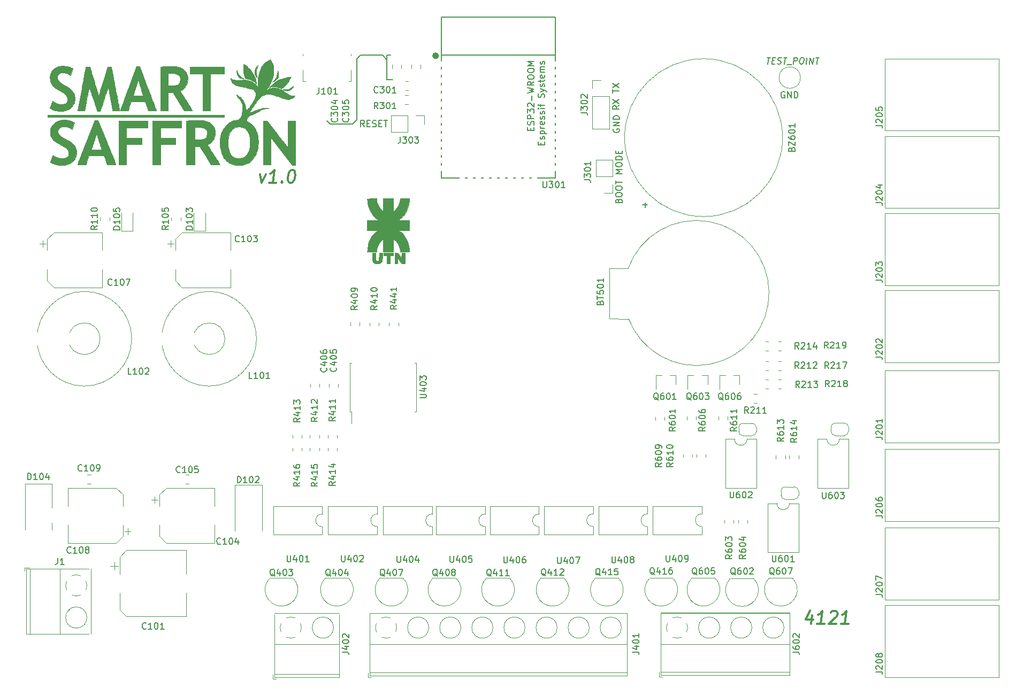
<source format=gto>
G04 #@! TF.GenerationSoftware,KiCad,Pcbnew,5.1.10*
G04 #@! TF.CreationDate,2021-10-17T19:13:25-03:00*
G04 #@! TF.ProjectId,tesis,74657369-732e-46b6-9963-61645f706362,v1.0*
G04 #@! TF.SameCoordinates,Original*
G04 #@! TF.FileFunction,Legend,Top*
G04 #@! TF.FilePolarity,Positive*
%FSLAX46Y46*%
G04 Gerber Fmt 4.6, Leading zero omitted, Abs format (unit mm)*
G04 Created by KiCad (PCBNEW 5.1.10) date 2021-10-17 19:13:25*
%MOMM*%
%LPD*%
G01*
G04 APERTURE LIST*
%ADD10C,0.150000*%
%ADD11C,0.300000*%
%ADD12C,0.120000*%
%ADD13C,0.500000*%
%ADD14C,0.010000*%
%ADD15C,2.100000*%
%ADD16R,2.100000X2.100000*%
%ADD17C,2.000000*%
%ADD18R,2.000000X2.000000*%
%ADD19R,2.600000X2.600000*%
%ADD20C,2.600000*%
%ADD21R,1.520000X1.520000*%
%ADD22C,3.250000*%
%ADD23C,1.520000*%
%ADD24O,2.500000X0.900000*%
%ADD25O,0.900000X2.500000*%
%ADD26R,6.000000X6.000000*%
%ADD27R,2.300000X3.500000*%
%ADD28O,1.700000X1.700000*%
%ADD29R,1.700000X1.700000*%
%ADD30O,1.050000X1.500000*%
%ADD31R,1.050000X1.500000*%
%ADD32O,1.600000X2.400000*%
%ADD33R,1.600000X2.400000*%
%ADD34R,0.800000X0.900000*%
%ADD35C,6.400000*%
%ADD36C,0.800000*%
%ADD37R,2.000000X1.780000*%
%ADD38R,1.000000X1.900000*%
%ADD39R,1.800000X1.900000*%
%ADD40R,1.650000X1.300000*%
%ADD41R,1.425000X1.550000*%
%ADD42R,0.450000X1.380000*%
%ADD43C,3.000000*%
%ADD44C,0.100000*%
G04 APERTURE END LIST*
D10*
X112230000Y-43620000D02*
X112810000Y-43040000D01*
X111610000Y-53906000D02*
X112230000Y-53286000D01*
X112810000Y-43040000D02*
X116300000Y-43040000D01*
X112230000Y-53286000D02*
X112230000Y-43620000D01*
X177152157Y-43412380D02*
X177723586Y-43412380D01*
X177312872Y-44412380D02*
X177437872Y-43412380D01*
X177997395Y-43888571D02*
X178330729Y-43888571D01*
X178408110Y-44412380D02*
X177931919Y-44412380D01*
X178056919Y-43412380D01*
X178533110Y-43412380D01*
X178795014Y-44364761D02*
X178931919Y-44412380D01*
X179170014Y-44412380D01*
X179271205Y-44364761D01*
X179324776Y-44317142D01*
X179384300Y-44221904D01*
X179396205Y-44126666D01*
X179360491Y-44031428D01*
X179318824Y-43983809D01*
X179229538Y-43936190D01*
X179045014Y-43888571D01*
X178955729Y-43840952D01*
X178914062Y-43793333D01*
X178878348Y-43698095D01*
X178890252Y-43602857D01*
X178949776Y-43507619D01*
X179003348Y-43460000D01*
X179104538Y-43412380D01*
X179342633Y-43412380D01*
X179479538Y-43460000D01*
X179771205Y-43412380D02*
X180342633Y-43412380D01*
X179931919Y-44412380D02*
X180056919Y-43412380D01*
X180300967Y-44507619D02*
X181062872Y-44507619D01*
X181312872Y-44412380D02*
X181437872Y-43412380D01*
X181818824Y-43412380D01*
X181908110Y-43460000D01*
X181949776Y-43507619D01*
X181985491Y-43602857D01*
X181967633Y-43745714D01*
X181908110Y-43840952D01*
X181854538Y-43888571D01*
X181753348Y-43936190D01*
X181372395Y-43936190D01*
X182628348Y-43412380D02*
X182818824Y-43412380D01*
X182908110Y-43460000D01*
X182991443Y-43555238D01*
X183015252Y-43745714D01*
X182973586Y-44079047D01*
X182902157Y-44269523D01*
X182795014Y-44364761D01*
X182693824Y-44412380D01*
X182503348Y-44412380D01*
X182414062Y-44364761D01*
X182330729Y-44269523D01*
X182306919Y-44079047D01*
X182348586Y-43745714D01*
X182420014Y-43555238D01*
X182527157Y-43460000D01*
X182628348Y-43412380D01*
X183360491Y-44412380D02*
X183485491Y-43412380D01*
X183836681Y-44412380D02*
X183961681Y-43412380D01*
X184408110Y-44412380D01*
X184533110Y-43412380D01*
X184866443Y-43412380D02*
X185437872Y-43412380D01*
X185027157Y-44412380D02*
X185152157Y-43412380D01*
X179948095Y-48840000D02*
X179852857Y-48792380D01*
X179710000Y-48792380D01*
X179567142Y-48840000D01*
X179471904Y-48935238D01*
X179424285Y-49030476D01*
X179376666Y-49220952D01*
X179376666Y-49363809D01*
X179424285Y-49554285D01*
X179471904Y-49649523D01*
X179567142Y-49744761D01*
X179710000Y-49792380D01*
X179805238Y-49792380D01*
X179948095Y-49744761D01*
X179995714Y-49697142D01*
X179995714Y-49363809D01*
X179805238Y-49363809D01*
X180424285Y-49792380D02*
X180424285Y-48792380D01*
X180995714Y-49792380D01*
X180995714Y-48792380D01*
X181471904Y-49792380D02*
X181471904Y-48792380D01*
X181710000Y-48792380D01*
X181852857Y-48840000D01*
X181948095Y-48935238D01*
X181995714Y-49030476D01*
X182043333Y-49220952D01*
X182043333Y-49363809D01*
X181995714Y-49554285D01*
X181948095Y-49649523D01*
X181852857Y-49744761D01*
X181710000Y-49792380D01*
X181471904Y-49792380D01*
X113447619Y-54352380D02*
X113114285Y-53876190D01*
X112876190Y-54352380D02*
X112876190Y-53352380D01*
X113257142Y-53352380D01*
X113352380Y-53400000D01*
X113400000Y-53447619D01*
X113447619Y-53542857D01*
X113447619Y-53685714D01*
X113400000Y-53780952D01*
X113352380Y-53828571D01*
X113257142Y-53876190D01*
X112876190Y-53876190D01*
X113876190Y-53828571D02*
X114209523Y-53828571D01*
X114352380Y-54352380D02*
X113876190Y-54352380D01*
X113876190Y-53352380D01*
X114352380Y-53352380D01*
X114733333Y-54304761D02*
X114876190Y-54352380D01*
X115114285Y-54352380D01*
X115209523Y-54304761D01*
X115257142Y-54257142D01*
X115304761Y-54161904D01*
X115304761Y-54066666D01*
X115257142Y-53971428D01*
X115209523Y-53923809D01*
X115114285Y-53876190D01*
X114923809Y-53828571D01*
X114828571Y-53780952D01*
X114780952Y-53733333D01*
X114733333Y-53638095D01*
X114733333Y-53542857D01*
X114780952Y-53447619D01*
X114828571Y-53400000D01*
X114923809Y-53352380D01*
X115161904Y-53352380D01*
X115304761Y-53400000D01*
X115733333Y-53828571D02*
X116066666Y-53828571D01*
X116209523Y-54352380D02*
X115733333Y-54352380D01*
X115733333Y-53352380D01*
X116209523Y-53352380D01*
X116495238Y-53352380D02*
X117066666Y-53352380D01*
X116780952Y-54352380D02*
X116780952Y-53352380D01*
X108007000Y-53906000D02*
X107499000Y-53398000D01*
X111610000Y-53906000D02*
X108007000Y-53906000D01*
X153678571Y-66065714D02*
X153726190Y-65922857D01*
X153773809Y-65875238D01*
X153869047Y-65827619D01*
X154011904Y-65827619D01*
X154107142Y-65875238D01*
X154154761Y-65922857D01*
X154202380Y-66018095D01*
X154202380Y-66399047D01*
X153202380Y-66399047D01*
X153202380Y-66065714D01*
X153250000Y-65970476D01*
X153297619Y-65922857D01*
X153392857Y-65875238D01*
X153488095Y-65875238D01*
X153583333Y-65922857D01*
X153630952Y-65970476D01*
X153678571Y-66065714D01*
X153678571Y-66399047D01*
X153202380Y-65208571D02*
X153202380Y-65018095D01*
X153250000Y-64922857D01*
X153345238Y-64827619D01*
X153535714Y-64780000D01*
X153869047Y-64780000D01*
X154059523Y-64827619D01*
X154154761Y-64922857D01*
X154202380Y-65018095D01*
X154202380Y-65208571D01*
X154154761Y-65303809D01*
X154059523Y-65399047D01*
X153869047Y-65446666D01*
X153535714Y-65446666D01*
X153345238Y-65399047D01*
X153250000Y-65303809D01*
X153202380Y-65208571D01*
X153202380Y-64160952D02*
X153202380Y-63970476D01*
X153250000Y-63875238D01*
X153345238Y-63780000D01*
X153535714Y-63732380D01*
X153869047Y-63732380D01*
X154059523Y-63780000D01*
X154154761Y-63875238D01*
X154202380Y-63970476D01*
X154202380Y-64160952D01*
X154154761Y-64256190D01*
X154059523Y-64351428D01*
X153869047Y-64399047D01*
X153535714Y-64399047D01*
X153345238Y-64351428D01*
X153250000Y-64256190D01*
X153202380Y-64160952D01*
X153202380Y-63446666D02*
X153202380Y-62875238D01*
X154202380Y-63160952D02*
X153202380Y-63160952D01*
X154202380Y-61780000D02*
X153202380Y-61780000D01*
X153916666Y-61446666D01*
X153202380Y-61113333D01*
X154202380Y-61113333D01*
X153202380Y-60446666D02*
X153202380Y-60256190D01*
X153250000Y-60160952D01*
X153345238Y-60065714D01*
X153535714Y-60018095D01*
X153869047Y-60018095D01*
X154059523Y-60065714D01*
X154154761Y-60160952D01*
X154202380Y-60256190D01*
X154202380Y-60446666D01*
X154154761Y-60541904D01*
X154059523Y-60637142D01*
X153869047Y-60684761D01*
X153535714Y-60684761D01*
X153345238Y-60637142D01*
X153250000Y-60541904D01*
X153202380Y-60446666D01*
X154202380Y-59589523D02*
X153202380Y-59589523D01*
X153202380Y-59351428D01*
X153250000Y-59208571D01*
X153345238Y-59113333D01*
X153440476Y-59065714D01*
X153630952Y-59018095D01*
X153773809Y-59018095D01*
X153964285Y-59065714D01*
X154059523Y-59113333D01*
X154154761Y-59208571D01*
X154202380Y-59351428D01*
X154202380Y-59589523D01*
X153678571Y-58589523D02*
X153678571Y-58256190D01*
X154202380Y-58113333D02*
X154202380Y-58589523D01*
X153202380Y-58589523D01*
X153202380Y-58113333D01*
X152850000Y-54691904D02*
X152802380Y-54787142D01*
X152802380Y-54930000D01*
X152850000Y-55072857D01*
X152945238Y-55168095D01*
X153040476Y-55215714D01*
X153230952Y-55263333D01*
X153373809Y-55263333D01*
X153564285Y-55215714D01*
X153659523Y-55168095D01*
X153754761Y-55072857D01*
X153802380Y-54930000D01*
X153802380Y-54834761D01*
X153754761Y-54691904D01*
X153707142Y-54644285D01*
X153373809Y-54644285D01*
X153373809Y-54834761D01*
X153802380Y-54215714D02*
X152802380Y-54215714D01*
X153802380Y-53644285D01*
X152802380Y-53644285D01*
X153802380Y-53168095D02*
X152802380Y-53168095D01*
X152802380Y-52930000D01*
X152850000Y-52787142D01*
X152945238Y-52691904D01*
X153040476Y-52644285D01*
X153230952Y-52596666D01*
X153373809Y-52596666D01*
X153564285Y-52644285D01*
X153659523Y-52691904D01*
X153754761Y-52787142D01*
X153802380Y-52930000D01*
X153802380Y-53168095D01*
X153752380Y-50996666D02*
X153276190Y-51330000D01*
X153752380Y-51568095D02*
X152752380Y-51568095D01*
X152752380Y-51187142D01*
X152800000Y-51091904D01*
X152847619Y-51044285D01*
X152942857Y-50996666D01*
X153085714Y-50996666D01*
X153180952Y-51044285D01*
X153228571Y-51091904D01*
X153276190Y-51187142D01*
X153276190Y-51568095D01*
X152752380Y-50663333D02*
X153752380Y-49996666D01*
X152752380Y-49996666D02*
X153752380Y-50663333D01*
X152702380Y-48991904D02*
X152702380Y-48420476D01*
X153702380Y-48706190D02*
X152702380Y-48706190D01*
X152702380Y-48182380D02*
X153702380Y-47515714D01*
X152702380Y-47515714D02*
X153702380Y-48182380D01*
D11*
X184306904Y-131751428D02*
X184140238Y-133084761D01*
X183925952Y-130989523D02*
X183271190Y-132418095D01*
X184509285Y-132418095D01*
X186235476Y-133084761D02*
X185092619Y-133084761D01*
X185664047Y-133084761D02*
X185914047Y-131084761D01*
X185687857Y-131370476D01*
X185473571Y-131560952D01*
X185271190Y-131656190D01*
X187223571Y-131275238D02*
X187330714Y-131180000D01*
X187533095Y-131084761D01*
X188009285Y-131084761D01*
X188187857Y-131180000D01*
X188271190Y-131275238D01*
X188342619Y-131465714D01*
X188318809Y-131656190D01*
X188187857Y-131941904D01*
X186902142Y-133084761D01*
X188140238Y-133084761D01*
X190045000Y-133084761D02*
X188902142Y-133084761D01*
X189473571Y-133084761D02*
X189723571Y-131084761D01*
X189497380Y-131370476D01*
X189283095Y-131560952D01*
X189080714Y-131656190D01*
X96909553Y-61871428D02*
X97219077Y-63204761D01*
X97861934Y-61871428D01*
X99504791Y-63204761D02*
X98361934Y-63204761D01*
X98933363Y-63204761D02*
X99183363Y-61204761D01*
X98957172Y-61490476D01*
X98742886Y-61680952D01*
X98540505Y-61776190D01*
X100385744Y-63014285D02*
X100469077Y-63109523D01*
X100361934Y-63204761D01*
X100278601Y-63109523D01*
X100385744Y-63014285D01*
X100361934Y-63204761D01*
X101945267Y-61204761D02*
X102135744Y-61204761D01*
X102314315Y-61300000D01*
X102397648Y-61395238D01*
X102469077Y-61585714D01*
X102516696Y-61966666D01*
X102457172Y-62442857D01*
X102314315Y-62823809D01*
X102195267Y-63014285D01*
X102088125Y-63109523D01*
X101885744Y-63204761D01*
X101695267Y-63204761D01*
X101516696Y-63109523D01*
X101433363Y-63014285D01*
X101361934Y-62823809D01*
X101314315Y-62442857D01*
X101373839Y-61966666D01*
X101516696Y-61585714D01*
X101635744Y-61395238D01*
X101742886Y-61300000D01*
X101945267Y-61204761D01*
D10*
X116300000Y-43040000D02*
X117000000Y-43740000D01*
X117020000Y-43030000D02*
X117620000Y-43030000D01*
X117020000Y-46860000D02*
X117020000Y-43030000D01*
X117880000Y-46860000D02*
X117020000Y-46860000D01*
D12*
X152190000Y-84780000D02*
X152190000Y-76780000D01*
X155267613Y-84788578D02*
X152190000Y-84780000D01*
X155190000Y-76780000D02*
X152190000Y-76780000D01*
X155267612Y-84788578D02*
G75*
G03*
X155190000Y-76780000I10722388J4108578D01*
G01*
X179620000Y-56080000D02*
G75*
G03*
X179620000Y-56080000I-12500000J0D01*
G01*
X160080000Y-141480000D02*
X160580000Y-141480000D01*
X160080000Y-140740000D02*
X160080000Y-141480000D01*
X176933000Y-134703000D02*
X176886000Y-134749000D01*
X179230000Y-132405000D02*
X179195000Y-132441000D01*
X177126000Y-134919000D02*
X177091000Y-134954000D01*
X179435000Y-132611000D02*
X179388000Y-132657000D01*
X171853000Y-134703000D02*
X171806000Y-134749000D01*
X174150000Y-132405000D02*
X174115000Y-132441000D01*
X172046000Y-134919000D02*
X172011000Y-134954000D01*
X174355000Y-132611000D02*
X174308000Y-132657000D01*
X166773000Y-134703000D02*
X166726000Y-134749000D01*
X169070000Y-132405000D02*
X169035000Y-132441000D01*
X166966000Y-134919000D02*
X166931000Y-134954000D01*
X169275000Y-132611000D02*
X169228000Y-132657000D01*
X180760000Y-131319000D02*
X180760000Y-141240000D01*
X160320000Y-131319000D02*
X160320000Y-141240000D01*
X160320000Y-141240000D02*
X180760000Y-141240000D01*
X160320000Y-131319000D02*
X180760000Y-131319000D01*
X160320000Y-131379000D02*
X180760000Y-131379000D01*
X160320000Y-136280000D02*
X180760000Y-136280000D01*
X160320000Y-140680000D02*
X180760000Y-140680000D01*
X179840000Y-133680000D02*
G75*
G03*
X179840000Y-133680000I-1680000J0D01*
G01*
X174760000Y-133680000D02*
G75*
G03*
X174760000Y-133680000I-1680000J0D01*
G01*
X169680000Y-133680000D02*
G75*
G03*
X169680000Y-133680000I-1680000J0D01*
G01*
X163603318Y-135214756D02*
G75*
G02*
X162920000Y-135360000I-683318J1534756D01*
G01*
X164455426Y-132996958D02*
G75*
G02*
X164455000Y-134364000I-1535426J-683042D01*
G01*
X162236958Y-132144574D02*
G75*
G02*
X163604000Y-132145000I683042J-1535426D01*
G01*
X161384574Y-134363042D02*
G75*
G02*
X161385000Y-132996000I1535426J683042D01*
G01*
X162948805Y-135360253D02*
G75*
G02*
X162236000Y-135215000I-28805J1680253D01*
G01*
X96370000Y-87930000D02*
G75*
G03*
X96370000Y-87930000I-7500000J0D01*
G01*
X91370000Y-87930000D02*
G75*
G03*
X91370000Y-87930000I-2500000J0D01*
G01*
X91370000Y-87930000D02*
G75*
G03*
X91370000Y-87930000I-2500000J0D01*
G01*
X76620000Y-87930000D02*
G75*
G03*
X76620000Y-87930000I-7500000J0D01*
G01*
X71620000Y-87930000D02*
G75*
G03*
X71620000Y-87930000I-2500000J0D01*
G01*
X71620000Y-87930000D02*
G75*
G03*
X71620000Y-87930000I-2500000J0D01*
G01*
X98950000Y-141830000D02*
X99450000Y-141830000D01*
X98950000Y-141090000D02*
X98950000Y-141830000D01*
X105643000Y-134703000D02*
X105596000Y-134749000D01*
X107940000Y-132405000D02*
X107905000Y-132441000D01*
X105836000Y-134919000D02*
X105801000Y-134954000D01*
X108145000Y-132611000D02*
X108098000Y-132657000D01*
X109470000Y-131669000D02*
X109470000Y-141590000D01*
X99190000Y-131669000D02*
X99190000Y-141590000D01*
X99190000Y-141590000D02*
X109470000Y-141590000D01*
X99190000Y-131379000D02*
X109470000Y-131379000D01*
X99190000Y-136280000D02*
X109470000Y-136280000D01*
X99190000Y-141030000D02*
X109470000Y-141030000D01*
X108550000Y-133680000D02*
G75*
G03*
X108550000Y-133680000I-1680000J0D01*
G01*
X102473318Y-135214756D02*
G75*
G02*
X101790000Y-135360000I-683318J1534756D01*
G01*
X103325426Y-132996958D02*
G75*
G02*
X103325000Y-134364000I-1535426J-683042D01*
G01*
X101106958Y-132144574D02*
G75*
G02*
X102474000Y-132145000I683042J-1535426D01*
G01*
X100254574Y-134363042D02*
G75*
G02*
X100255000Y-132996000I1535426J683042D01*
G01*
X101818805Y-135360253D02*
G75*
G02*
X101106000Y-135215000I-28805J1680253D01*
G01*
X123630000Y-133680000D02*
G75*
G03*
X123630000Y-133680000I-1680000J0D01*
G01*
X128710000Y-133680000D02*
G75*
G03*
X128710000Y-133680000I-1680000J0D01*
G01*
X133790000Y-133680000D02*
G75*
G03*
X133790000Y-133680000I-1680000J0D01*
G01*
X138870000Y-133680000D02*
G75*
G03*
X138870000Y-133680000I-1680000J0D01*
G01*
X143950000Y-133680000D02*
G75*
G03*
X143950000Y-133680000I-1680000J0D01*
G01*
X149030000Y-133680000D02*
G75*
G03*
X149030000Y-133680000I-1680000J0D01*
G01*
X154110000Y-133680000D02*
G75*
G03*
X154110000Y-133680000I-1680000J0D01*
G01*
X114270000Y-140780000D02*
X155030000Y-140780000D01*
X114270000Y-136280000D02*
X155030000Y-136280000D01*
X114270000Y-131379000D02*
X155030000Y-131379000D01*
X114270000Y-141340000D02*
X155030000Y-141340000D01*
X114270000Y-131419000D02*
X114270000Y-141340000D01*
X155030000Y-131419000D02*
X155030000Y-141340000D01*
X114030000Y-140840000D02*
X114030000Y-141580000D01*
X114030000Y-141580000D02*
X114530000Y-141580000D01*
X117553318Y-135214756D02*
G75*
G02*
X116870000Y-135360000I-683318J1534756D01*
G01*
X118405426Y-132996958D02*
G75*
G02*
X118405000Y-134364000I-1535426J-683042D01*
G01*
X116186958Y-132144574D02*
G75*
G02*
X117554000Y-132145000I683042J-1535426D01*
G01*
X115334574Y-134363042D02*
G75*
G02*
X115335000Y-132996000I1535426J683042D01*
G01*
X116898805Y-135360253D02*
G75*
G02*
X116186000Y-135215000I-28805J1680253D01*
G01*
X195790000Y-104380000D02*
X195790000Y-92970000D01*
X195790000Y-92970000D02*
X213890000Y-92970000D01*
X213890000Y-92970000D02*
X213890000Y-104390000D01*
X213890000Y-104380000D02*
X195790000Y-104380000D01*
X195790000Y-91680000D02*
X195790000Y-80270000D01*
X195790000Y-80270000D02*
X213890000Y-80270000D01*
X213890000Y-80270000D02*
X213890000Y-91690000D01*
X213890000Y-91680000D02*
X195790000Y-91680000D01*
X213890000Y-79480000D02*
X195790000Y-79480000D01*
X213890000Y-68070000D02*
X213890000Y-79490000D01*
X195790000Y-68070000D02*
X213890000Y-68070000D01*
X195790000Y-79480000D02*
X195790000Y-68070000D01*
X195790000Y-67250000D02*
X195790000Y-55840000D01*
X195790000Y-55840000D02*
X213890000Y-55840000D01*
X213890000Y-55840000D02*
X213890000Y-67260000D01*
X213890000Y-67250000D02*
X195790000Y-67250000D01*
X213890000Y-54980000D02*
X195790000Y-54980000D01*
X213890000Y-43570000D02*
X213890000Y-54990000D01*
X195790000Y-43570000D02*
X213890000Y-43570000D01*
X195790000Y-54980000D02*
X195790000Y-43570000D01*
X213890000Y-116790000D02*
X195790000Y-116790000D01*
X213890000Y-105380000D02*
X213890000Y-116800000D01*
X195790000Y-105380000D02*
X213890000Y-105380000D01*
X195790000Y-116790000D02*
X195790000Y-105380000D01*
X195790000Y-129290000D02*
X195790000Y-117880000D01*
X195790000Y-117880000D02*
X213890000Y-117880000D01*
X213890000Y-117880000D02*
X213890000Y-129300000D01*
X213890000Y-129290000D02*
X195790000Y-129290000D01*
X213890000Y-141530000D02*
X195790000Y-141530000D01*
X213890000Y-130120000D02*
X213890000Y-141540000D01*
X195790000Y-130120000D02*
X213890000Y-130120000D01*
X195790000Y-141530000D02*
X195790000Y-130120000D01*
D13*
X124997981Y-43118000D02*
G75*
G03*
X124997981Y-43118000I-283981J0D01*
G01*
D10*
X143620000Y-42972000D02*
X125620000Y-42972000D01*
X125620000Y-36972000D02*
X125620000Y-62472000D01*
X143620000Y-36972000D02*
X143620000Y-62472000D01*
X143620000Y-62472000D02*
X125620000Y-62472000D01*
X143620000Y-36972000D02*
X125620000Y-36972000D01*
D12*
X111365000Y-99490000D02*
X111365000Y-101305000D01*
X111110000Y-99490000D02*
X111365000Y-99490000D01*
X111110000Y-95630000D02*
X111110000Y-99490000D01*
X111110000Y-91770000D02*
X111365000Y-91770000D01*
X111110000Y-95630000D02*
X111110000Y-91770000D01*
X121630000Y-99490000D02*
X121375000Y-99490000D01*
X121630000Y-95630000D02*
X121630000Y-99490000D01*
X121630000Y-91770000D02*
X121375000Y-91770000D01*
X121630000Y-95630000D02*
X121630000Y-91770000D01*
X73870000Y-123295000D02*
X73870000Y-124545000D01*
X73245000Y-123920000D02*
X74495000Y-123920000D01*
X74735000Y-130875563D02*
X75799437Y-131940000D01*
X74735000Y-122484437D02*
X75799437Y-121420000D01*
X74735000Y-122484437D02*
X74735000Y-125170000D01*
X74735000Y-130875563D02*
X74735000Y-128190000D01*
X75799437Y-131940000D02*
X85255000Y-131940000D01*
X75799437Y-121420000D02*
X85255000Y-121420000D01*
X85255000Y-121420000D02*
X85255000Y-125170000D01*
X85255000Y-131940000D02*
X85255000Y-128190000D01*
X82770000Y-72420000D02*
X82770000Y-73420000D01*
X82270000Y-72920000D02*
X83270000Y-72920000D01*
X83510000Y-78725563D02*
X84574437Y-79790000D01*
X83510000Y-72134437D02*
X84574437Y-71070000D01*
X83510000Y-72134437D02*
X83510000Y-73920000D01*
X83510000Y-78725563D02*
X83510000Y-76940000D01*
X84574437Y-79790000D02*
X92230000Y-79790000D01*
X84574437Y-71070000D02*
X92230000Y-71070000D01*
X92230000Y-71070000D02*
X92230000Y-73920000D01*
X92230000Y-79790000D02*
X92230000Y-76940000D01*
X89730000Y-120290000D02*
X89730000Y-117440000D01*
X89730000Y-111570000D02*
X89730000Y-114420000D01*
X82074437Y-111570000D02*
X89730000Y-111570000D01*
X82074437Y-120290000D02*
X89730000Y-120290000D01*
X81010000Y-119225563D02*
X81010000Y-117440000D01*
X81010000Y-112634437D02*
X81010000Y-114420000D01*
X81010000Y-112634437D02*
X82074437Y-111570000D01*
X81010000Y-119225563D02*
X82074437Y-120290000D01*
X79770000Y-113420000D02*
X80770000Y-113420000D01*
X80270000Y-112920000D02*
X80270000Y-113920000D01*
X85146248Y-110915000D02*
X85668752Y-110915000D01*
X85146248Y-109445000D02*
X85668752Y-109445000D01*
X62520000Y-72420000D02*
X62520000Y-73420000D01*
X62020000Y-72920000D02*
X63020000Y-72920000D01*
X63260000Y-78725563D02*
X64324437Y-79790000D01*
X63260000Y-72134437D02*
X64324437Y-71070000D01*
X63260000Y-72134437D02*
X63260000Y-73920000D01*
X63260000Y-78725563D02*
X63260000Y-76940000D01*
X64324437Y-79790000D02*
X71980000Y-79790000D01*
X64324437Y-71070000D02*
X71980000Y-71070000D01*
X71980000Y-71070000D02*
X71980000Y-73920000D01*
X71980000Y-79790000D02*
X71980000Y-76940000D01*
X66510000Y-111570000D02*
X66510000Y-114420000D01*
X66510000Y-120290000D02*
X66510000Y-117440000D01*
X74165563Y-120290000D02*
X66510000Y-120290000D01*
X74165563Y-111570000D02*
X66510000Y-111570000D01*
X75230000Y-112634437D02*
X75230000Y-114420000D01*
X75230000Y-119225563D02*
X75230000Y-117440000D01*
X75230000Y-119225563D02*
X74165563Y-120290000D01*
X75230000Y-112634437D02*
X74165563Y-111570000D01*
X76470000Y-118440000D02*
X75470000Y-118440000D01*
X75970000Y-118940000D02*
X75970000Y-117940000D01*
X70131252Y-110915000D02*
X69608748Y-110915000D01*
X70131252Y-109445000D02*
X69608748Y-109445000D01*
X97270000Y-111080000D02*
X92970000Y-111080000D01*
X92970000Y-111080000D02*
X92970000Y-118380000D01*
X97270000Y-111080000D02*
X97270000Y-118380000D01*
X86460000Y-67967500D02*
X86460000Y-70852500D01*
X86460000Y-70852500D02*
X88280000Y-70852500D01*
X88280000Y-70852500D02*
X88280000Y-67967500D01*
X64020000Y-110880000D02*
X64020000Y-118180000D01*
X59720000Y-110880000D02*
X59720000Y-118180000D01*
X64020000Y-110880000D02*
X59720000Y-110880000D01*
X76780000Y-70852500D02*
X76780000Y-67967500D01*
X74960000Y-70852500D02*
X76780000Y-70852500D01*
X74960000Y-67967500D02*
X74960000Y-70852500D01*
X84355000Y-69157064D02*
X84355000Y-68702936D01*
X82885000Y-69157064D02*
X82885000Y-68702936D01*
X71635000Y-69157064D02*
X71635000Y-68702936D01*
X73105000Y-69157064D02*
X73105000Y-68702936D01*
X175547064Y-98115000D02*
X175092936Y-98115000D01*
X175547064Y-96645000D02*
X175092936Y-96645000D01*
X176930136Y-91495000D02*
X177384264Y-91495000D01*
X176930136Y-92965000D02*
X177384264Y-92965000D01*
X176930136Y-94395000D02*
X177384264Y-94395000D01*
X176930136Y-95865000D02*
X177384264Y-95865000D01*
X176930136Y-89815000D02*
X177384264Y-89815000D01*
X176930136Y-88345000D02*
X177384264Y-88345000D01*
X178930136Y-92965000D02*
X179384264Y-92965000D01*
X178930136Y-91495000D02*
X179384264Y-91495000D01*
X178930136Y-95865000D02*
X179384264Y-95865000D01*
X178930136Y-94395000D02*
X179384264Y-94395000D01*
X178930136Y-88345000D02*
X179384264Y-88345000D01*
X178930136Y-89815000D02*
X179384264Y-89815000D01*
X120381252Y-50815000D02*
X119858748Y-50815000D01*
X120381252Y-49345000D02*
X119858748Y-49345000D01*
X119305000Y-45078752D02*
X119305000Y-44556248D01*
X117835000Y-45078752D02*
X117835000Y-44556248D01*
X120885000Y-45078752D02*
X120885000Y-44556248D01*
X122355000Y-45078752D02*
X122355000Y-44556248D01*
X149540000Y-54690000D02*
X152200000Y-54690000D01*
X149540000Y-49550000D02*
X149540000Y-54690000D01*
X152200000Y-49550000D02*
X152200000Y-54690000D01*
X149540000Y-49550000D02*
X152200000Y-49550000D01*
X149540000Y-48280000D02*
X149540000Y-46950000D01*
X149540000Y-46950000D02*
X150870000Y-46950000D01*
X107851999Y-95578251D02*
X107851999Y-95055747D01*
X109321999Y-95578251D02*
X109321999Y-95055747D01*
X106311999Y-95578251D02*
X106311999Y-95055747D01*
X104841999Y-95578251D02*
X104841999Y-95055747D01*
X102120000Y-125830000D02*
X98520000Y-125830000D01*
X102158478Y-125841522D02*
G75*
G02*
X100320000Y-130280000I-1838478J-1838478D01*
G01*
X98481522Y-125841522D02*
G75*
G03*
X100320000Y-130280000I1838478J-1838478D01*
G01*
X110890000Y-125830000D02*
X107290000Y-125830000D01*
X107251522Y-125841522D02*
G75*
G03*
X109090000Y-130280000I1838478J-1838478D01*
G01*
X110928478Y-125841522D02*
G75*
G02*
X109090000Y-130280000I-1838478J-1838478D01*
G01*
X119520000Y-125830000D02*
X115920000Y-125830000D01*
X115881522Y-125841522D02*
G75*
G03*
X117720000Y-130280000I1838478J-1838478D01*
G01*
X119558478Y-125841522D02*
G75*
G02*
X117720000Y-130280000I-1838478J-1838478D01*
G01*
X127920000Y-125830000D02*
X124320000Y-125830000D01*
X127958478Y-125841522D02*
G75*
G02*
X126120000Y-130280000I-1838478J-1838478D01*
G01*
X124281522Y-125841522D02*
G75*
G03*
X126120000Y-130280000I1838478J-1838478D01*
G01*
X136390000Y-125830000D02*
X132790000Y-125830000D01*
X132751522Y-125841522D02*
G75*
G03*
X134590000Y-130280000I1838478J-1838478D01*
G01*
X136428478Y-125841522D02*
G75*
G02*
X134590000Y-130280000I-1838478J-1838478D01*
G01*
X145020000Y-125830000D02*
X141420000Y-125830000D01*
X145058478Y-125841522D02*
G75*
G02*
X143220000Y-130280000I-1838478J-1838478D01*
G01*
X141381522Y-125841522D02*
G75*
G03*
X143220000Y-130280000I1838478J-1838478D01*
G01*
X153620000Y-125830000D02*
X150020000Y-125830000D01*
X153658478Y-125841522D02*
G75*
G02*
X151820000Y-130280000I-1838478J-1838478D01*
G01*
X149981522Y-125841522D02*
G75*
G03*
X151820000Y-130280000I1838478J-1838478D01*
G01*
X162220000Y-125830000D02*
X158620000Y-125830000D01*
X158581522Y-125841522D02*
G75*
G03*
X160420000Y-130280000I1838478J-1838478D01*
G01*
X162258478Y-125841522D02*
G75*
G02*
X160420000Y-130280000I-1838478J-1838478D01*
G01*
X119942936Y-47145000D02*
X120397064Y-47145000D01*
X119942936Y-48615000D02*
X120397064Y-48615000D01*
X112665000Y-85807064D02*
X112665000Y-85352936D01*
X111195000Y-85807064D02*
X111195000Y-85352936D01*
X114265000Y-85847064D02*
X114265000Y-85392936D01*
X115735000Y-85847064D02*
X115735000Y-85392936D01*
X109105000Y-103202936D02*
X109105000Y-103657064D01*
X107635000Y-103202936D02*
X107635000Y-103657064D01*
X104835000Y-103202936D02*
X104835000Y-103657064D01*
X106305000Y-103202936D02*
X106305000Y-103657064D01*
X103555000Y-103202936D02*
X103555000Y-103657064D01*
X102085000Y-103202936D02*
X102085000Y-103657064D01*
X107635000Y-105202936D02*
X107635000Y-105657064D01*
X109105000Y-105202936D02*
X109105000Y-105657064D01*
X104835000Y-105202936D02*
X104835000Y-105657064D01*
X106305000Y-105202936D02*
X106305000Y-105657064D01*
X102085000Y-105202936D02*
X102085000Y-105657064D01*
X103555000Y-105202936D02*
X103555000Y-105657064D01*
X106750000Y-115690000D02*
X106750000Y-114440000D01*
X106750000Y-114440000D02*
X99010000Y-114440000D01*
X99010000Y-114440000D02*
X99010000Y-118940000D01*
X99010000Y-118940000D02*
X106750000Y-118940000D01*
X106750000Y-118940000D02*
X106750000Y-117690000D01*
X106750000Y-117690000D02*
G75*
G02*
X106750000Y-115690000I0J1000000D01*
G01*
X115450000Y-118940000D02*
X115450000Y-117690000D01*
X107710000Y-118940000D02*
X115450000Y-118940000D01*
X107710000Y-114440000D02*
X107710000Y-118940000D01*
X115450000Y-114440000D02*
X107710000Y-114440000D01*
X115450000Y-115690000D02*
X115450000Y-114440000D01*
X115450000Y-117690000D02*
G75*
G02*
X115450000Y-115690000I0J1000000D01*
G01*
X124150000Y-115690000D02*
X124150000Y-114440000D01*
X124150000Y-114440000D02*
X116410000Y-114440000D01*
X116410000Y-114440000D02*
X116410000Y-118940000D01*
X116410000Y-118940000D02*
X124150000Y-118940000D01*
X124150000Y-118940000D02*
X124150000Y-117690000D01*
X124150000Y-117690000D02*
G75*
G02*
X124150000Y-115690000I0J1000000D01*
G01*
X132550000Y-115690000D02*
X132550000Y-114440000D01*
X132550000Y-114440000D02*
X124810000Y-114440000D01*
X124810000Y-114440000D02*
X124810000Y-118940000D01*
X124810000Y-118940000D02*
X132550000Y-118940000D01*
X132550000Y-118940000D02*
X132550000Y-117690000D01*
X132550000Y-117690000D02*
G75*
G02*
X132550000Y-115690000I0J1000000D01*
G01*
X141050000Y-118940000D02*
X141050000Y-117690000D01*
X133310000Y-118940000D02*
X141050000Y-118940000D01*
X133310000Y-114440000D02*
X133310000Y-118940000D01*
X141050000Y-114440000D02*
X133310000Y-114440000D01*
X141050000Y-115690000D02*
X141050000Y-114440000D01*
X141050000Y-117690000D02*
G75*
G02*
X141050000Y-115690000I0J1000000D01*
G01*
X149630000Y-118920000D02*
X149630000Y-117670000D01*
X141890000Y-118920000D02*
X149630000Y-118920000D01*
X141890000Y-114420000D02*
X141890000Y-118920000D01*
X149630000Y-114420000D02*
X141890000Y-114420000D01*
X149630000Y-115670000D02*
X149630000Y-114420000D01*
X149630000Y-117670000D02*
G75*
G02*
X149630000Y-115670000I0J1000000D01*
G01*
X158230000Y-115670000D02*
X158230000Y-114420000D01*
X158230000Y-114420000D02*
X150490000Y-114420000D01*
X150490000Y-114420000D02*
X150490000Y-118920000D01*
X150490000Y-118920000D02*
X158230000Y-118920000D01*
X158230000Y-118920000D02*
X158230000Y-117670000D01*
X158230000Y-117670000D02*
G75*
G02*
X158230000Y-115670000I0J1000000D01*
G01*
X166830000Y-118920000D02*
X166830000Y-117670000D01*
X159090000Y-118920000D02*
X166830000Y-118920000D01*
X159090000Y-114420000D02*
X159090000Y-118920000D01*
X166830000Y-114420000D02*
X159090000Y-114420000D01*
X166830000Y-115670000D02*
X166830000Y-114420000D01*
X166830000Y-117670000D02*
G75*
G02*
X166830000Y-115670000I0J1000000D01*
G01*
X162750000Y-93720000D02*
X161820000Y-93720000D01*
X159590000Y-93720000D02*
X160520000Y-93720000D01*
X159590000Y-93720000D02*
X159590000Y-95880000D01*
X162750000Y-93720000D02*
X162750000Y-95180000D01*
X175000000Y-125880000D02*
X171400000Y-125880000D01*
X175038478Y-125891522D02*
G75*
G02*
X173200000Y-130330000I-1838478J-1838478D01*
G01*
X171361522Y-125891522D02*
G75*
G03*
X173200000Y-130330000I1838478J-1838478D01*
G01*
X167750000Y-93720000D02*
X167750000Y-95180000D01*
X164590000Y-93720000D02*
X164590000Y-95880000D01*
X164590000Y-93720000D02*
X165520000Y-93720000D01*
X167750000Y-93720000D02*
X166820000Y-93720000D01*
X168900000Y-125830000D02*
X165300000Y-125830000D01*
X165261522Y-125841522D02*
G75*
G03*
X167100000Y-130280000I1838478J-1838478D01*
G01*
X168938478Y-125841522D02*
G75*
G02*
X167100000Y-130280000I-1838478J-1838478D01*
G01*
X172800000Y-93720000D02*
X172800000Y-95180000D01*
X169640000Y-93720000D02*
X169640000Y-95880000D01*
X169640000Y-93720000D02*
X170570000Y-93720000D01*
X172800000Y-93720000D02*
X171870000Y-93720000D01*
X181150000Y-125830000D02*
X177550000Y-125830000D01*
X181188478Y-125841522D02*
G75*
G02*
X179350000Y-130280000I-1838478J-1838478D01*
G01*
X177511522Y-125841522D02*
G75*
G03*
X179350000Y-130280000I1838478J-1838478D01*
G01*
X159485000Y-100352936D02*
X159485000Y-100807064D01*
X160955000Y-100352936D02*
X160955000Y-100807064D01*
X171855000Y-116652936D02*
X171855000Y-117107064D01*
X170385000Y-116652936D02*
X170385000Y-117107064D01*
X174055000Y-117107064D02*
X174055000Y-116652936D01*
X172585000Y-117107064D02*
X172585000Y-116652936D01*
X165955000Y-100252936D02*
X165955000Y-100707064D01*
X164485000Y-100252936D02*
X164485000Y-100707064D01*
X165355000Y-106252936D02*
X165355000Y-106707064D01*
X163885000Y-106252936D02*
X163885000Y-106707064D01*
X167455000Y-106707064D02*
X167455000Y-106252936D01*
X165985000Y-106707064D02*
X165985000Y-106252936D01*
X170955000Y-100252936D02*
X170955000Y-100707064D01*
X169485000Y-100252936D02*
X169485000Y-100707064D01*
X178585000Y-106452936D02*
X178585000Y-106907064D01*
X180055000Y-106452936D02*
X180055000Y-106907064D01*
X180685000Y-106907064D02*
X180685000Y-106452936D01*
X182155000Y-106907064D02*
X182155000Y-106452936D01*
X178720000Y-114010000D02*
X177270000Y-114010000D01*
X177270000Y-114010000D02*
X177270000Y-121750000D01*
X177270000Y-121750000D02*
X182170000Y-121750000D01*
X182170000Y-121750000D02*
X182170000Y-114010000D01*
X182170000Y-114010000D02*
X180720000Y-114010000D01*
X180720000Y-114010000D02*
G75*
G02*
X178720000Y-114010000I-1000000J0D01*
G01*
X172010000Y-103810000D02*
X170560000Y-103810000D01*
X170560000Y-103810000D02*
X170560000Y-111550000D01*
X170560000Y-111550000D02*
X175460000Y-111550000D01*
X175460000Y-111550000D02*
X175460000Y-103810000D01*
X175460000Y-103810000D02*
X174010000Y-103810000D01*
X174010000Y-103810000D02*
G75*
G02*
X172010000Y-103810000I-1000000J0D01*
G01*
X190070000Y-103810000D02*
X188620000Y-103810000D01*
X190070000Y-111550000D02*
X190070000Y-103810000D01*
X185170000Y-111550000D02*
X190070000Y-111550000D01*
X185170000Y-103810000D02*
X185170000Y-111550000D01*
X186620000Y-103810000D02*
X185170000Y-103810000D01*
X188620000Y-103810000D02*
G75*
G02*
X186620000Y-103810000I-1000000J0D01*
G01*
X59695000Y-124165000D02*
X59695000Y-124665000D01*
X60435000Y-124165000D02*
X59695000Y-124165000D01*
X66822000Y-130858000D02*
X66776000Y-130811000D01*
X69120000Y-133155000D02*
X69084000Y-133120000D01*
X66606000Y-131051000D02*
X66571000Y-131016000D01*
X68914000Y-133360000D02*
X68868000Y-133313000D01*
X69856000Y-134685000D02*
X59935000Y-134685000D01*
X69856000Y-124405000D02*
X59935000Y-124405000D01*
X59935000Y-124405000D02*
X59935000Y-134685000D01*
X70146000Y-124405000D02*
X70146000Y-134685000D01*
X65245000Y-124405000D02*
X65245000Y-134685000D01*
X60495000Y-124405000D02*
X60495000Y-134685000D01*
X69525000Y-132085000D02*
G75*
G03*
X69525000Y-132085000I-1680000J0D01*
G01*
X66164747Y-127033805D02*
G75*
G02*
X66310000Y-126321000I1680253J28805D01*
G01*
X67161958Y-125469574D02*
G75*
G02*
X68529000Y-125470000I683042J-1535426D01*
G01*
X69380426Y-126321958D02*
G75*
G02*
X69380000Y-127689000I-1535426J-683042D01*
G01*
X68528042Y-128540426D02*
G75*
G02*
X67161000Y-128540000I-683042J1535426D01*
G01*
X66310244Y-127688318D02*
G75*
G02*
X66165000Y-127005000I1534756J683318D01*
G01*
D14*
G36*
X115382462Y-65896196D02*
G01*
X115412668Y-66177565D01*
X115497196Y-66483774D01*
X115626911Y-66794044D01*
X115792676Y-67087595D01*
X115985355Y-67343648D01*
X116048841Y-67411876D01*
X116164959Y-67525148D01*
X116270068Y-67619539D01*
X116345026Y-67678049D01*
X116355984Y-67684642D01*
X116437539Y-67728288D01*
X116437539Y-65732615D01*
X118000616Y-65732615D01*
X118000616Y-66729077D01*
X118002017Y-67032743D01*
X118006048Y-67290184D01*
X118012447Y-67494355D01*
X118020954Y-67638213D01*
X118031309Y-67714713D01*
X118037465Y-67725538D01*
X118093854Y-67697630D01*
X118186542Y-67622926D01*
X118302140Y-67514954D01*
X118427260Y-67387245D01*
X118548515Y-67253328D01*
X118652517Y-67126734D01*
X118711126Y-67044756D01*
X118840178Y-66804262D01*
X118952155Y-66517043D01*
X119036397Y-66214267D01*
X119077611Y-65973504D01*
X119104864Y-65732615D01*
X120552324Y-65732615D01*
X120529181Y-66152692D01*
X120462534Y-66705389D01*
X120326524Y-67228018D01*
X120123457Y-67716162D01*
X119855642Y-68165403D01*
X119525385Y-68571323D01*
X119134992Y-68929505D01*
X119041624Y-69001193D01*
X118812633Y-69171385D01*
X120579693Y-69171385D01*
X120579693Y-70734462D01*
X118803089Y-70734462D01*
X118958698Y-70838954D01*
X119351804Y-71149239D01*
X119694994Y-71515774D01*
X119984648Y-71931843D01*
X120217150Y-72390731D01*
X120388878Y-72885724D01*
X120496215Y-73410104D01*
X120529181Y-73753154D01*
X120552324Y-74173231D01*
X119094769Y-74173231D01*
X119094769Y-74058555D01*
X119075549Y-73854821D01*
X119022814Y-73611288D01*
X118943955Y-73354747D01*
X118846360Y-73111995D01*
X118816626Y-73050031D01*
X118645176Y-72763963D01*
X118433514Y-72499492D01*
X118201921Y-72280899D01*
X118127616Y-72225097D01*
X118000616Y-72135909D01*
X118000616Y-74173231D01*
X116437539Y-74173231D01*
X116437539Y-73176769D01*
X116435994Y-72823872D01*
X116431344Y-72548449D01*
X116423562Y-72349885D01*
X116412623Y-72227561D01*
X116398502Y-72180859D01*
X116396571Y-72180308D01*
X116353370Y-72206458D01*
X116269458Y-72276999D01*
X116158374Y-72380064D01*
X116073285Y-72463615D01*
X115830992Y-72750631D01*
X115633407Y-73074243D01*
X115488180Y-73417343D01*
X115402962Y-73762824D01*
X115383039Y-74007154D01*
X115382462Y-74173231D01*
X114640000Y-74173231D01*
X114367786Y-74172004D01*
X114165786Y-74167977D01*
X114026094Y-74160630D01*
X113940802Y-74149442D01*
X113902005Y-74133894D01*
X113897571Y-74124385D01*
X113904859Y-73972397D01*
X113924313Y-73768935D01*
X113952553Y-73539118D01*
X113986201Y-73308063D01*
X114021879Y-73100890D01*
X114056208Y-72942716D01*
X114056852Y-72940247D01*
X114223122Y-72442752D01*
X114449912Y-71980243D01*
X114731633Y-71561219D01*
X115062694Y-71194176D01*
X115380807Y-70927881D01*
X115619647Y-70754000D01*
X113897539Y-70732966D01*
X113897539Y-69171385D01*
X115674142Y-69171385D01*
X115518533Y-69067266D01*
X115136572Y-68766244D01*
X114794912Y-68405215D01*
X114501148Y-67995154D01*
X114262873Y-67547032D01*
X114087679Y-67071823D01*
X114055288Y-66952690D01*
X114015668Y-66767865D01*
X113976496Y-66537163D01*
X113941617Y-66288835D01*
X113914876Y-66051133D01*
X113900118Y-65852308D01*
X113898547Y-65801000D01*
X113903740Y-65777161D01*
X113926918Y-65759580D01*
X113978276Y-65747315D01*
X114068007Y-65739426D01*
X114206305Y-65734974D01*
X114403365Y-65733018D01*
X114640000Y-65732615D01*
X115382462Y-65732615D01*
X115382462Y-65896196D01*
G37*
X115382462Y-65896196D02*
X115412668Y-66177565D01*
X115497196Y-66483774D01*
X115626911Y-66794044D01*
X115792676Y-67087595D01*
X115985355Y-67343648D01*
X116048841Y-67411876D01*
X116164959Y-67525148D01*
X116270068Y-67619539D01*
X116345026Y-67678049D01*
X116355984Y-67684642D01*
X116437539Y-67728288D01*
X116437539Y-65732615D01*
X118000616Y-65732615D01*
X118000616Y-66729077D01*
X118002017Y-67032743D01*
X118006048Y-67290184D01*
X118012447Y-67494355D01*
X118020954Y-67638213D01*
X118031309Y-67714713D01*
X118037465Y-67725538D01*
X118093854Y-67697630D01*
X118186542Y-67622926D01*
X118302140Y-67514954D01*
X118427260Y-67387245D01*
X118548515Y-67253328D01*
X118652517Y-67126734D01*
X118711126Y-67044756D01*
X118840178Y-66804262D01*
X118952155Y-66517043D01*
X119036397Y-66214267D01*
X119077611Y-65973504D01*
X119104864Y-65732615D01*
X120552324Y-65732615D01*
X120529181Y-66152692D01*
X120462534Y-66705389D01*
X120326524Y-67228018D01*
X120123457Y-67716162D01*
X119855642Y-68165403D01*
X119525385Y-68571323D01*
X119134992Y-68929505D01*
X119041624Y-69001193D01*
X118812633Y-69171385D01*
X120579693Y-69171385D01*
X120579693Y-70734462D01*
X118803089Y-70734462D01*
X118958698Y-70838954D01*
X119351804Y-71149239D01*
X119694994Y-71515774D01*
X119984648Y-71931843D01*
X120217150Y-72390731D01*
X120388878Y-72885724D01*
X120496215Y-73410104D01*
X120529181Y-73753154D01*
X120552324Y-74173231D01*
X119094769Y-74173231D01*
X119094769Y-74058555D01*
X119075549Y-73854821D01*
X119022814Y-73611288D01*
X118943955Y-73354747D01*
X118846360Y-73111995D01*
X118816626Y-73050031D01*
X118645176Y-72763963D01*
X118433514Y-72499492D01*
X118201921Y-72280899D01*
X118127616Y-72225097D01*
X118000616Y-72135909D01*
X118000616Y-74173231D01*
X116437539Y-74173231D01*
X116437539Y-73176769D01*
X116435994Y-72823872D01*
X116431344Y-72548449D01*
X116423562Y-72349885D01*
X116412623Y-72227561D01*
X116398502Y-72180859D01*
X116396571Y-72180308D01*
X116353370Y-72206458D01*
X116269458Y-72276999D01*
X116158374Y-72380064D01*
X116073285Y-72463615D01*
X115830992Y-72750631D01*
X115633407Y-73074243D01*
X115488180Y-73417343D01*
X115402962Y-73762824D01*
X115383039Y-74007154D01*
X115382462Y-74173231D01*
X114640000Y-74173231D01*
X114367786Y-74172004D01*
X114165786Y-74167977D01*
X114026094Y-74160630D01*
X113940802Y-74149442D01*
X113902005Y-74133894D01*
X113897571Y-74124385D01*
X113904859Y-73972397D01*
X113924313Y-73768935D01*
X113952553Y-73539118D01*
X113986201Y-73308063D01*
X114021879Y-73100890D01*
X114056208Y-72942716D01*
X114056852Y-72940247D01*
X114223122Y-72442752D01*
X114449912Y-71980243D01*
X114731633Y-71561219D01*
X115062694Y-71194176D01*
X115380807Y-70927881D01*
X115619647Y-70754000D01*
X113897539Y-70732966D01*
X113897539Y-69171385D01*
X115674142Y-69171385D01*
X115518533Y-69067266D01*
X115136572Y-68766244D01*
X114794912Y-68405215D01*
X114501148Y-67995154D01*
X114262873Y-67547032D01*
X114087679Y-67071823D01*
X114055288Y-66952690D01*
X114015668Y-66767865D01*
X113976496Y-66537163D01*
X113941617Y-66288835D01*
X113914876Y-66051133D01*
X113900118Y-65852308D01*
X113898547Y-65801000D01*
X113903740Y-65777161D01*
X113926918Y-65759580D01*
X113978276Y-65747315D01*
X114068007Y-65739426D01*
X114206305Y-65734974D01*
X114403365Y-65733018D01*
X114640000Y-65732615D01*
X115382462Y-65732615D01*
X115382462Y-65896196D01*
G36*
X119005358Y-74780194D02*
G01*
X119309693Y-75230850D01*
X119331711Y-74329538D01*
X119837231Y-74329538D01*
X119837231Y-76009846D01*
X119329606Y-76009846D01*
X119026572Y-75554648D01*
X118723539Y-75099450D01*
X118712529Y-75554648D01*
X118701520Y-76009846D01*
X118235077Y-76009846D01*
X118235077Y-74329538D01*
X118701024Y-74329538D01*
X119005358Y-74780194D01*
G37*
X119005358Y-74780194D02*
X119309693Y-75230850D01*
X119331711Y-74329538D01*
X119837231Y-74329538D01*
X119837231Y-76009846D01*
X119329606Y-76009846D01*
X119026572Y-75554648D01*
X118723539Y-75099450D01*
X118712529Y-75554648D01*
X118701520Y-76009846D01*
X118235077Y-76009846D01*
X118235077Y-74329538D01*
X118701024Y-74329538D01*
X119005358Y-74780194D01*
G36*
X118039693Y-74759385D02*
G01*
X117492616Y-74759385D01*
X117492616Y-76009846D01*
X116984616Y-76009846D01*
X116984616Y-74759385D01*
X116476616Y-74759385D01*
X116476616Y-74329538D01*
X118039693Y-74329538D01*
X118039693Y-74759385D01*
G37*
X118039693Y-74759385D02*
X117492616Y-74759385D01*
X117492616Y-76009846D01*
X116984616Y-76009846D01*
X116984616Y-74759385D01*
X116476616Y-74759385D01*
X116476616Y-74329538D01*
X118039693Y-74329538D01*
X118039693Y-74759385D01*
G36*
X115187077Y-74891825D02*
G01*
X115188220Y-75118109D01*
X115192680Y-75280082D01*
X115202006Y-75391568D01*
X115217747Y-75466389D01*
X115241453Y-75518369D01*
X115260196Y-75544409D01*
X115354318Y-75615712D01*
X115475678Y-75634708D01*
X115572933Y-75629248D01*
X115644688Y-75605954D01*
X115695128Y-75554453D01*
X115728437Y-75464372D01*
X115748800Y-75325339D01*
X115760401Y-75126982D01*
X115766277Y-74914406D01*
X115778862Y-74329538D01*
X116281231Y-74329538D01*
X116279516Y-74886385D01*
X116272717Y-75191930D01*
X116252071Y-75430765D01*
X116214041Y-75613649D01*
X116155089Y-75751345D01*
X116071678Y-75854611D01*
X115960270Y-75934209D01*
X115929631Y-75950650D01*
X115786889Y-75997172D01*
X115598466Y-76022647D01*
X115394619Y-76024503D01*
X115248188Y-76008568D01*
X115036428Y-75944035D01*
X114868234Y-75824557D01*
X114779184Y-75721365D01*
X114748772Y-75673781D01*
X114726535Y-75616069D01*
X114710832Y-75535105D01*
X114700023Y-75417765D01*
X114692468Y-75250925D01*
X114686528Y-75021463D01*
X114685484Y-74971548D01*
X114672353Y-74329538D01*
X115187077Y-74329538D01*
X115187077Y-74891825D01*
G37*
X115187077Y-74891825D02*
X115188220Y-75118109D01*
X115192680Y-75280082D01*
X115202006Y-75391568D01*
X115217747Y-75466389D01*
X115241453Y-75518369D01*
X115260196Y-75544409D01*
X115354318Y-75615712D01*
X115475678Y-75634708D01*
X115572933Y-75629248D01*
X115644688Y-75605954D01*
X115695128Y-75554453D01*
X115728437Y-75464372D01*
X115748800Y-75325339D01*
X115760401Y-75126982D01*
X115766277Y-74914406D01*
X115778862Y-74329538D01*
X116281231Y-74329538D01*
X116279516Y-74886385D01*
X116272717Y-75191930D01*
X116252071Y-75430765D01*
X116214041Y-75613649D01*
X116155089Y-75751345D01*
X116071678Y-75854611D01*
X115960270Y-75934209D01*
X115929631Y-75950650D01*
X115786889Y-75997172D01*
X115598466Y-76022647D01*
X115394619Y-76024503D01*
X115248188Y-76008568D01*
X115036428Y-75944035D01*
X114868234Y-75824557D01*
X114779184Y-75721365D01*
X114748772Y-75673781D01*
X114726535Y-75616069D01*
X114710832Y-75535105D01*
X114700023Y-75417765D01*
X114692468Y-75250925D01*
X114686528Y-75021463D01*
X114685484Y-74971548D01*
X114672353Y-74329538D01*
X115187077Y-74329538D01*
X115187077Y-74891825D01*
G36*
X96622985Y-44585474D02*
G01*
X96620647Y-44603902D01*
X96606496Y-44644671D01*
X96583432Y-44699622D01*
X96578581Y-44710341D01*
X96492385Y-44906552D01*
X96424088Y-45080849D01*
X96372057Y-45238983D01*
X96334660Y-45386708D01*
X96310263Y-45529776D01*
X96297235Y-45673939D01*
X96295708Y-45707000D01*
X96294864Y-45870517D01*
X96307029Y-46021075D01*
X96334004Y-46171168D01*
X96377594Y-46333288D01*
X96393307Y-46383424D01*
X96413620Y-46449965D01*
X96427942Y-46503561D01*
X96434374Y-46536714D01*
X96433850Y-46543528D01*
X96419251Y-46536128D01*
X96387995Y-46509071D01*
X96346201Y-46467763D01*
X96335817Y-46456895D01*
X96226294Y-46317150D01*
X96143442Y-46160227D01*
X96087311Y-45989885D01*
X96057953Y-45809880D01*
X96055416Y-45623968D01*
X96079751Y-45435909D01*
X96131008Y-45249458D01*
X96209237Y-45068373D01*
X96314489Y-44896411D01*
X96314995Y-44895703D01*
X96353269Y-44846543D01*
X96401724Y-44790457D01*
X96455290Y-44732552D01*
X96508894Y-44677939D01*
X96557464Y-44631725D01*
X96595929Y-44599019D01*
X96619216Y-44584930D01*
X96622985Y-44585474D01*
G37*
X96622985Y-44585474D02*
X96620647Y-44603902D01*
X96606496Y-44644671D01*
X96583432Y-44699622D01*
X96578581Y-44710341D01*
X96492385Y-44906552D01*
X96424088Y-45080849D01*
X96372057Y-45238983D01*
X96334660Y-45386708D01*
X96310263Y-45529776D01*
X96297235Y-45673939D01*
X96295708Y-45707000D01*
X96294864Y-45870517D01*
X96307029Y-46021075D01*
X96334004Y-46171168D01*
X96377594Y-46333288D01*
X96393307Y-46383424D01*
X96413620Y-46449965D01*
X96427942Y-46503561D01*
X96434374Y-46536714D01*
X96433850Y-46543528D01*
X96419251Y-46536128D01*
X96387995Y-46509071D01*
X96346201Y-46467763D01*
X96335817Y-46456895D01*
X96226294Y-46317150D01*
X96143442Y-46160227D01*
X96087311Y-45989885D01*
X96057953Y-45809880D01*
X96055416Y-45623968D01*
X96079751Y-45435909D01*
X96131008Y-45249458D01*
X96209237Y-45068373D01*
X96314489Y-44896411D01*
X96314995Y-44895703D01*
X96353269Y-44846543D01*
X96401724Y-44790457D01*
X96455290Y-44732552D01*
X96508894Y-44677939D01*
X96557464Y-44631725D01*
X96595929Y-44599019D01*
X96619216Y-44584930D01*
X96622985Y-44585474D01*
G36*
X93286305Y-45540465D02*
G01*
X93356402Y-45754004D01*
X93457592Y-45954790D01*
X93589350Y-46142210D01*
X93751155Y-46315656D01*
X93942484Y-46474515D01*
X94162813Y-46618177D01*
X94250085Y-46666565D01*
X94403000Y-46747750D01*
X94292933Y-46747143D01*
X94217117Y-46742035D01*
X94129682Y-46729343D01*
X94059753Y-46714278D01*
X93918834Y-46666277D01*
X93779872Y-46598771D01*
X93654046Y-46517892D01*
X93565849Y-46443289D01*
X93467334Y-46329008D01*
X93381654Y-46195700D01*
X93311173Y-46050045D01*
X93258255Y-45898720D01*
X93225260Y-45748404D01*
X93214554Y-45605777D01*
X93226838Y-45485087D01*
X93247895Y-45385267D01*
X93286305Y-45540465D01*
G37*
X93286305Y-45540465D02*
X93356402Y-45754004D01*
X93457592Y-45954790D01*
X93589350Y-46142210D01*
X93751155Y-46315656D01*
X93942484Y-46474515D01*
X94162813Y-46618177D01*
X94250085Y-46666565D01*
X94403000Y-46747750D01*
X94292933Y-46747143D01*
X94217117Y-46742035D01*
X94129682Y-46729343D01*
X94059753Y-46714278D01*
X93918834Y-46666277D01*
X93779872Y-46598771D01*
X93654046Y-46517892D01*
X93565849Y-46443289D01*
X93467334Y-46329008D01*
X93381654Y-46195700D01*
X93311173Y-46050045D01*
X93258255Y-45898720D01*
X93225260Y-45748404D01*
X93214554Y-45605777D01*
X93226838Y-45485087D01*
X93247895Y-45385267D01*
X93286305Y-45540465D01*
G36*
X99752929Y-45502833D02*
G01*
X99787479Y-45605310D01*
X99812948Y-45731200D01*
X99828575Y-45871085D01*
X99833598Y-46015550D01*
X99827252Y-46155178D01*
X99813836Y-46255139D01*
X99766540Y-46434910D01*
X99694189Y-46604517D01*
X99599938Y-46760533D01*
X99486940Y-46899525D01*
X99358348Y-47018065D01*
X99217317Y-47112722D01*
X99067000Y-47180067D01*
X98932667Y-47213529D01*
X98856467Y-47225502D01*
X98924200Y-47170610D01*
X99018618Y-47087200D01*
X99119516Y-46986395D01*
X99218387Y-46877555D01*
X99306718Y-46770041D01*
X99375018Y-46674735D01*
X99459842Y-46529172D01*
X99529404Y-46376231D01*
X99585857Y-46209513D01*
X99631355Y-46022621D01*
X99668051Y-45809154D01*
X99669343Y-45800134D01*
X99681889Y-45712646D01*
X99694157Y-45628276D01*
X99704538Y-45558030D01*
X99710195Y-45520733D01*
X99723340Y-45436067D01*
X99752929Y-45502833D01*
G37*
X99752929Y-45502833D02*
X99787479Y-45605310D01*
X99812948Y-45731200D01*
X99828575Y-45871085D01*
X99833598Y-46015550D01*
X99827252Y-46155178D01*
X99813836Y-46255139D01*
X99766540Y-46434910D01*
X99694189Y-46604517D01*
X99599938Y-46760533D01*
X99486940Y-46899525D01*
X99358348Y-47018065D01*
X99217317Y-47112722D01*
X99067000Y-47180067D01*
X98932667Y-47213529D01*
X98856467Y-47225502D01*
X98924200Y-47170610D01*
X99018618Y-47087200D01*
X99119516Y-46986395D01*
X99218387Y-46877555D01*
X99306718Y-46770041D01*
X99375018Y-46674735D01*
X99459842Y-46529172D01*
X99529404Y-46376231D01*
X99585857Y-46209513D01*
X99631355Y-46022621D01*
X99668051Y-45809154D01*
X99669343Y-45800134D01*
X99681889Y-45712646D01*
X99694157Y-45628276D01*
X99704538Y-45558030D01*
X99710195Y-45520733D01*
X99723340Y-45436067D01*
X99752929Y-45502833D01*
G36*
X94352648Y-44412134D02*
G01*
X94414024Y-44445436D01*
X94490528Y-44495629D01*
X94579153Y-44560425D01*
X94676895Y-44637537D01*
X94780750Y-44724676D01*
X94887714Y-44819556D01*
X94994782Y-44919888D01*
X95098855Y-45023287D01*
X95367380Y-45321789D01*
X95605670Y-45635545D01*
X95813737Y-45964576D01*
X95991592Y-46308901D01*
X96139247Y-46668539D01*
X96229715Y-46946741D01*
X96251266Y-47025050D01*
X96273776Y-47113894D01*
X96295958Y-47207287D01*
X96316526Y-47299241D01*
X96334194Y-47383772D01*
X96347676Y-47454894D01*
X96355685Y-47506619D01*
X96356936Y-47532963D01*
X96356076Y-47534853D01*
X96343558Y-47525170D01*
X96316012Y-47495085D01*
X96279204Y-47450928D01*
X96276234Y-47447230D01*
X96171914Y-47336588D01*
X96039296Y-47227541D01*
X95883901Y-47123542D01*
X95711245Y-47028045D01*
X95526848Y-46944503D01*
X95393600Y-46894938D01*
X95235100Y-46846567D01*
X95076695Y-46807937D01*
X94927077Y-46780781D01*
X94794936Y-46766837D01*
X94744457Y-46765333D01*
X94617100Y-46765333D01*
X94584039Y-46676434D01*
X94529380Y-46520613D01*
X94475282Y-46350062D01*
X94423649Y-46172072D01*
X94376387Y-45993931D01*
X94335399Y-45822932D01*
X94302590Y-45666364D01*
X94279864Y-45531518D01*
X94274883Y-45492874D01*
X94269632Y-45428971D01*
X94265735Y-45342992D01*
X94263135Y-45240096D01*
X94261772Y-45125441D01*
X94261587Y-45004186D01*
X94262521Y-44881490D01*
X94264517Y-44762509D01*
X94267514Y-44652404D01*
X94271454Y-44556333D01*
X94276278Y-44479453D01*
X94281928Y-44426924D01*
X94287290Y-44405352D01*
X94309401Y-44398010D01*
X94352648Y-44412134D01*
G37*
X94352648Y-44412134D02*
X94414024Y-44445436D01*
X94490528Y-44495629D01*
X94579153Y-44560425D01*
X94676895Y-44637537D01*
X94780750Y-44724676D01*
X94887714Y-44819556D01*
X94994782Y-44919888D01*
X95098855Y-45023287D01*
X95367380Y-45321789D01*
X95605670Y-45635545D01*
X95813737Y-45964576D01*
X95991592Y-46308901D01*
X96139247Y-46668539D01*
X96229715Y-46946741D01*
X96251266Y-47025050D01*
X96273776Y-47113894D01*
X96295958Y-47207287D01*
X96316526Y-47299241D01*
X96334194Y-47383772D01*
X96347676Y-47454894D01*
X96355685Y-47506619D01*
X96356936Y-47532963D01*
X96356076Y-47534853D01*
X96343558Y-47525170D01*
X96316012Y-47495085D01*
X96279204Y-47450928D01*
X96276234Y-47447230D01*
X96171914Y-47336588D01*
X96039296Y-47227541D01*
X95883901Y-47123542D01*
X95711245Y-47028045D01*
X95526848Y-46944503D01*
X95393600Y-46894938D01*
X95235100Y-46846567D01*
X95076695Y-46807937D01*
X94927077Y-46780781D01*
X94794936Y-46766837D01*
X94744457Y-46765333D01*
X94617100Y-46765333D01*
X94584039Y-46676434D01*
X94529380Y-46520613D01*
X94475282Y-46350062D01*
X94423649Y-46172072D01*
X94376387Y-45993931D01*
X94335399Y-45822932D01*
X94302590Y-45666364D01*
X94279864Y-45531518D01*
X94274883Y-45492874D01*
X94269632Y-45428971D01*
X94265735Y-45342992D01*
X94263135Y-45240096D01*
X94261772Y-45125441D01*
X94261587Y-45004186D01*
X94262521Y-44881490D01*
X94264517Y-44762509D01*
X94267514Y-44652404D01*
X94271454Y-44556333D01*
X94276278Y-44479453D01*
X94281928Y-44426924D01*
X94287290Y-44405352D01*
X94309401Y-44398010D01*
X94352648Y-44412134D01*
G36*
X101754016Y-46461193D02*
G01*
X101796091Y-46464070D01*
X101811334Y-46469282D01*
X101803587Y-46490955D01*
X101782292Y-46536660D01*
X101750361Y-46600831D01*
X101710709Y-46677905D01*
X101666251Y-46762317D01*
X101619902Y-46848503D01*
X101574575Y-46930898D01*
X101533184Y-47003939D01*
X101515228Y-47034620D01*
X101370178Y-47261179D01*
X101212370Y-47471487D01*
X101033846Y-47675748D01*
X100935893Y-47777223D01*
X100870635Y-47841463D01*
X100795313Y-47913277D01*
X100713869Y-47989154D01*
X100630248Y-48065580D01*
X100548392Y-48139043D01*
X100472245Y-48206030D01*
X100405750Y-48263029D01*
X100352850Y-48306526D01*
X100317489Y-48333010D01*
X100304568Y-48339595D01*
X100285989Y-48329952D01*
X100261934Y-48312811D01*
X100204285Y-48275750D01*
X100122695Y-48233518D01*
X100025833Y-48190071D01*
X99922370Y-48149365D01*
X99846295Y-48123216D01*
X99606474Y-48057919D01*
X99369012Y-48015268D01*
X99138162Y-47995371D01*
X98918178Y-47998336D01*
X98713313Y-48024271D01*
X98527821Y-48073283D01*
X98486122Y-48088703D01*
X98403644Y-48121118D01*
X98477176Y-48033292D01*
X98667352Y-47824566D01*
X98884521Y-47618762D01*
X99121917Y-47421458D01*
X99372770Y-47238229D01*
X99630312Y-47074654D01*
X99665281Y-47054348D01*
X99918976Y-46921595D01*
X100195956Y-46799831D01*
X100487406Y-46692007D01*
X100784512Y-46601071D01*
X101078459Y-46529971D01*
X101360432Y-46481656D01*
X101387556Y-46478201D01*
X101458188Y-46471108D01*
X101537191Y-46465712D01*
X101617524Y-46462163D01*
X101692147Y-46460607D01*
X101754016Y-46461193D01*
G37*
X101754016Y-46461193D02*
X101796091Y-46464070D01*
X101811334Y-46469282D01*
X101803587Y-46490955D01*
X101782292Y-46536660D01*
X101750361Y-46600831D01*
X101710709Y-46677905D01*
X101666251Y-46762317D01*
X101619902Y-46848503D01*
X101574575Y-46930898D01*
X101533184Y-47003939D01*
X101515228Y-47034620D01*
X101370178Y-47261179D01*
X101212370Y-47471487D01*
X101033846Y-47675748D01*
X100935893Y-47777223D01*
X100870635Y-47841463D01*
X100795313Y-47913277D01*
X100713869Y-47989154D01*
X100630248Y-48065580D01*
X100548392Y-48139043D01*
X100472245Y-48206030D01*
X100405750Y-48263029D01*
X100352850Y-48306526D01*
X100317489Y-48333010D01*
X100304568Y-48339595D01*
X100285989Y-48329952D01*
X100261934Y-48312811D01*
X100204285Y-48275750D01*
X100122695Y-48233518D01*
X100025833Y-48190071D01*
X99922370Y-48149365D01*
X99846295Y-48123216D01*
X99606474Y-48057919D01*
X99369012Y-48015268D01*
X99138162Y-47995371D01*
X98918178Y-47998336D01*
X98713313Y-48024271D01*
X98527821Y-48073283D01*
X98486122Y-48088703D01*
X98403644Y-48121118D01*
X98477176Y-48033292D01*
X98667352Y-47824566D01*
X98884521Y-47618762D01*
X99121917Y-47421458D01*
X99372770Y-47238229D01*
X99630312Y-47074654D01*
X99665281Y-47054348D01*
X99918976Y-46921595D01*
X100195956Y-46799831D01*
X100487406Y-46692007D01*
X100784512Y-46601071D01*
X101078459Y-46529971D01*
X101360432Y-46481656D01*
X101387556Y-46478201D01*
X101458188Y-46471108D01*
X101537191Y-46465712D01*
X101617524Y-46462163D01*
X101692147Y-46460607D01*
X101754016Y-46461193D01*
G36*
X102199893Y-47900846D02*
G01*
X102193500Y-47932780D01*
X102168057Y-47992610D01*
X102150570Y-48028396D01*
X102068175Y-48159361D01*
X101958442Y-48283572D01*
X101827866Y-48395828D01*
X101682938Y-48490929D01*
X101530154Y-48563673D01*
X101447267Y-48591657D01*
X101314361Y-48622067D01*
X101187065Y-48633017D01*
X101047879Y-48625998D01*
X101046119Y-48625816D01*
X100851148Y-48589210D01*
X100667845Y-48521548D01*
X100639585Y-48507777D01*
X100589460Y-48481911D01*
X100554058Y-48462571D01*
X100541333Y-48454190D01*
X100557357Y-48452827D01*
X100601789Y-48451531D01*
X100669170Y-48450398D01*
X100754043Y-48449523D01*
X100833433Y-48449063D01*
X100997589Y-48445477D01*
X101137754Y-48435047D01*
X101263396Y-48416167D01*
X101383983Y-48387232D01*
X101508983Y-48346636D01*
X101568373Y-48324453D01*
X101691620Y-48267893D01*
X101821561Y-48192758D01*
X101946924Y-48106499D01*
X102056437Y-48016568D01*
X102103434Y-47970768D01*
X102154994Y-47920004D01*
X102187103Y-47896642D01*
X102199893Y-47900846D01*
G37*
X102199893Y-47900846D02*
X102193500Y-47932780D01*
X102168057Y-47992610D01*
X102150570Y-48028396D01*
X102068175Y-48159361D01*
X101958442Y-48283572D01*
X101827866Y-48395828D01*
X101682938Y-48490929D01*
X101530154Y-48563673D01*
X101447267Y-48591657D01*
X101314361Y-48622067D01*
X101187065Y-48633017D01*
X101047879Y-48625998D01*
X101046119Y-48625816D01*
X100851148Y-48589210D01*
X100667845Y-48521548D01*
X100639585Y-48507777D01*
X100589460Y-48481911D01*
X100554058Y-48462571D01*
X100541333Y-48454190D01*
X100557357Y-48452827D01*
X100601789Y-48451531D01*
X100669170Y-48450398D01*
X100754043Y-48449523D01*
X100833433Y-48449063D01*
X100997589Y-48445477D01*
X101137754Y-48435047D01*
X101263396Y-48416167D01*
X101383983Y-48387232D01*
X101508983Y-48346636D01*
X101568373Y-48324453D01*
X101691620Y-48267893D01*
X101821561Y-48192758D01*
X101946924Y-48106499D01*
X102056437Y-48016568D01*
X102103434Y-47970768D01*
X102154994Y-47920004D01*
X102187103Y-47896642D01*
X102199893Y-47900846D01*
G36*
X98317422Y-51427645D02*
G01*
X98315098Y-51437711D01*
X98306134Y-51438933D01*
X98292195Y-51432738D01*
X98294845Y-51427645D01*
X98314941Y-51425618D01*
X98317422Y-51427645D01*
G37*
X98317422Y-51427645D02*
X98315098Y-51437711D01*
X98306134Y-51438933D01*
X98292195Y-51432738D01*
X98294845Y-51427645D01*
X98314941Y-51425618D01*
X98317422Y-51427645D01*
G36*
X91211067Y-45935600D02*
G01*
X89043600Y-45935600D01*
X89043600Y-51777600D01*
X87892134Y-51777600D01*
X87892134Y-45935600D01*
X85809334Y-45935600D01*
X85809334Y-44834934D01*
X91211067Y-44834934D01*
X91211067Y-45935600D01*
G37*
X91211067Y-45935600D02*
X89043600Y-45935600D01*
X89043600Y-51777600D01*
X87892134Y-51777600D01*
X87892134Y-45935600D01*
X85809334Y-45935600D01*
X85809334Y-44834934D01*
X91211067Y-44834934D01*
X91211067Y-45935600D01*
G36*
X83217530Y-44775573D02*
G01*
X83382867Y-44783178D01*
X83533637Y-44795027D01*
X83672575Y-44811255D01*
X83802414Y-44831996D01*
X83925888Y-44857384D01*
X84045732Y-44887554D01*
X84164679Y-44922640D01*
X84190118Y-44930748D01*
X84434070Y-45022942D01*
X84650912Y-45133819D01*
X84841276Y-45264234D01*
X85005793Y-45415038D01*
X85145094Y-45587086D01*
X85259811Y-45781230D01*
X85350573Y-45998323D01*
X85418014Y-46239219D01*
X85462763Y-46504771D01*
X85478722Y-46672571D01*
X85480038Y-46915949D01*
X85450777Y-47157472D01*
X85392783Y-47393819D01*
X85307899Y-47621666D01*
X85197969Y-47837690D01*
X85064836Y-48038568D01*
X84910344Y-48220976D01*
X84736337Y-48381592D01*
X84544658Y-48517091D01*
X84416242Y-48587775D01*
X84346215Y-48625285D01*
X84304499Y-48654489D01*
X84292927Y-48674094D01*
X84293111Y-48674644D01*
X84302976Y-48691767D01*
X84329461Y-48735799D01*
X84371395Y-48804828D01*
X84427608Y-48896946D01*
X84496928Y-49010243D01*
X84578184Y-49142810D01*
X84670204Y-49292738D01*
X84771819Y-49458117D01*
X84881855Y-49637038D01*
X84999144Y-49827591D01*
X85122512Y-50027867D01*
X85243665Y-50224403D01*
X85371630Y-50431923D01*
X85494612Y-50631370D01*
X85611442Y-50820850D01*
X85720952Y-50998468D01*
X85821973Y-51162327D01*
X85913338Y-51310535D01*
X85993878Y-51441194D01*
X86062426Y-51552411D01*
X86117812Y-51642290D01*
X86158870Y-51708937D01*
X86184430Y-51750455D01*
X86193295Y-51764900D01*
X86178651Y-51767688D01*
X86133699Y-51770264D01*
X86061999Y-51772560D01*
X85967109Y-51774507D01*
X85852587Y-51776037D01*
X85721993Y-51777082D01*
X85578885Y-51777572D01*
X85534044Y-51777600D01*
X84867288Y-51777600D01*
X83131460Y-48920498D01*
X82891363Y-48909408D01*
X82790435Y-48904424D01*
X82688308Y-48898828D01*
X82596273Y-48893271D01*
X82525624Y-48888406D01*
X82520034Y-48887972D01*
X82388800Y-48877627D01*
X82388800Y-51777600D01*
X81186534Y-51777600D01*
X81186534Y-46874546D01*
X82388800Y-46874546D01*
X82388800Y-47831488D01*
X82426900Y-47840121D01*
X82483463Y-47848456D01*
X82566795Y-47854913D01*
X82669847Y-47859420D01*
X82785570Y-47861909D01*
X82906916Y-47862308D01*
X83026834Y-47860549D01*
X83138276Y-47856561D01*
X83234192Y-47850274D01*
X83254839Y-47848343D01*
X83469824Y-47818725D01*
X83655088Y-47775494D01*
X83812410Y-47717477D01*
X83943568Y-47643499D01*
X84050341Y-47552386D01*
X84134509Y-47442964D01*
X84197849Y-47314059D01*
X84233078Y-47202629D01*
X84268167Y-47020239D01*
X84280972Y-46840067D01*
X84271815Y-46668217D01*
X84241017Y-46510789D01*
X84189507Y-46375100D01*
X84123946Y-46268738D01*
X84040079Y-46177722D01*
X83935268Y-46100618D01*
X83806872Y-46035989D01*
X83652252Y-45982402D01*
X83468767Y-45938422D01*
X83345534Y-45916339D01*
X83292259Y-45910336D01*
X83215561Y-45905136D01*
X83121178Y-45900804D01*
X83014850Y-45897411D01*
X82902315Y-45895021D01*
X82789311Y-45893705D01*
X82681578Y-45893527D01*
X82584854Y-45894557D01*
X82504878Y-45896862D01*
X82447389Y-45900509D01*
X82418434Y-45905435D01*
X82412098Y-45909717D01*
X82406732Y-45918685D01*
X82402256Y-45934956D01*
X82398590Y-45961147D01*
X82395653Y-45999876D01*
X82393366Y-46053759D01*
X82391648Y-46125414D01*
X82390420Y-46217458D01*
X82389601Y-46332509D01*
X82389111Y-46473183D01*
X82388872Y-46642098D01*
X82388801Y-46841871D01*
X82388800Y-46874546D01*
X81186534Y-46874546D01*
X81186534Y-44841212D01*
X81766500Y-44811536D01*
X82076653Y-44796501D01*
X82355834Y-44784904D01*
X82606779Y-44776877D01*
X82832220Y-44772557D01*
X83034893Y-44772078D01*
X83217530Y-44775573D01*
G37*
X83217530Y-44775573D02*
X83382867Y-44783178D01*
X83533637Y-44795027D01*
X83672575Y-44811255D01*
X83802414Y-44831996D01*
X83925888Y-44857384D01*
X84045732Y-44887554D01*
X84164679Y-44922640D01*
X84190118Y-44930748D01*
X84434070Y-45022942D01*
X84650912Y-45133819D01*
X84841276Y-45264234D01*
X85005793Y-45415038D01*
X85145094Y-45587086D01*
X85259811Y-45781230D01*
X85350573Y-45998323D01*
X85418014Y-46239219D01*
X85462763Y-46504771D01*
X85478722Y-46672571D01*
X85480038Y-46915949D01*
X85450777Y-47157472D01*
X85392783Y-47393819D01*
X85307899Y-47621666D01*
X85197969Y-47837690D01*
X85064836Y-48038568D01*
X84910344Y-48220976D01*
X84736337Y-48381592D01*
X84544658Y-48517091D01*
X84416242Y-48587775D01*
X84346215Y-48625285D01*
X84304499Y-48654489D01*
X84292927Y-48674094D01*
X84293111Y-48674644D01*
X84302976Y-48691767D01*
X84329461Y-48735799D01*
X84371395Y-48804828D01*
X84427608Y-48896946D01*
X84496928Y-49010243D01*
X84578184Y-49142810D01*
X84670204Y-49292738D01*
X84771819Y-49458117D01*
X84881855Y-49637038D01*
X84999144Y-49827591D01*
X85122512Y-50027867D01*
X85243665Y-50224403D01*
X85371630Y-50431923D01*
X85494612Y-50631370D01*
X85611442Y-50820850D01*
X85720952Y-50998468D01*
X85821973Y-51162327D01*
X85913338Y-51310535D01*
X85993878Y-51441194D01*
X86062426Y-51552411D01*
X86117812Y-51642290D01*
X86158870Y-51708937D01*
X86184430Y-51750455D01*
X86193295Y-51764900D01*
X86178651Y-51767688D01*
X86133699Y-51770264D01*
X86061999Y-51772560D01*
X85967109Y-51774507D01*
X85852587Y-51776037D01*
X85721993Y-51777082D01*
X85578885Y-51777572D01*
X85534044Y-51777600D01*
X84867288Y-51777600D01*
X83131460Y-48920498D01*
X82891363Y-48909408D01*
X82790435Y-48904424D01*
X82688308Y-48898828D01*
X82596273Y-48893271D01*
X82525624Y-48888406D01*
X82520034Y-48887972D01*
X82388800Y-48877627D01*
X82388800Y-51777600D01*
X81186534Y-51777600D01*
X81186534Y-46874546D01*
X82388800Y-46874546D01*
X82388800Y-47831488D01*
X82426900Y-47840121D01*
X82483463Y-47848456D01*
X82566795Y-47854913D01*
X82669847Y-47859420D01*
X82785570Y-47861909D01*
X82906916Y-47862308D01*
X83026834Y-47860549D01*
X83138276Y-47856561D01*
X83234192Y-47850274D01*
X83254839Y-47848343D01*
X83469824Y-47818725D01*
X83655088Y-47775494D01*
X83812410Y-47717477D01*
X83943568Y-47643499D01*
X84050341Y-47552386D01*
X84134509Y-47442964D01*
X84197849Y-47314059D01*
X84233078Y-47202629D01*
X84268167Y-47020239D01*
X84280972Y-46840067D01*
X84271815Y-46668217D01*
X84241017Y-46510789D01*
X84189507Y-46375100D01*
X84123946Y-46268738D01*
X84040079Y-46177722D01*
X83935268Y-46100618D01*
X83806872Y-46035989D01*
X83652252Y-45982402D01*
X83468767Y-45938422D01*
X83345534Y-45916339D01*
X83292259Y-45910336D01*
X83215561Y-45905136D01*
X83121178Y-45900804D01*
X83014850Y-45897411D01*
X82902315Y-45895021D01*
X82789311Y-45893705D01*
X82681578Y-45893527D01*
X82584854Y-45894557D01*
X82504878Y-45896862D01*
X82447389Y-45900509D01*
X82418434Y-45905435D01*
X82412098Y-45909717D01*
X82406732Y-45918685D01*
X82402256Y-45934956D01*
X82398590Y-45961147D01*
X82395653Y-45999876D01*
X82393366Y-46053759D01*
X82391648Y-46125414D01*
X82390420Y-46217458D01*
X82389601Y-46332509D01*
X82389111Y-46473183D01*
X82388872Y-46642098D01*
X82388801Y-46841871D01*
X82388800Y-46874546D01*
X81186534Y-46874546D01*
X81186534Y-44841212D01*
X81766500Y-44811536D01*
X82076653Y-44796501D01*
X82355834Y-44784904D01*
X82606779Y-44776877D01*
X82832220Y-44772557D01*
X83034893Y-44772078D01*
X83217530Y-44775573D01*
G36*
X79179117Y-48242345D02*
G01*
X79302415Y-48573215D01*
X79422613Y-48895774D01*
X79539172Y-49208576D01*
X79651555Y-49510179D01*
X79759225Y-49799139D01*
X79861644Y-50074014D01*
X79958273Y-50333359D01*
X80048575Y-50575732D01*
X80132012Y-50799688D01*
X80208048Y-51003785D01*
X80276143Y-51186579D01*
X80335760Y-51346627D01*
X80386361Y-51482486D01*
X80427409Y-51592711D01*
X80458366Y-51675860D01*
X80478694Y-51730489D01*
X80487856Y-51755156D01*
X80488325Y-51756433D01*
X80483729Y-51762088D01*
X80463765Y-51766706D01*
X80425819Y-51770376D01*
X80367276Y-51773187D01*
X80285522Y-51775226D01*
X80177943Y-51776583D01*
X80041923Y-51777344D01*
X79874849Y-51777599D01*
X79861054Y-51777600D01*
X79226218Y-51777600D01*
X79113863Y-51451633D01*
X79072279Y-51330327D01*
X79024014Y-51188457D01*
X78972993Y-51037627D01*
X78923139Y-50889435D01*
X78878376Y-50755484D01*
X78877594Y-50753133D01*
X78753681Y-50380600D01*
X76508956Y-50380600D01*
X76285262Y-51074867D01*
X76061568Y-51769133D01*
X75421763Y-51773572D01*
X74781959Y-51778011D01*
X74792033Y-51739706D01*
X74798790Y-51720384D01*
X74816763Y-51670761D01*
X74845414Y-51592295D01*
X74884207Y-51486446D01*
X74932602Y-51354672D01*
X74990062Y-51198433D01*
X75056048Y-51019189D01*
X75130024Y-50818399D01*
X75211450Y-50597521D01*
X75299788Y-50358016D01*
X75394502Y-50101342D01*
X75495052Y-49828959D01*
X75600902Y-49542326D01*
X75651130Y-49406356D01*
X76851600Y-49406356D01*
X76867486Y-49411079D01*
X76915355Y-49415050D01*
X76995523Y-49418275D01*
X77108305Y-49420762D01*
X77254018Y-49422518D01*
X77432976Y-49423550D01*
X77632345Y-49423867D01*
X77821345Y-49423698D01*
X77978904Y-49423147D01*
X78107444Y-49422146D01*
X78209389Y-49420629D01*
X78287163Y-49418527D01*
X78343189Y-49415775D01*
X78379890Y-49412304D01*
X78399691Y-49408047D01*
X78405014Y-49402938D01*
X78404869Y-49402443D01*
X78398710Y-49383171D01*
X78383441Y-49334058D01*
X78359845Y-49257654D01*
X78328706Y-49156506D01*
X78290804Y-49033163D01*
X78246924Y-48890175D01*
X78197847Y-48730089D01*
X78144356Y-48555456D01*
X78087234Y-48368824D01*
X78027263Y-48172740D01*
X78021415Y-48153609D01*
X77949910Y-47919689D01*
X77887671Y-47716074D01*
X77834046Y-47540687D01*
X77788382Y-47391451D01*
X77750026Y-47266290D01*
X77718325Y-47163128D01*
X77692628Y-47079887D01*
X77672280Y-47014490D01*
X77656629Y-46964863D01*
X77645023Y-46928926D01*
X77636809Y-46904605D01*
X77631333Y-46889822D01*
X77627944Y-46882500D01*
X77625989Y-46880563D01*
X77624814Y-46881935D01*
X77623767Y-46884538D01*
X77622921Y-46885835D01*
X77616829Y-46902866D01*
X77601829Y-46949288D01*
X77578845Y-47022084D01*
X77548800Y-47118235D01*
X77512617Y-47234723D01*
X77471220Y-47368533D01*
X77425532Y-47516645D01*
X77376477Y-47676042D01*
X77324978Y-47843707D01*
X77271958Y-48016621D01*
X77218342Y-48191769D01*
X77165052Y-48366131D01*
X77113012Y-48536690D01*
X77063145Y-48700430D01*
X77016375Y-48854331D01*
X76973625Y-48995377D01*
X76935819Y-49120550D01*
X76903879Y-49226832D01*
X76878731Y-49311206D01*
X76861295Y-49370654D01*
X76852498Y-49402159D01*
X76851600Y-49406356D01*
X75651130Y-49406356D01*
X75711512Y-49242902D01*
X75826345Y-48932147D01*
X75944862Y-48611520D01*
X76066527Y-48282480D01*
X76085910Y-48230067D01*
X77369713Y-44758734D01*
X77623594Y-44754078D01*
X77877474Y-44749423D01*
X79179117Y-48242345D01*
G37*
X79179117Y-48242345D02*
X79302415Y-48573215D01*
X79422613Y-48895774D01*
X79539172Y-49208576D01*
X79651555Y-49510179D01*
X79759225Y-49799139D01*
X79861644Y-50074014D01*
X79958273Y-50333359D01*
X80048575Y-50575732D01*
X80132012Y-50799688D01*
X80208048Y-51003785D01*
X80276143Y-51186579D01*
X80335760Y-51346627D01*
X80386361Y-51482486D01*
X80427409Y-51592711D01*
X80458366Y-51675860D01*
X80478694Y-51730489D01*
X80487856Y-51755156D01*
X80488325Y-51756433D01*
X80483729Y-51762088D01*
X80463765Y-51766706D01*
X80425819Y-51770376D01*
X80367276Y-51773187D01*
X80285522Y-51775226D01*
X80177943Y-51776583D01*
X80041923Y-51777344D01*
X79874849Y-51777599D01*
X79861054Y-51777600D01*
X79226218Y-51777600D01*
X79113863Y-51451633D01*
X79072279Y-51330327D01*
X79024014Y-51188457D01*
X78972993Y-51037627D01*
X78923139Y-50889435D01*
X78878376Y-50755484D01*
X78877594Y-50753133D01*
X78753681Y-50380600D01*
X76508956Y-50380600D01*
X76285262Y-51074867D01*
X76061568Y-51769133D01*
X75421763Y-51773572D01*
X74781959Y-51778011D01*
X74792033Y-51739706D01*
X74798790Y-51720384D01*
X74816763Y-51670761D01*
X74845414Y-51592295D01*
X74884207Y-51486446D01*
X74932602Y-51354672D01*
X74990062Y-51198433D01*
X75056048Y-51019189D01*
X75130024Y-50818399D01*
X75211450Y-50597521D01*
X75299788Y-50358016D01*
X75394502Y-50101342D01*
X75495052Y-49828959D01*
X75600902Y-49542326D01*
X75651130Y-49406356D01*
X76851600Y-49406356D01*
X76867486Y-49411079D01*
X76915355Y-49415050D01*
X76995523Y-49418275D01*
X77108305Y-49420762D01*
X77254018Y-49422518D01*
X77432976Y-49423550D01*
X77632345Y-49423867D01*
X77821345Y-49423698D01*
X77978904Y-49423147D01*
X78107444Y-49422146D01*
X78209389Y-49420629D01*
X78287163Y-49418527D01*
X78343189Y-49415775D01*
X78379890Y-49412304D01*
X78399691Y-49408047D01*
X78405014Y-49402938D01*
X78404869Y-49402443D01*
X78398710Y-49383171D01*
X78383441Y-49334058D01*
X78359845Y-49257654D01*
X78328706Y-49156506D01*
X78290804Y-49033163D01*
X78246924Y-48890175D01*
X78197847Y-48730089D01*
X78144356Y-48555456D01*
X78087234Y-48368824D01*
X78027263Y-48172740D01*
X78021415Y-48153609D01*
X77949910Y-47919689D01*
X77887671Y-47716074D01*
X77834046Y-47540687D01*
X77788382Y-47391451D01*
X77750026Y-47266290D01*
X77718325Y-47163128D01*
X77692628Y-47079887D01*
X77672280Y-47014490D01*
X77656629Y-46964863D01*
X77645023Y-46928926D01*
X77636809Y-46904605D01*
X77631333Y-46889822D01*
X77627944Y-46882500D01*
X77625989Y-46880563D01*
X77624814Y-46881935D01*
X77623767Y-46884538D01*
X77622921Y-46885835D01*
X77616829Y-46902866D01*
X77601829Y-46949288D01*
X77578845Y-47022084D01*
X77548800Y-47118235D01*
X77512617Y-47234723D01*
X77471220Y-47368533D01*
X77425532Y-47516645D01*
X77376477Y-47676042D01*
X77324978Y-47843707D01*
X77271958Y-48016621D01*
X77218342Y-48191769D01*
X77165052Y-48366131D01*
X77113012Y-48536690D01*
X77063145Y-48700430D01*
X77016375Y-48854331D01*
X76973625Y-48995377D01*
X76935819Y-49120550D01*
X76903879Y-49226832D01*
X76878731Y-49311206D01*
X76861295Y-49370654D01*
X76852498Y-49402159D01*
X76851600Y-49406356D01*
X75651130Y-49406356D01*
X75711512Y-49242902D01*
X75826345Y-48932147D01*
X75944862Y-48611520D01*
X76066527Y-48282480D01*
X76085910Y-48230067D01*
X77369713Y-44758734D01*
X77623594Y-44754078D01*
X77877474Y-44749423D01*
X79179117Y-48242345D01*
G36*
X69999283Y-44915367D02*
G01*
X70046438Y-45073651D01*
X70099210Y-45250380D01*
X70156954Y-45443420D01*
X70219028Y-45650635D01*
X70284785Y-45869890D01*
X70353583Y-46099051D01*
X70424776Y-46335982D01*
X70497722Y-46578549D01*
X70571774Y-46824617D01*
X70646290Y-47072050D01*
X70720625Y-47318715D01*
X70794134Y-47562476D01*
X70866175Y-47801198D01*
X70936101Y-48032747D01*
X71003270Y-48254987D01*
X71067036Y-48465783D01*
X71126756Y-48663001D01*
X71181786Y-48844506D01*
X71231481Y-49008163D01*
X71275197Y-49151836D01*
X71312289Y-49273392D01*
X71342115Y-49370695D01*
X71364029Y-49441610D01*
X71377386Y-49484003D01*
X71381518Y-49496002D01*
X71387500Y-49481575D01*
X71402452Y-49436448D01*
X71425833Y-49362422D01*
X71457100Y-49261301D01*
X71495713Y-49134888D01*
X71541129Y-48984985D01*
X71592806Y-48813395D01*
X71650204Y-48621921D01*
X71712780Y-48412365D01*
X71779992Y-48186530D01*
X71851300Y-47946220D01*
X71926161Y-47693236D01*
X72004033Y-47429382D01*
X72078590Y-47176135D01*
X72764549Y-44843400D01*
X73072408Y-44838785D01*
X73180702Y-44837999D01*
X73269305Y-44839055D01*
X73334395Y-44841810D01*
X73372150Y-44846128D01*
X73380267Y-44850016D01*
X73383407Y-44867951D01*
X73392630Y-44917590D01*
X73407638Y-44997378D01*
X73428136Y-45105758D01*
X73453826Y-45241174D01*
X73484411Y-45402070D01*
X73519594Y-45586890D01*
X73559080Y-45794079D01*
X73602571Y-46022080D01*
X73649770Y-46269336D01*
X73700381Y-46534293D01*
X73754106Y-46815394D01*
X73810649Y-47111082D01*
X73869714Y-47419803D01*
X73931003Y-47739999D01*
X73994220Y-48070115D01*
X74040667Y-48312567D01*
X74105072Y-48648749D01*
X74167764Y-48976072D01*
X74228445Y-49292983D01*
X74286820Y-49597931D01*
X74342591Y-49889364D01*
X74395462Y-50165729D01*
X74445137Y-50425475D01*
X74491318Y-50667049D01*
X74533710Y-50888899D01*
X74572015Y-51089473D01*
X74605937Y-51267219D01*
X74635180Y-51420586D01*
X74659447Y-51548020D01*
X74678440Y-51647970D01*
X74691865Y-51718885D01*
X74699423Y-51759210D01*
X74701067Y-51768435D01*
X74684792Y-51770632D01*
X74638604Y-51772640D01*
X74566456Y-51774393D01*
X74472299Y-51775828D01*
X74360088Y-51776879D01*
X74233775Y-51777481D01*
X74144103Y-51777600D01*
X73587138Y-51777600D01*
X73578473Y-51739500D01*
X73574358Y-51718006D01*
X73564641Y-51665378D01*
X73549720Y-51583815D01*
X73529994Y-51475513D01*
X73505861Y-51342670D01*
X73477718Y-51187484D01*
X73445965Y-51012153D01*
X73410999Y-50818873D01*
X73373218Y-50609842D01*
X73333022Y-50387259D01*
X73290807Y-50153320D01*
X73246973Y-49910222D01*
X73242481Y-49885300D01*
X73198588Y-49642282D01*
X73156239Y-49408810D01*
X73115832Y-49187023D01*
X73077763Y-48979057D01*
X73042431Y-48787051D01*
X73010233Y-48613143D01*
X72981566Y-48459471D01*
X72956828Y-48328172D01*
X72936416Y-48221385D01*
X72920727Y-48141247D01*
X72910160Y-48089897D01*
X72905110Y-48069472D01*
X72904883Y-48069200D01*
X72898206Y-48084903D01*
X72881306Y-48130700D01*
X72854866Y-48204622D01*
X72819568Y-48304700D01*
X72776096Y-48428965D01*
X72725131Y-48575449D01*
X72667357Y-48742181D01*
X72603456Y-48927194D01*
X72534110Y-49128518D01*
X72460003Y-49344185D01*
X72381817Y-49572225D01*
X72300235Y-49810670D01*
X72244380Y-49974200D01*
X71594147Y-51879200D01*
X71181959Y-51879200D01*
X71132100Y-51731033D01*
X71091012Y-51609213D01*
X71042984Y-51467304D01*
X70988831Y-51307689D01*
X70929371Y-51132749D01*
X70865419Y-50944868D01*
X70797790Y-50746426D01*
X70727302Y-50539806D01*
X70654769Y-50327389D01*
X70581008Y-50111558D01*
X70506834Y-49894695D01*
X70433064Y-49679180D01*
X70360514Y-49467397D01*
X70289999Y-49261727D01*
X70222335Y-49064552D01*
X70158339Y-48878254D01*
X70098826Y-48705216D01*
X70044613Y-48547818D01*
X69996514Y-48408442D01*
X69955347Y-48289472D01*
X69921926Y-48193288D01*
X69897069Y-48122273D01*
X69881590Y-48078809D01*
X69876361Y-48065224D01*
X69871860Y-48079846D01*
X69861574Y-48125667D01*
X69845913Y-48200589D01*
X69825286Y-48302516D01*
X69800100Y-48429350D01*
X69770765Y-48578993D01*
X69737689Y-48749350D01*
X69701281Y-48938323D01*
X69661948Y-49143815D01*
X69620100Y-49363728D01*
X69576146Y-49595965D01*
X69530492Y-49838430D01*
X69518996Y-49899684D01*
X69472923Y-50144993D01*
X69428474Y-50381034D01*
X69386057Y-50605669D01*
X69346083Y-50816756D01*
X69308960Y-51012157D01*
X69275097Y-51189730D01*
X69244904Y-51347338D01*
X69218789Y-51482840D01*
X69197162Y-51594095D01*
X69180432Y-51678966D01*
X69169007Y-51735310D01*
X69163298Y-51760990D01*
X69162840Y-51762328D01*
X69143658Y-51766417D01*
X69093636Y-51769723D01*
X69015794Y-51772186D01*
X68913153Y-51773746D01*
X68788730Y-51774340D01*
X68645547Y-51773909D01*
X68603178Y-51773602D01*
X68053245Y-51769133D01*
X68701061Y-48340134D01*
X68764521Y-48004287D01*
X68826373Y-47677058D01*
X68886319Y-47360022D01*
X68944061Y-47054753D01*
X68999299Y-46762827D01*
X69051736Y-46485818D01*
X69101072Y-46225302D01*
X69147010Y-45982853D01*
X69189251Y-45760046D01*
X69227495Y-45558456D01*
X69261445Y-45379658D01*
X69290802Y-45225226D01*
X69315268Y-45096737D01*
X69334544Y-44995764D01*
X69348331Y-44923882D01*
X69356331Y-44882667D01*
X69358295Y-44873034D01*
X69362575Y-44859479D01*
X69370887Y-44849593D01*
X69387992Y-44842798D01*
X69418650Y-44838514D01*
X69467621Y-44836161D01*
X69539666Y-44835162D01*
X69639546Y-44834937D01*
X69671533Y-44834934D01*
X69975355Y-44834934D01*
X69999283Y-44915367D01*
G37*
X69999283Y-44915367D02*
X70046438Y-45073651D01*
X70099210Y-45250380D01*
X70156954Y-45443420D01*
X70219028Y-45650635D01*
X70284785Y-45869890D01*
X70353583Y-46099051D01*
X70424776Y-46335982D01*
X70497722Y-46578549D01*
X70571774Y-46824617D01*
X70646290Y-47072050D01*
X70720625Y-47318715D01*
X70794134Y-47562476D01*
X70866175Y-47801198D01*
X70936101Y-48032747D01*
X71003270Y-48254987D01*
X71067036Y-48465783D01*
X71126756Y-48663001D01*
X71181786Y-48844506D01*
X71231481Y-49008163D01*
X71275197Y-49151836D01*
X71312289Y-49273392D01*
X71342115Y-49370695D01*
X71364029Y-49441610D01*
X71377386Y-49484003D01*
X71381518Y-49496002D01*
X71387500Y-49481575D01*
X71402452Y-49436448D01*
X71425833Y-49362422D01*
X71457100Y-49261301D01*
X71495713Y-49134888D01*
X71541129Y-48984985D01*
X71592806Y-48813395D01*
X71650204Y-48621921D01*
X71712780Y-48412365D01*
X71779992Y-48186530D01*
X71851300Y-47946220D01*
X71926161Y-47693236D01*
X72004033Y-47429382D01*
X72078590Y-47176135D01*
X72764549Y-44843400D01*
X73072408Y-44838785D01*
X73180702Y-44837999D01*
X73269305Y-44839055D01*
X73334395Y-44841810D01*
X73372150Y-44846128D01*
X73380267Y-44850016D01*
X73383407Y-44867951D01*
X73392630Y-44917590D01*
X73407638Y-44997378D01*
X73428136Y-45105758D01*
X73453826Y-45241174D01*
X73484411Y-45402070D01*
X73519594Y-45586890D01*
X73559080Y-45794079D01*
X73602571Y-46022080D01*
X73649770Y-46269336D01*
X73700381Y-46534293D01*
X73754106Y-46815394D01*
X73810649Y-47111082D01*
X73869714Y-47419803D01*
X73931003Y-47739999D01*
X73994220Y-48070115D01*
X74040667Y-48312567D01*
X74105072Y-48648749D01*
X74167764Y-48976072D01*
X74228445Y-49292983D01*
X74286820Y-49597931D01*
X74342591Y-49889364D01*
X74395462Y-50165729D01*
X74445137Y-50425475D01*
X74491318Y-50667049D01*
X74533710Y-50888899D01*
X74572015Y-51089473D01*
X74605937Y-51267219D01*
X74635180Y-51420586D01*
X74659447Y-51548020D01*
X74678440Y-51647970D01*
X74691865Y-51718885D01*
X74699423Y-51759210D01*
X74701067Y-51768435D01*
X74684792Y-51770632D01*
X74638604Y-51772640D01*
X74566456Y-51774393D01*
X74472299Y-51775828D01*
X74360088Y-51776879D01*
X74233775Y-51777481D01*
X74144103Y-51777600D01*
X73587138Y-51777600D01*
X73578473Y-51739500D01*
X73574358Y-51718006D01*
X73564641Y-51665378D01*
X73549720Y-51583815D01*
X73529994Y-51475513D01*
X73505861Y-51342670D01*
X73477718Y-51187484D01*
X73445965Y-51012153D01*
X73410999Y-50818873D01*
X73373218Y-50609842D01*
X73333022Y-50387259D01*
X73290807Y-50153320D01*
X73246973Y-49910222D01*
X73242481Y-49885300D01*
X73198588Y-49642282D01*
X73156239Y-49408810D01*
X73115832Y-49187023D01*
X73077763Y-48979057D01*
X73042431Y-48787051D01*
X73010233Y-48613143D01*
X72981566Y-48459471D01*
X72956828Y-48328172D01*
X72936416Y-48221385D01*
X72920727Y-48141247D01*
X72910160Y-48089897D01*
X72905110Y-48069472D01*
X72904883Y-48069200D01*
X72898206Y-48084903D01*
X72881306Y-48130700D01*
X72854866Y-48204622D01*
X72819568Y-48304700D01*
X72776096Y-48428965D01*
X72725131Y-48575449D01*
X72667357Y-48742181D01*
X72603456Y-48927194D01*
X72534110Y-49128518D01*
X72460003Y-49344185D01*
X72381817Y-49572225D01*
X72300235Y-49810670D01*
X72244380Y-49974200D01*
X71594147Y-51879200D01*
X71181959Y-51879200D01*
X71132100Y-51731033D01*
X71091012Y-51609213D01*
X71042984Y-51467304D01*
X70988831Y-51307689D01*
X70929371Y-51132749D01*
X70865419Y-50944868D01*
X70797790Y-50746426D01*
X70727302Y-50539806D01*
X70654769Y-50327389D01*
X70581008Y-50111558D01*
X70506834Y-49894695D01*
X70433064Y-49679180D01*
X70360514Y-49467397D01*
X70289999Y-49261727D01*
X70222335Y-49064552D01*
X70158339Y-48878254D01*
X70098826Y-48705216D01*
X70044613Y-48547818D01*
X69996514Y-48408442D01*
X69955347Y-48289472D01*
X69921926Y-48193288D01*
X69897069Y-48122273D01*
X69881590Y-48078809D01*
X69876361Y-48065224D01*
X69871860Y-48079846D01*
X69861574Y-48125667D01*
X69845913Y-48200589D01*
X69825286Y-48302516D01*
X69800100Y-48429350D01*
X69770765Y-48578993D01*
X69737689Y-48749350D01*
X69701281Y-48938323D01*
X69661948Y-49143815D01*
X69620100Y-49363728D01*
X69576146Y-49595965D01*
X69530492Y-49838430D01*
X69518996Y-49899684D01*
X69472923Y-50144993D01*
X69428474Y-50381034D01*
X69386057Y-50605669D01*
X69346083Y-50816756D01*
X69308960Y-51012157D01*
X69275097Y-51189730D01*
X69244904Y-51347338D01*
X69218789Y-51482840D01*
X69197162Y-51594095D01*
X69180432Y-51678966D01*
X69169007Y-51735310D01*
X69163298Y-51760990D01*
X69162840Y-51762328D01*
X69143658Y-51766417D01*
X69093636Y-51769723D01*
X69015794Y-51772186D01*
X68913153Y-51773746D01*
X68788730Y-51774340D01*
X68645547Y-51773909D01*
X68603178Y-51773602D01*
X68053245Y-51769133D01*
X68701061Y-48340134D01*
X68764521Y-48004287D01*
X68826373Y-47677058D01*
X68886319Y-47360022D01*
X68944061Y-47054753D01*
X68999299Y-46762827D01*
X69051736Y-46485818D01*
X69101072Y-46225302D01*
X69147010Y-45982853D01*
X69189251Y-45760046D01*
X69227495Y-45558456D01*
X69261445Y-45379658D01*
X69290802Y-45225226D01*
X69315268Y-45096737D01*
X69334544Y-44995764D01*
X69348331Y-44923882D01*
X69356331Y-44882667D01*
X69358295Y-44873034D01*
X69362575Y-44859479D01*
X69370887Y-44849593D01*
X69387992Y-44842798D01*
X69418650Y-44838514D01*
X69467621Y-44836161D01*
X69539666Y-44835162D01*
X69639546Y-44834937D01*
X69671533Y-44834934D01*
X69975355Y-44834934D01*
X69999283Y-44915367D01*
G36*
X65890954Y-44724656D02*
G01*
X66089571Y-44738449D01*
X66282583Y-44760781D01*
X66435178Y-44786088D01*
X66597172Y-44823834D01*
X66759027Y-44873529D01*
X66913886Y-44932326D01*
X67054896Y-44997382D01*
X67175200Y-45065850D01*
X67260996Y-45128803D01*
X67305879Y-45167410D01*
X67131000Y-45692968D01*
X66956120Y-46218527D01*
X66815354Y-46126771D01*
X66620824Y-46012848D01*
X66420485Y-45919682D01*
X66218058Y-45847871D01*
X66017258Y-45798014D01*
X65821804Y-45770712D01*
X65635414Y-45766564D01*
X65461806Y-45786168D01*
X65304697Y-45830125D01*
X65218285Y-45869295D01*
X65097313Y-45952146D01*
X64996978Y-46057920D01*
X64918905Y-46181513D01*
X64864719Y-46317822D01*
X64836044Y-46461744D01*
X64834506Y-46608174D01*
X64861729Y-46752009D01*
X64903473Y-46858108D01*
X64969726Y-46973689D01*
X65053251Y-47086223D01*
X65156202Y-47197479D01*
X65280728Y-47309226D01*
X65428981Y-47423234D01*
X65603114Y-47541273D01*
X65805277Y-47665110D01*
X66037622Y-47796517D01*
X66058257Y-47807779D01*
X66231438Y-47903243D01*
X66378860Y-47987258D01*
X66505401Y-48062801D01*
X66615941Y-48132850D01*
X66715361Y-48200383D01*
X66788465Y-48253329D01*
X66989706Y-48422684D01*
X67162441Y-48610117D01*
X67306804Y-48815866D01*
X67422927Y-49040167D01*
X67510945Y-49283257D01*
X67570990Y-49545374D01*
X67589998Y-49678730D01*
X67599248Y-49795748D01*
X67602498Y-49927230D01*
X67600040Y-50062324D01*
X67592168Y-50190175D01*
X67579173Y-50299932D01*
X67572208Y-50338267D01*
X67505437Y-50579290D01*
X67409645Y-50804010D01*
X67286139Y-51011193D01*
X67136228Y-51199603D01*
X66961219Y-51368005D01*
X66762420Y-51515166D01*
X66541140Y-51639849D01*
X66298686Y-51740821D01*
X66036368Y-51816846D01*
X65996374Y-51825809D01*
X65780331Y-51862839D01*
X65546516Y-51885922D01*
X65308315Y-51894388D01*
X65079109Y-51887570D01*
X64964400Y-51877367D01*
X64737398Y-51841346D01*
X64505266Y-51785461D01*
X64279664Y-51713092D01*
X64072251Y-51627618D01*
X64026029Y-51605309D01*
X63931168Y-51556238D01*
X63844281Y-51507975D01*
X63769882Y-51463350D01*
X63712480Y-51425193D01*
X63676587Y-51396333D01*
X63666609Y-51379846D01*
X63674078Y-51360496D01*
X63692289Y-51313340D01*
X63719780Y-51242162D01*
X63755089Y-51150746D01*
X63796755Y-51042879D01*
X63843314Y-50922345D01*
X63880408Y-50826317D01*
X64087620Y-50289901D01*
X64223760Y-50381557D01*
X64465893Y-50528886D01*
X64705963Y-50643062D01*
X64945602Y-50724594D01*
X65186443Y-50773992D01*
X65430121Y-50791766D01*
X65531667Y-50790012D01*
X65738379Y-50771865D01*
X65916814Y-50736144D01*
X66067894Y-50682429D01*
X66192542Y-50610303D01*
X66291680Y-50519344D01*
X66364981Y-50411521D01*
X66422629Y-50266895D01*
X66450385Y-50112297D01*
X66449322Y-49951471D01*
X66420513Y-49788159D01*
X66365030Y-49626107D01*
X66283946Y-49469059D01*
X66178333Y-49320758D01*
X66049265Y-49184949D01*
X66001694Y-49143499D01*
X65879258Y-49048478D01*
X65730998Y-48945574D01*
X65555382Y-48833807D01*
X65350876Y-48712198D01*
X65144096Y-48595320D01*
X64927208Y-48472995D01*
X64738692Y-48361464D01*
X64575726Y-48258343D01*
X64435485Y-48161248D01*
X64315144Y-48067796D01*
X64211878Y-47975602D01*
X64122865Y-47882283D01*
X64045279Y-47785454D01*
X63976295Y-47682733D01*
X63913091Y-47571734D01*
X63898810Y-47544267D01*
X63805758Y-47336789D01*
X63739529Y-47127778D01*
X63698732Y-46910573D01*
X63681980Y-46678514D01*
X63683520Y-46511334D01*
X63691650Y-46363747D01*
X63705185Y-46238992D01*
X63726172Y-46126199D01*
X63756661Y-46014499D01*
X63798700Y-45893022D01*
X63801472Y-45885618D01*
X63896128Y-45680476D01*
X64020628Y-45486344D01*
X64171750Y-45306911D01*
X64346272Y-45145865D01*
X64540972Y-45006894D01*
X64599728Y-44971831D01*
X64721105Y-44911027D01*
X64864673Y-44853124D01*
X65018781Y-44802315D01*
X65171777Y-44762795D01*
X65193000Y-44758287D01*
X65337753Y-44736217D01*
X65507416Y-44723369D01*
X65694359Y-44719572D01*
X65890954Y-44724656D01*
G37*
X65890954Y-44724656D02*
X66089571Y-44738449D01*
X66282583Y-44760781D01*
X66435178Y-44786088D01*
X66597172Y-44823834D01*
X66759027Y-44873529D01*
X66913886Y-44932326D01*
X67054896Y-44997382D01*
X67175200Y-45065850D01*
X67260996Y-45128803D01*
X67305879Y-45167410D01*
X67131000Y-45692968D01*
X66956120Y-46218527D01*
X66815354Y-46126771D01*
X66620824Y-46012848D01*
X66420485Y-45919682D01*
X66218058Y-45847871D01*
X66017258Y-45798014D01*
X65821804Y-45770712D01*
X65635414Y-45766564D01*
X65461806Y-45786168D01*
X65304697Y-45830125D01*
X65218285Y-45869295D01*
X65097313Y-45952146D01*
X64996978Y-46057920D01*
X64918905Y-46181513D01*
X64864719Y-46317822D01*
X64836044Y-46461744D01*
X64834506Y-46608174D01*
X64861729Y-46752009D01*
X64903473Y-46858108D01*
X64969726Y-46973689D01*
X65053251Y-47086223D01*
X65156202Y-47197479D01*
X65280728Y-47309226D01*
X65428981Y-47423234D01*
X65603114Y-47541273D01*
X65805277Y-47665110D01*
X66037622Y-47796517D01*
X66058257Y-47807779D01*
X66231438Y-47903243D01*
X66378860Y-47987258D01*
X66505401Y-48062801D01*
X66615941Y-48132850D01*
X66715361Y-48200383D01*
X66788465Y-48253329D01*
X66989706Y-48422684D01*
X67162441Y-48610117D01*
X67306804Y-48815866D01*
X67422927Y-49040167D01*
X67510945Y-49283257D01*
X67570990Y-49545374D01*
X67589998Y-49678730D01*
X67599248Y-49795748D01*
X67602498Y-49927230D01*
X67600040Y-50062324D01*
X67592168Y-50190175D01*
X67579173Y-50299932D01*
X67572208Y-50338267D01*
X67505437Y-50579290D01*
X67409645Y-50804010D01*
X67286139Y-51011193D01*
X67136228Y-51199603D01*
X66961219Y-51368005D01*
X66762420Y-51515166D01*
X66541140Y-51639849D01*
X66298686Y-51740821D01*
X66036368Y-51816846D01*
X65996374Y-51825809D01*
X65780331Y-51862839D01*
X65546516Y-51885922D01*
X65308315Y-51894388D01*
X65079109Y-51887570D01*
X64964400Y-51877367D01*
X64737398Y-51841346D01*
X64505266Y-51785461D01*
X64279664Y-51713092D01*
X64072251Y-51627618D01*
X64026029Y-51605309D01*
X63931168Y-51556238D01*
X63844281Y-51507975D01*
X63769882Y-51463350D01*
X63712480Y-51425193D01*
X63676587Y-51396333D01*
X63666609Y-51379846D01*
X63674078Y-51360496D01*
X63692289Y-51313340D01*
X63719780Y-51242162D01*
X63755089Y-51150746D01*
X63796755Y-51042879D01*
X63843314Y-50922345D01*
X63880408Y-50826317D01*
X64087620Y-50289901D01*
X64223760Y-50381557D01*
X64465893Y-50528886D01*
X64705963Y-50643062D01*
X64945602Y-50724594D01*
X65186443Y-50773992D01*
X65430121Y-50791766D01*
X65531667Y-50790012D01*
X65738379Y-50771865D01*
X65916814Y-50736144D01*
X66067894Y-50682429D01*
X66192542Y-50610303D01*
X66291680Y-50519344D01*
X66364981Y-50411521D01*
X66422629Y-50266895D01*
X66450385Y-50112297D01*
X66449322Y-49951471D01*
X66420513Y-49788159D01*
X66365030Y-49626107D01*
X66283946Y-49469059D01*
X66178333Y-49320758D01*
X66049265Y-49184949D01*
X66001694Y-49143499D01*
X65879258Y-49048478D01*
X65730998Y-48945574D01*
X65555382Y-48833807D01*
X65350876Y-48712198D01*
X65144096Y-48595320D01*
X64927208Y-48472995D01*
X64738692Y-48361464D01*
X64575726Y-48258343D01*
X64435485Y-48161248D01*
X64315144Y-48067796D01*
X64211878Y-47975602D01*
X64122865Y-47882283D01*
X64045279Y-47785454D01*
X63976295Y-47682733D01*
X63913091Y-47571734D01*
X63898810Y-47544267D01*
X63805758Y-47336789D01*
X63739529Y-47127778D01*
X63698732Y-46910573D01*
X63681980Y-46678514D01*
X63683520Y-46511334D01*
X63691650Y-46363747D01*
X63705185Y-46238992D01*
X63726172Y-46126199D01*
X63756661Y-46014499D01*
X63798700Y-45893022D01*
X63801472Y-45885618D01*
X63896128Y-45680476D01*
X64020628Y-45486344D01*
X64171750Y-45306911D01*
X64346272Y-45145865D01*
X64540972Y-45006894D01*
X64599728Y-44971831D01*
X64721105Y-44911027D01*
X64864673Y-44853124D01*
X65018781Y-44802315D01*
X65171777Y-44762795D01*
X65193000Y-44758287D01*
X65337753Y-44736217D01*
X65507416Y-44723369D01*
X65694359Y-44719572D01*
X65890954Y-44724656D01*
G36*
X91228000Y-52827467D02*
G01*
X63304934Y-52827467D01*
X63304934Y-52471867D01*
X91228000Y-52471867D01*
X91228000Y-52827467D01*
G37*
X91228000Y-52827467D02*
X63304934Y-52827467D01*
X63304934Y-52471867D01*
X91228000Y-52471867D01*
X91228000Y-52827467D01*
G36*
X87355180Y-53329220D02*
G01*
X87537295Y-53333856D01*
X87694100Y-53341273D01*
X87822305Y-53351474D01*
X87880975Y-53358486D01*
X88191574Y-53413092D01*
X88474072Y-53486333D01*
X88728860Y-53578536D01*
X88956328Y-53690028D01*
X89156866Y-53821134D01*
X89330864Y-53972181D01*
X89478713Y-54143497D01*
X89600804Y-54335407D01*
X89697525Y-54548238D01*
X89769269Y-54782317D01*
X89806528Y-54969534D01*
X89819439Y-55082819D01*
X89826577Y-55215545D01*
X89828039Y-55357119D01*
X89823925Y-55496946D01*
X89814332Y-55624434D01*
X89799484Y-55728350D01*
X89735991Y-55966078D01*
X89641745Y-56194906D01*
X89519404Y-56411441D01*
X89371631Y-56612294D01*
X89201085Y-56794074D01*
X89010428Y-56953390D01*
X88802320Y-57086850D01*
X88687758Y-57145062D01*
X88628938Y-57172394D01*
X88583351Y-57193612D01*
X88558522Y-57205212D01*
X88556181Y-57206325D01*
X88564560Y-57220495D01*
X88590263Y-57260969D01*
X88631997Y-57325761D01*
X88688467Y-57412887D01*
X88758378Y-57520360D01*
X88840435Y-57646196D01*
X88933345Y-57788410D01*
X89035811Y-57945016D01*
X89146540Y-58114029D01*
X89264236Y-58293465D01*
X89387606Y-58481337D01*
X89401268Y-58502130D01*
X89530066Y-58698149D01*
X89656854Y-58891133D01*
X89779948Y-59078515D01*
X89897663Y-59257732D01*
X90008315Y-59426219D01*
X90110220Y-59581410D01*
X90201694Y-59720740D01*
X90281053Y-59841646D01*
X90346612Y-59941562D01*
X90396687Y-60017923D01*
X90425834Y-60062417D01*
X90600494Y-60329300D01*
X89887441Y-60324884D01*
X89174388Y-60320467D01*
X88253901Y-58898067D01*
X87333413Y-57475667D01*
X87134407Y-57464528D01*
X87028869Y-57458677D01*
X86910247Y-57452188D01*
X86797026Y-57446069D01*
X86744900Y-57443287D01*
X86554400Y-57433184D01*
X86554400Y-60328934D01*
X85267467Y-60328934D01*
X85267467Y-54875755D01*
X86556799Y-54875755D01*
X86556930Y-55014455D01*
X86557440Y-55181170D01*
X86558259Y-55378512D01*
X86558493Y-55430489D01*
X86562867Y-56391934D01*
X86698334Y-56402687D01*
X86792822Y-56407775D01*
X86908430Y-56410236D01*
X87037790Y-56410272D01*
X87173533Y-56408082D01*
X87308293Y-56403867D01*
X87434701Y-56397827D01*
X87545389Y-56390161D01*
X87632990Y-56381070D01*
X87663534Y-56376460D01*
X87867529Y-56331267D01*
X88042923Y-56272160D01*
X88188901Y-56199504D01*
X88304652Y-56113663D01*
X88347596Y-56069767D01*
X88426181Y-55955813D01*
X88486445Y-55815527D01*
X88527626Y-55651538D01*
X88548958Y-55466473D01*
X88551943Y-55366791D01*
X88540014Y-55187228D01*
X88502440Y-55029376D01*
X88438630Y-54892480D01*
X88347994Y-54775782D01*
X88229942Y-54678525D01*
X88083883Y-54599954D01*
X87909227Y-54539312D01*
X87905536Y-54538304D01*
X87791766Y-54509510D01*
X87682904Y-54487096D01*
X87572201Y-54470348D01*
X87452908Y-54458557D01*
X87318278Y-54451011D01*
X87161562Y-54447000D01*
X87028534Y-54445891D01*
X86911977Y-54446016D01*
X86805626Y-54447055D01*
X86714509Y-54448884D01*
X86643655Y-54451380D01*
X86598092Y-54454420D01*
X86583893Y-54456822D01*
X86577552Y-54461013D01*
X86572202Y-54469694D01*
X86567775Y-54485480D01*
X86564205Y-54510984D01*
X86561422Y-54548820D01*
X86559358Y-54601601D01*
X86557945Y-54671942D01*
X86557115Y-54762455D01*
X86556799Y-54875755D01*
X85267467Y-54875755D01*
X85267467Y-53392228D01*
X85915167Y-53359692D01*
X86180070Y-53347684D01*
X86439398Y-53338445D01*
X86689863Y-53331977D01*
X86928174Y-53328282D01*
X87151043Y-53327362D01*
X87355180Y-53329220D01*
G37*
X87355180Y-53329220D02*
X87537295Y-53333856D01*
X87694100Y-53341273D01*
X87822305Y-53351474D01*
X87880975Y-53358486D01*
X88191574Y-53413092D01*
X88474072Y-53486333D01*
X88728860Y-53578536D01*
X88956328Y-53690028D01*
X89156866Y-53821134D01*
X89330864Y-53972181D01*
X89478713Y-54143497D01*
X89600804Y-54335407D01*
X89697525Y-54548238D01*
X89769269Y-54782317D01*
X89806528Y-54969534D01*
X89819439Y-55082819D01*
X89826577Y-55215545D01*
X89828039Y-55357119D01*
X89823925Y-55496946D01*
X89814332Y-55624434D01*
X89799484Y-55728350D01*
X89735991Y-55966078D01*
X89641745Y-56194906D01*
X89519404Y-56411441D01*
X89371631Y-56612294D01*
X89201085Y-56794074D01*
X89010428Y-56953390D01*
X88802320Y-57086850D01*
X88687758Y-57145062D01*
X88628938Y-57172394D01*
X88583351Y-57193612D01*
X88558522Y-57205212D01*
X88556181Y-57206325D01*
X88564560Y-57220495D01*
X88590263Y-57260969D01*
X88631997Y-57325761D01*
X88688467Y-57412887D01*
X88758378Y-57520360D01*
X88840435Y-57646196D01*
X88933345Y-57788410D01*
X89035811Y-57945016D01*
X89146540Y-58114029D01*
X89264236Y-58293465D01*
X89387606Y-58481337D01*
X89401268Y-58502130D01*
X89530066Y-58698149D01*
X89656854Y-58891133D01*
X89779948Y-59078515D01*
X89897663Y-59257732D01*
X90008315Y-59426219D01*
X90110220Y-59581410D01*
X90201694Y-59720740D01*
X90281053Y-59841646D01*
X90346612Y-59941562D01*
X90396687Y-60017923D01*
X90425834Y-60062417D01*
X90600494Y-60329300D01*
X89887441Y-60324884D01*
X89174388Y-60320467D01*
X88253901Y-58898067D01*
X87333413Y-57475667D01*
X87134407Y-57464528D01*
X87028869Y-57458677D01*
X86910247Y-57452188D01*
X86797026Y-57446069D01*
X86744900Y-57443287D01*
X86554400Y-57433184D01*
X86554400Y-60328934D01*
X85267467Y-60328934D01*
X85267467Y-54875755D01*
X86556799Y-54875755D01*
X86556930Y-55014455D01*
X86557440Y-55181170D01*
X86558259Y-55378512D01*
X86558493Y-55430489D01*
X86562867Y-56391934D01*
X86698334Y-56402687D01*
X86792822Y-56407775D01*
X86908430Y-56410236D01*
X87037790Y-56410272D01*
X87173533Y-56408082D01*
X87308293Y-56403867D01*
X87434701Y-56397827D01*
X87545389Y-56390161D01*
X87632990Y-56381070D01*
X87663534Y-56376460D01*
X87867529Y-56331267D01*
X88042923Y-56272160D01*
X88188901Y-56199504D01*
X88304652Y-56113663D01*
X88347596Y-56069767D01*
X88426181Y-55955813D01*
X88486445Y-55815527D01*
X88527626Y-55651538D01*
X88548958Y-55466473D01*
X88551943Y-55366791D01*
X88540014Y-55187228D01*
X88502440Y-55029376D01*
X88438630Y-54892480D01*
X88347994Y-54775782D01*
X88229942Y-54678525D01*
X88083883Y-54599954D01*
X87909227Y-54539312D01*
X87905536Y-54538304D01*
X87791766Y-54509510D01*
X87682904Y-54487096D01*
X87572201Y-54470348D01*
X87452908Y-54458557D01*
X87318278Y-54451011D01*
X87161562Y-54447000D01*
X87028534Y-54445891D01*
X86911977Y-54446016D01*
X86805626Y-54447055D01*
X86714509Y-54448884D01*
X86643655Y-54451380D01*
X86598092Y-54454420D01*
X86583893Y-54456822D01*
X86577552Y-54461013D01*
X86572202Y-54469694D01*
X86567775Y-54485480D01*
X86564205Y-54510984D01*
X86561422Y-54548820D01*
X86559358Y-54601601D01*
X86557945Y-54671942D01*
X86557115Y-54762455D01*
X86556799Y-54875755D01*
X85267467Y-54875755D01*
X85267467Y-53392228D01*
X85915167Y-53359692D01*
X86180070Y-53347684D01*
X86439398Y-53338445D01*
X86689863Y-53331977D01*
X86928174Y-53328282D01*
X87151043Y-53327362D01*
X87355180Y-53329220D01*
G36*
X84471600Y-54486934D02*
G01*
X81135734Y-54486934D01*
X81135734Y-56095600D01*
X83574134Y-56095600D01*
X83574134Y-57145467D01*
X81135734Y-57145467D01*
X81135734Y-60328934D01*
X79899600Y-60328934D01*
X79899600Y-53386267D01*
X84471600Y-53386267D01*
X84471600Y-54486934D01*
G37*
X84471600Y-54486934D02*
X81135734Y-54486934D01*
X81135734Y-56095600D01*
X83574134Y-56095600D01*
X83574134Y-57145467D01*
X81135734Y-57145467D01*
X81135734Y-60328934D01*
X79899600Y-60328934D01*
X79899600Y-53386267D01*
X84471600Y-53386267D01*
X84471600Y-54486934D01*
G36*
X79103733Y-54486934D02*
G01*
X75767867Y-54486934D01*
X75767867Y-56095600D01*
X78206267Y-56095600D01*
X78206267Y-57145467D01*
X75767867Y-57145467D01*
X75767867Y-60328934D01*
X74531734Y-60328934D01*
X74531734Y-53386267D01*
X79103733Y-53386267D01*
X79103733Y-54486934D01*
G37*
X79103733Y-54486934D02*
X75767867Y-54486934D01*
X75767867Y-56095600D01*
X78206267Y-56095600D01*
X78206267Y-57145467D01*
X75767867Y-57145467D01*
X75767867Y-60328934D01*
X74531734Y-60328934D01*
X74531734Y-53386267D01*
X79103733Y-53386267D01*
X79103733Y-54486934D01*
G36*
X72690670Y-56785231D02*
G01*
X72821369Y-57114490D01*
X72948814Y-57435578D01*
X73072436Y-57747061D01*
X73191669Y-58047508D01*
X73305944Y-58335486D01*
X73414692Y-58609564D01*
X73517347Y-58868309D01*
X73613339Y-59110289D01*
X73702101Y-59334071D01*
X73783064Y-59538224D01*
X73855661Y-59721316D01*
X73919324Y-59881914D01*
X73973484Y-60018585D01*
X74017574Y-60129899D01*
X74051025Y-60214423D01*
X74073270Y-60270724D01*
X74083739Y-60297370D01*
X74084476Y-60299300D01*
X74085502Y-60306711D01*
X74080744Y-60312774D01*
X74067183Y-60317626D01*
X74041798Y-60321400D01*
X74001570Y-60324231D01*
X73943478Y-60326252D01*
X73864503Y-60327598D01*
X73761625Y-60328403D01*
X73631823Y-60328802D01*
X73472079Y-60328929D01*
X73418005Y-60328934D01*
X72740920Y-60328934D01*
X72574821Y-59867500D01*
X72526758Y-59734074D01*
X72477448Y-59597356D01*
X72429493Y-59464547D01*
X72385492Y-59342843D01*
X72348046Y-59239443D01*
X72322469Y-59169000D01*
X72236217Y-58931933D01*
X69850519Y-58931933D01*
X69611681Y-59626200D01*
X69372844Y-60320467D01*
X68692622Y-60324892D01*
X68544583Y-60325546D01*
X68407652Y-60325553D01*
X68285405Y-60324959D01*
X68181417Y-60323807D01*
X68099265Y-60322143D01*
X68042523Y-60320010D01*
X68014767Y-60317454D01*
X68012559Y-60316426D01*
X68018689Y-60299679D01*
X68036677Y-60252847D01*
X68065964Y-60177351D01*
X68105993Y-60074615D01*
X68156206Y-59946061D01*
X68216043Y-59793112D01*
X68284948Y-59617191D01*
X68362361Y-59419720D01*
X68447725Y-59202122D01*
X68540481Y-58965821D01*
X68640071Y-58712237D01*
X68745938Y-58442795D01*
X68857522Y-58158917D01*
X68935829Y-57959774D01*
X70213733Y-57959774D01*
X70230251Y-57963125D01*
X70278143Y-57966161D01*
X70354917Y-57968836D01*
X70458083Y-57971104D01*
X70585149Y-57972920D01*
X70733624Y-57974236D01*
X70901015Y-57975007D01*
X71045279Y-57975200D01*
X71238637Y-57975067D01*
X71400631Y-57974622D01*
X71533762Y-57973795D01*
X71640531Y-57972519D01*
X71723440Y-57970723D01*
X71784990Y-57968340D01*
X71827682Y-57965300D01*
X71854017Y-57961534D01*
X71866497Y-57956973D01*
X71868121Y-57952521D01*
X71861596Y-57933144D01*
X71845411Y-57884097D01*
X71820393Y-57807910D01*
X71787371Y-57707116D01*
X71747172Y-57584246D01*
X71700624Y-57441831D01*
X71648555Y-57282403D01*
X71591791Y-57108492D01*
X71531162Y-56922632D01*
X71467494Y-56727352D01*
X71459781Y-56703688D01*
X71383810Y-56470575D01*
X71317661Y-56267595D01*
X71260645Y-56092687D01*
X71212073Y-55943790D01*
X71171255Y-55818844D01*
X71137502Y-55715787D01*
X71110124Y-55632560D01*
X71088432Y-55567100D01*
X71071737Y-55517347D01*
X71059348Y-55481240D01*
X71050578Y-55456719D01*
X71044736Y-55441722D01*
X71041132Y-55434188D01*
X71039079Y-55432057D01*
X71037885Y-55433268D01*
X71036862Y-55435760D01*
X71036045Y-55437010D01*
X71029711Y-55453915D01*
X71013928Y-55500053D01*
X70989672Y-55572434D01*
X70957916Y-55668067D01*
X70919636Y-55783964D01*
X70875806Y-55917134D01*
X70827401Y-56064587D01*
X70775394Y-56223334D01*
X70720762Y-56390383D01*
X70664479Y-56562746D01*
X70607518Y-56737432D01*
X70550855Y-56911451D01*
X70495464Y-57081814D01*
X70442320Y-57245530D01*
X70392398Y-57399609D01*
X70346672Y-57541062D01*
X70306116Y-57666899D01*
X70271706Y-57774129D01*
X70244415Y-57859763D01*
X70225219Y-57920810D01*
X70215092Y-57954281D01*
X70213733Y-57959774D01*
X68935829Y-57959774D01*
X68974266Y-57862026D01*
X69095611Y-57553544D01*
X69220999Y-57234894D01*
X69349873Y-56907500D01*
X69389520Y-56806800D01*
X70766323Y-53310067D01*
X71036901Y-53305431D01*
X71307479Y-53300794D01*
X72690670Y-56785231D01*
G37*
X72690670Y-56785231D02*
X72821369Y-57114490D01*
X72948814Y-57435578D01*
X73072436Y-57747061D01*
X73191669Y-58047508D01*
X73305944Y-58335486D01*
X73414692Y-58609564D01*
X73517347Y-58868309D01*
X73613339Y-59110289D01*
X73702101Y-59334071D01*
X73783064Y-59538224D01*
X73855661Y-59721316D01*
X73919324Y-59881914D01*
X73973484Y-60018585D01*
X74017574Y-60129899D01*
X74051025Y-60214423D01*
X74073270Y-60270724D01*
X74083739Y-60297370D01*
X74084476Y-60299300D01*
X74085502Y-60306711D01*
X74080744Y-60312774D01*
X74067183Y-60317626D01*
X74041798Y-60321400D01*
X74001570Y-60324231D01*
X73943478Y-60326252D01*
X73864503Y-60327598D01*
X73761625Y-60328403D01*
X73631823Y-60328802D01*
X73472079Y-60328929D01*
X73418005Y-60328934D01*
X72740920Y-60328934D01*
X72574821Y-59867500D01*
X72526758Y-59734074D01*
X72477448Y-59597356D01*
X72429493Y-59464547D01*
X72385492Y-59342843D01*
X72348046Y-59239443D01*
X72322469Y-59169000D01*
X72236217Y-58931933D01*
X69850519Y-58931933D01*
X69611681Y-59626200D01*
X69372844Y-60320467D01*
X68692622Y-60324892D01*
X68544583Y-60325546D01*
X68407652Y-60325553D01*
X68285405Y-60324959D01*
X68181417Y-60323807D01*
X68099265Y-60322143D01*
X68042523Y-60320010D01*
X68014767Y-60317454D01*
X68012559Y-60316426D01*
X68018689Y-60299679D01*
X68036677Y-60252847D01*
X68065964Y-60177351D01*
X68105993Y-60074615D01*
X68156206Y-59946061D01*
X68216043Y-59793112D01*
X68284948Y-59617191D01*
X68362361Y-59419720D01*
X68447725Y-59202122D01*
X68540481Y-58965821D01*
X68640071Y-58712237D01*
X68745938Y-58442795D01*
X68857522Y-58158917D01*
X68935829Y-57959774D01*
X70213733Y-57959774D01*
X70230251Y-57963125D01*
X70278143Y-57966161D01*
X70354917Y-57968836D01*
X70458083Y-57971104D01*
X70585149Y-57972920D01*
X70733624Y-57974236D01*
X70901015Y-57975007D01*
X71045279Y-57975200D01*
X71238637Y-57975067D01*
X71400631Y-57974622D01*
X71533762Y-57973795D01*
X71640531Y-57972519D01*
X71723440Y-57970723D01*
X71784990Y-57968340D01*
X71827682Y-57965300D01*
X71854017Y-57961534D01*
X71866497Y-57956973D01*
X71868121Y-57952521D01*
X71861596Y-57933144D01*
X71845411Y-57884097D01*
X71820393Y-57807910D01*
X71787371Y-57707116D01*
X71747172Y-57584246D01*
X71700624Y-57441831D01*
X71648555Y-57282403D01*
X71591791Y-57108492D01*
X71531162Y-56922632D01*
X71467494Y-56727352D01*
X71459781Y-56703688D01*
X71383810Y-56470575D01*
X71317661Y-56267595D01*
X71260645Y-56092687D01*
X71212073Y-55943790D01*
X71171255Y-55818844D01*
X71137502Y-55715787D01*
X71110124Y-55632560D01*
X71088432Y-55567100D01*
X71071737Y-55517347D01*
X71059348Y-55481240D01*
X71050578Y-55456719D01*
X71044736Y-55441722D01*
X71041132Y-55434188D01*
X71039079Y-55432057D01*
X71037885Y-55433268D01*
X71036862Y-55435760D01*
X71036045Y-55437010D01*
X71029711Y-55453915D01*
X71013928Y-55500053D01*
X70989672Y-55572434D01*
X70957916Y-55668067D01*
X70919636Y-55783964D01*
X70875806Y-55917134D01*
X70827401Y-56064587D01*
X70775394Y-56223334D01*
X70720762Y-56390383D01*
X70664479Y-56562746D01*
X70607518Y-56737432D01*
X70550855Y-56911451D01*
X70495464Y-57081814D01*
X70442320Y-57245530D01*
X70392398Y-57399609D01*
X70346672Y-57541062D01*
X70306116Y-57666899D01*
X70271706Y-57774129D01*
X70244415Y-57859763D01*
X70225219Y-57920810D01*
X70215092Y-57954281D01*
X70213733Y-57959774D01*
X68935829Y-57959774D01*
X68974266Y-57862026D01*
X69095611Y-57553544D01*
X69220999Y-57234894D01*
X69349873Y-56907500D01*
X69389520Y-56806800D01*
X70766323Y-53310067D01*
X71036901Y-53305431D01*
X71307479Y-53300794D01*
X72690670Y-56785231D01*
G36*
X97724792Y-53390109D02*
G01*
X98023985Y-53394734D01*
X99650959Y-55480971D01*
X99833446Y-55714872D01*
X100010339Y-55941413D01*
X100180512Y-56159161D01*
X100342841Y-56366683D01*
X100496200Y-56562547D01*
X100639464Y-56745322D01*
X100771507Y-56913574D01*
X100891205Y-57065872D01*
X100997432Y-57200782D01*
X101089063Y-57316874D01*
X101164973Y-57412715D01*
X101224036Y-57486871D01*
X101265127Y-57537912D01*
X101287120Y-57564405D01*
X101290634Y-57568004D01*
X101292231Y-57551512D01*
X101293771Y-57503193D01*
X101295241Y-57425085D01*
X101296627Y-57319227D01*
X101297918Y-57187658D01*
X101299102Y-57032417D01*
X101300165Y-56855544D01*
X101301097Y-56659076D01*
X101301883Y-56445053D01*
X101302512Y-56215515D01*
X101302972Y-55972499D01*
X101303249Y-55718045D01*
X101303334Y-55477534D01*
X101303334Y-53386267D01*
X102471734Y-53386267D01*
X102471734Y-60430534D01*
X101972200Y-60428678D01*
X100295800Y-58234836D01*
X98619400Y-56040995D01*
X98615102Y-58184964D01*
X98610804Y-60328934D01*
X97425600Y-60328934D01*
X97425600Y-53385485D01*
X97724792Y-53390109D01*
G37*
X97724792Y-53390109D02*
X98023985Y-53394734D01*
X99650959Y-55480971D01*
X99833446Y-55714872D01*
X100010339Y-55941413D01*
X100180512Y-56159161D01*
X100342841Y-56366683D01*
X100496200Y-56562547D01*
X100639464Y-56745322D01*
X100771507Y-56913574D01*
X100891205Y-57065872D01*
X100997432Y-57200782D01*
X101089063Y-57316874D01*
X101164973Y-57412715D01*
X101224036Y-57486871D01*
X101265127Y-57537912D01*
X101287120Y-57564405D01*
X101290634Y-57568004D01*
X101292231Y-57551512D01*
X101293771Y-57503193D01*
X101295241Y-57425085D01*
X101296627Y-57319227D01*
X101297918Y-57187658D01*
X101299102Y-57032417D01*
X101300165Y-56855544D01*
X101301097Y-56659076D01*
X101301883Y-56445053D01*
X101302512Y-56215515D01*
X101302972Y-55972499D01*
X101303249Y-55718045D01*
X101303334Y-55477534D01*
X101303334Y-53386267D01*
X102471734Y-53386267D01*
X102471734Y-60430534D01*
X101972200Y-60428678D01*
X100295800Y-58234836D01*
X98619400Y-56040995D01*
X98615102Y-58184964D01*
X98610804Y-60328934D01*
X97425600Y-60328934D01*
X97425600Y-53385485D01*
X97724792Y-53390109D01*
G36*
X98554427Y-43726709D02*
G01*
X98579864Y-43754560D01*
X98610527Y-43797085D01*
X98619162Y-43809248D01*
X98743998Y-44009929D01*
X98851183Y-44235067D01*
X98939474Y-44479491D01*
X99007628Y-44738033D01*
X99054401Y-45005522D01*
X99078550Y-45276788D01*
X99078832Y-45546661D01*
X99069432Y-45681600D01*
X99020603Y-46035575D01*
X98941655Y-46395821D01*
X98834520Y-46757668D01*
X98701129Y-47116447D01*
X98543415Y-47467488D01*
X98363309Y-47806119D01*
X98162742Y-48127672D01*
X97943647Y-48427476D01*
X97922832Y-48453548D01*
X97872777Y-48516652D01*
X97833630Y-48567732D01*
X97808583Y-48602478D01*
X97800830Y-48616582D01*
X97802316Y-48616168D01*
X97825690Y-48600933D01*
X97869133Y-48572391D01*
X97924465Y-48535917D01*
X97942067Y-48524295D01*
X98167103Y-48391094D01*
X98391113Y-48290307D01*
X98617689Y-48220795D01*
X98850428Y-48181423D01*
X99059667Y-48170800D01*
X99229810Y-48176983D01*
X99393735Y-48196773D01*
X99562425Y-48232034D01*
X99746861Y-48284630D01*
X99765690Y-48290625D01*
X99891975Y-48334616D01*
X100018636Y-48386239D01*
X100149861Y-48447713D01*
X100289834Y-48521260D01*
X100442742Y-48609100D01*
X100612771Y-48713452D01*
X100804107Y-48836538D01*
X100842527Y-48861771D01*
X101036814Y-48988658D01*
X101206856Y-49096933D01*
X101355774Y-49187932D01*
X101486692Y-49262991D01*
X101602732Y-49323447D01*
X101707016Y-49370636D01*
X101802666Y-49405893D01*
X101892807Y-49430556D01*
X101980559Y-49445959D01*
X102069046Y-49453440D01*
X102161390Y-49454334D01*
X102222237Y-49452153D01*
X102404541Y-49443126D01*
X102374637Y-49494619D01*
X102313005Y-49577853D01*
X102225339Y-49664733D01*
X102118414Y-49750506D01*
X101999004Y-49830418D01*
X101873884Y-49899716D01*
X101749828Y-49953644D01*
X101693932Y-49972295D01*
X101622090Y-49986549D01*
X101525881Y-49995672D01*
X101414418Y-49999656D01*
X101296809Y-49998490D01*
X101182167Y-49992164D01*
X101079603Y-49980668D01*
X101035920Y-49973023D01*
X100991055Y-49961798D01*
X100918400Y-49941045D01*
X100822242Y-49912097D01*
X100706868Y-49876291D01*
X100576565Y-49834962D01*
X100435619Y-49789444D01*
X100288318Y-49741073D01*
X100245000Y-49726694D01*
X99979070Y-49638303D01*
X99743017Y-49560100D01*
X99534636Y-49491424D01*
X99351721Y-49431614D01*
X99192067Y-49380009D01*
X99053470Y-49335950D01*
X98933723Y-49298773D01*
X98830622Y-49267820D01*
X98741961Y-49242430D01*
X98665535Y-49221940D01*
X98599140Y-49205692D01*
X98540569Y-49193023D01*
X98487618Y-49183274D01*
X98438081Y-49175782D01*
X98389753Y-49169889D01*
X98385120Y-49169385D01*
X98151229Y-49161024D01*
X97919403Y-49185821D01*
X97693236Y-49243099D01*
X97476321Y-49332185D01*
X97451618Y-49344704D01*
X97343482Y-49404632D01*
X97238898Y-49471413D01*
X97135981Y-49547110D01*
X97032847Y-49633788D01*
X96927609Y-49733511D01*
X96818383Y-49848341D01*
X96703283Y-49980343D01*
X96580423Y-50131581D01*
X96447920Y-50304118D01*
X96303887Y-50500018D01*
X96146438Y-50721346D01*
X95994867Y-50939400D01*
X95911418Y-51059835D01*
X95825945Y-51181990D01*
X95742526Y-51300126D01*
X95665238Y-51408499D01*
X95598157Y-51501370D01*
X95545362Y-51572995D01*
X95537934Y-51582867D01*
X95448205Y-51705695D01*
X95378271Y-51810254D01*
X95328994Y-51895042D01*
X95301233Y-51958555D01*
X95295851Y-51999290D01*
X95297049Y-52003400D01*
X95312874Y-52020877D01*
X95348089Y-52029566D01*
X95399641Y-52031600D01*
X95482265Y-52024236D01*
X95589639Y-52001958D01*
X95722618Y-51964489D01*
X95882059Y-51911551D01*
X96068819Y-51842865D01*
X96283753Y-51758155D01*
X96438276Y-51694660D01*
X96611016Y-51624130D01*
X96760803Y-51566446D01*
X96894930Y-51519211D01*
X97020686Y-51480030D01*
X97145363Y-51446507D01*
X97276252Y-51416246D01*
X97302553Y-51410640D01*
X97392040Y-51392759D01*
X97469148Y-51380223D01*
X97543768Y-51372152D01*
X97625795Y-51367666D01*
X97725120Y-51365883D01*
X97806600Y-51365763D01*
X97958653Y-51368161D01*
X98077169Y-51374583D01*
X98162238Y-51385037D01*
X98187600Y-51390523D01*
X98280734Y-51414624D01*
X98052134Y-51434506D01*
X97756979Y-51476681D01*
X97464407Y-51550777D01*
X97180197Y-51655003D01*
X96910129Y-51787563D01*
X96904937Y-51790476D01*
X96733982Y-51885272D01*
X96580627Y-51966963D01*
X96434112Y-52040957D01*
X96283678Y-52112660D01*
X96118564Y-52187479D01*
X96087867Y-52201071D01*
X95878158Y-52294664D01*
X95697574Y-52377639D01*
X95543600Y-52451454D01*
X95413720Y-52517568D01*
X95305420Y-52577438D01*
X95216184Y-52632525D01*
X95143497Y-52684286D01*
X95084844Y-52734180D01*
X95037710Y-52783665D01*
X95001837Y-52830848D01*
X94931628Y-52947453D01*
X94871563Y-53072983D01*
X94824844Y-53198859D01*
X94794673Y-53316507D01*
X94784250Y-53413600D01*
X94787506Y-53446430D01*
X94803145Y-53467991D01*
X94839385Y-53486782D01*
X94864433Y-53496535D01*
X95099394Y-53602048D01*
X95326543Y-53737973D01*
X95542264Y-53901116D01*
X95742941Y-54088284D01*
X95924956Y-54296282D01*
X96084693Y-54521917D01*
X96150562Y-54632291D01*
X96286302Y-54904724D01*
X96401176Y-55201597D01*
X96494279Y-55519992D01*
X96564707Y-55856994D01*
X96596116Y-56070200D01*
X96616683Y-56283320D01*
X96628907Y-56519436D01*
X96632896Y-56768748D01*
X96628758Y-57021455D01*
X96616600Y-57267758D01*
X96596529Y-57497856D01*
X96578962Y-57636337D01*
X96515255Y-57979475D01*
X96427347Y-58305625D01*
X96316162Y-58613325D01*
X96182621Y-58901113D01*
X96027647Y-59167528D01*
X95852161Y-59411108D01*
X95657086Y-59630392D01*
X95443344Y-59823918D01*
X95211857Y-59990225D01*
X95026979Y-60096302D01*
X94803554Y-60200797D01*
X94575772Y-60284724D01*
X94334263Y-60351116D01*
X94089934Y-60399648D01*
X93992164Y-60412667D01*
X93870977Y-60423561D01*
X93734378Y-60432091D01*
X93590375Y-60438014D01*
X93446972Y-60441091D01*
X93312177Y-60441080D01*
X93193996Y-60437742D01*
X93100434Y-60430836D01*
X93090667Y-60429684D01*
X92790219Y-60379978D01*
X92514017Y-60308224D01*
X92259759Y-60213403D01*
X92025142Y-60094495D01*
X91807866Y-59950480D01*
X91605627Y-59780340D01*
X91589028Y-59764614D01*
X91385852Y-59547058D01*
X91204794Y-59304260D01*
X91046130Y-59036861D01*
X90910136Y-58745502D01*
X90797090Y-58430825D01*
X90707269Y-58093470D01*
X90640949Y-57734080D01*
X90611816Y-57501067D01*
X90580900Y-57076633D01*
X90579192Y-56830632D01*
X91862659Y-56830632D01*
X91863214Y-56990634D01*
X91866169Y-57142877D01*
X91871570Y-57280433D01*
X91879466Y-57396376D01*
X91885118Y-57450267D01*
X91934680Y-57764489D01*
X92001662Y-58050860D01*
X92085938Y-58309142D01*
X92187385Y-58539097D01*
X92305876Y-58740488D01*
X92441288Y-58913079D01*
X92593494Y-59056630D01*
X92762371Y-59170907D01*
X92801865Y-59192155D01*
X92896257Y-59238437D01*
X92977081Y-59271496D01*
X93059045Y-59296403D01*
X93156857Y-59318230D01*
X93181433Y-59323020D01*
X93273609Y-59334606D01*
X93389373Y-59340015D01*
X93519076Y-59339573D01*
X93653068Y-59333605D01*
X93781700Y-59322439D01*
X93895325Y-59306400D01*
X93940315Y-59297380D01*
X94163920Y-59230281D01*
X94370262Y-59134437D01*
X94558677Y-59010625D01*
X94728504Y-58859618D01*
X94879082Y-58682191D01*
X95009748Y-58479118D01*
X95119841Y-58251174D01*
X95208699Y-57999132D01*
X95272831Y-57738133D01*
X95296815Y-57611017D01*
X95315485Y-57494192D01*
X95329436Y-57380376D01*
X95339269Y-57262288D01*
X95345580Y-57132648D01*
X95348969Y-56984175D01*
X95350032Y-56809587D01*
X95350035Y-56798333D01*
X95346701Y-56547572D01*
X95336216Y-56324628D01*
X95317856Y-56124068D01*
X95290898Y-55940458D01*
X95254617Y-55768365D01*
X95208290Y-55602354D01*
X95178858Y-55513374D01*
X95084003Y-55279091D01*
X94972071Y-55073595D01*
X94841960Y-54895812D01*
X94692571Y-54744667D01*
X94522802Y-54619085D01*
X94331554Y-54517994D01*
X94117724Y-54440317D01*
X94064189Y-54425374D01*
X93996895Y-54408497D01*
X93937160Y-54396353D01*
X93876861Y-54388127D01*
X93807876Y-54383008D01*
X93722083Y-54380180D01*
X93611358Y-54378830D01*
X93598667Y-54378746D01*
X93447713Y-54379718D01*
X93326175Y-54384670D01*
X93235726Y-54393513D01*
X93200733Y-54399800D01*
X92988725Y-54464293D01*
X92793219Y-54558004D01*
X92614660Y-54680335D01*
X92453496Y-54830684D01*
X92310173Y-55008451D01*
X92185136Y-55213036D01*
X92078834Y-55443838D01*
X91991711Y-55700259D01*
X91924215Y-55981697D01*
X91894160Y-56156663D01*
X91883451Y-56251562D01*
X91874897Y-56373335D01*
X91868548Y-56515056D01*
X91864453Y-56669797D01*
X91862659Y-56830632D01*
X90579192Y-56830632D01*
X90578083Y-56671051D01*
X90603379Y-56284247D01*
X90656803Y-55916145D01*
X90738370Y-55566671D01*
X90848094Y-55235749D01*
X90985991Y-54923304D01*
X91152075Y-54629261D01*
X91189373Y-54571600D01*
X91381456Y-54306171D01*
X91586234Y-54071975D01*
X91804393Y-53868576D01*
X92036625Y-53695539D01*
X92283619Y-53552429D01*
X92546062Y-53438811D01*
X92824645Y-53354249D01*
X93120057Y-53298308D01*
X93225901Y-53285581D01*
X93320610Y-53272196D01*
X93398496Y-53250998D01*
X93468819Y-53217459D01*
X93540842Y-53167049D01*
X93623825Y-53095240D01*
X93633641Y-53086191D01*
X93753483Y-52957933D01*
X93856682Y-52809532D01*
X93944324Y-52638562D01*
X94017498Y-52442598D01*
X94077294Y-52219216D01*
X94118375Y-52006200D01*
X94130158Y-51923196D01*
X94138747Y-51833956D01*
X94144502Y-51731816D01*
X94147781Y-51610114D01*
X94148943Y-51462187D01*
X94148958Y-51438933D01*
X94148720Y-51313230D01*
X94147690Y-51215042D01*
X94145346Y-51138017D01*
X94141165Y-51075805D01*
X94134625Y-51022054D01*
X94125203Y-50970415D01*
X94112378Y-50914534D01*
X94102620Y-50875495D01*
X94037036Y-50655780D01*
X93954526Y-50451642D01*
X93851759Y-50257158D01*
X93725403Y-50066405D01*
X93572127Y-49873461D01*
X93481388Y-49771073D01*
X93398946Y-49671602D01*
X93322744Y-49562171D01*
X93257658Y-49451042D01*
X93208561Y-49346478D01*
X93181663Y-49263000D01*
X93177427Y-49239322D01*
X93181312Y-49231109D01*
X93197635Y-49240491D01*
X93230718Y-49269599D01*
X93270193Y-49306665D01*
X93311266Y-49344209D01*
X93354036Y-49379993D01*
X93403302Y-49417420D01*
X93463859Y-49459890D01*
X93540507Y-49510807D01*
X93638043Y-49573572D01*
X93718900Y-49624852D01*
X93854474Y-49726682D01*
X93991244Y-49861647D01*
X94129379Y-50029946D01*
X94269048Y-50231775D01*
X94335306Y-50338333D01*
X94383652Y-50422193D01*
X94425084Y-50503413D01*
X94461306Y-50587213D01*
X94494024Y-50678811D01*
X94524942Y-50783425D01*
X94555764Y-50906276D01*
X94588194Y-51052582D01*
X94621175Y-51213687D01*
X94649219Y-51353223D01*
X94671965Y-51462987D01*
X94690407Y-51546486D01*
X94705542Y-51607224D01*
X94718362Y-51648708D01*
X94729864Y-51674442D01*
X94741041Y-51687933D01*
X94752889Y-51692685D01*
X94757167Y-51692933D01*
X94777242Y-51681692D01*
X94816730Y-51650624D01*
X94870961Y-51603720D01*
X94935269Y-51544966D01*
X94979863Y-51502693D01*
X95124718Y-51352093D01*
X95274981Y-51175101D01*
X95426612Y-50977843D01*
X95575569Y-50766450D01*
X95717810Y-50547049D01*
X95849295Y-50325768D01*
X95965982Y-50108738D01*
X96063830Y-49902085D01*
X96111358Y-49786809D01*
X96153581Y-49662679D01*
X96189859Y-49527672D01*
X96217895Y-49392584D01*
X96235393Y-49268213D01*
X96240267Y-49180740D01*
X96225130Y-49010035D01*
X96180364Y-48854693D01*
X96106941Y-48716306D01*
X96005830Y-48596465D01*
X95878000Y-48496761D01*
X95795029Y-48450278D01*
X95741826Y-48427020D01*
X95671163Y-48401486D01*
X95581282Y-48373231D01*
X95470424Y-48341807D01*
X95336833Y-48306766D01*
X95178748Y-48267663D01*
X94994413Y-48224049D01*
X94782068Y-48175478D01*
X94539957Y-48121504D01*
X94267533Y-48061941D01*
X94047365Y-48013980D01*
X93857363Y-47972047D01*
X93694527Y-47935323D01*
X93555855Y-47902989D01*
X93438348Y-47874228D01*
X93339005Y-47848220D01*
X93254824Y-47824147D01*
X93182805Y-47801190D01*
X93119947Y-47778531D01*
X93063249Y-47755351D01*
X93009710Y-47730831D01*
X92956723Y-47704355D01*
X92835940Y-47639305D01*
X92740538Y-47580927D01*
X92664035Y-47524422D01*
X92599947Y-47464989D01*
X92541791Y-47397829D01*
X92540456Y-47396135D01*
X92474777Y-47301312D01*
X92412398Y-47190529D01*
X92356627Y-47071775D01*
X92310773Y-46953040D01*
X92278145Y-46842313D01*
X92262052Y-46747583D01*
X92260933Y-46721216D01*
X92262756Y-46676378D01*
X92267354Y-46649871D01*
X92269898Y-46646800D01*
X92286801Y-46656508D01*
X92322100Y-46681851D01*
X92364107Y-46714182D01*
X92448603Y-46775186D01*
X92537292Y-46826608D01*
X92633312Y-46868937D01*
X92739801Y-46902664D01*
X92859897Y-46928278D01*
X92996736Y-46946271D01*
X93153457Y-46957131D01*
X93333198Y-46961350D01*
X93539095Y-46959417D01*
X93774287Y-46951823D01*
X93861133Y-46948055D01*
X94072836Y-46939370D01*
X94255755Y-46934231D01*
X94414802Y-46932764D01*
X94554887Y-46935097D01*
X94680922Y-46941358D01*
X94797818Y-46951673D01*
X94910484Y-46966170D01*
X94978733Y-46977037D01*
X95246472Y-47037380D01*
X95497306Y-47124118D01*
X95729377Y-47236127D01*
X95940831Y-47372281D01*
X96129810Y-47531459D01*
X96294457Y-47712534D01*
X96374839Y-47822341D01*
X96436530Y-47920317D01*
X96502476Y-48038309D01*
X96575141Y-48180875D01*
X96627359Y-48289334D01*
X96647371Y-48331667D01*
X96639265Y-48289226D01*
X96614271Y-48129194D01*
X96594666Y-47943710D01*
X96580643Y-47740788D01*
X96572398Y-47528443D01*
X96570123Y-47314687D01*
X96574014Y-47107534D01*
X96584264Y-46915000D01*
X96601067Y-46745096D01*
X96601740Y-46739933D01*
X96667265Y-46333011D01*
X96753308Y-45952641D01*
X96859834Y-45598919D01*
X96986808Y-45271937D01*
X97134193Y-44971789D01*
X97301954Y-44698569D01*
X97460358Y-44487800D01*
X97626133Y-44304276D01*
X97807798Y-44134836D01*
X97998794Y-43984847D01*
X98192562Y-43859673D01*
X98295638Y-43804486D01*
X98384941Y-43760288D01*
X98449472Y-43730323D01*
X98495230Y-43714679D01*
X98528216Y-43713445D01*
X98554427Y-43726709D01*
G37*
X98554427Y-43726709D02*
X98579864Y-43754560D01*
X98610527Y-43797085D01*
X98619162Y-43809248D01*
X98743998Y-44009929D01*
X98851183Y-44235067D01*
X98939474Y-44479491D01*
X99007628Y-44738033D01*
X99054401Y-45005522D01*
X99078550Y-45276788D01*
X99078832Y-45546661D01*
X99069432Y-45681600D01*
X99020603Y-46035575D01*
X98941655Y-46395821D01*
X98834520Y-46757668D01*
X98701129Y-47116447D01*
X98543415Y-47467488D01*
X98363309Y-47806119D01*
X98162742Y-48127672D01*
X97943647Y-48427476D01*
X97922832Y-48453548D01*
X97872777Y-48516652D01*
X97833630Y-48567732D01*
X97808583Y-48602478D01*
X97800830Y-48616582D01*
X97802316Y-48616168D01*
X97825690Y-48600933D01*
X97869133Y-48572391D01*
X97924465Y-48535917D01*
X97942067Y-48524295D01*
X98167103Y-48391094D01*
X98391113Y-48290307D01*
X98617689Y-48220795D01*
X98850428Y-48181423D01*
X99059667Y-48170800D01*
X99229810Y-48176983D01*
X99393735Y-48196773D01*
X99562425Y-48232034D01*
X99746861Y-48284630D01*
X99765690Y-48290625D01*
X99891975Y-48334616D01*
X100018636Y-48386239D01*
X100149861Y-48447713D01*
X100289834Y-48521260D01*
X100442742Y-48609100D01*
X100612771Y-48713452D01*
X100804107Y-48836538D01*
X100842527Y-48861771D01*
X101036814Y-48988658D01*
X101206856Y-49096933D01*
X101355774Y-49187932D01*
X101486692Y-49262991D01*
X101602732Y-49323447D01*
X101707016Y-49370636D01*
X101802666Y-49405893D01*
X101892807Y-49430556D01*
X101980559Y-49445959D01*
X102069046Y-49453440D01*
X102161390Y-49454334D01*
X102222237Y-49452153D01*
X102404541Y-49443126D01*
X102374637Y-49494619D01*
X102313005Y-49577853D01*
X102225339Y-49664733D01*
X102118414Y-49750506D01*
X101999004Y-49830418D01*
X101873884Y-49899716D01*
X101749828Y-49953644D01*
X101693932Y-49972295D01*
X101622090Y-49986549D01*
X101525881Y-49995672D01*
X101414418Y-49999656D01*
X101296809Y-49998490D01*
X101182167Y-49992164D01*
X101079603Y-49980668D01*
X101035920Y-49973023D01*
X100991055Y-49961798D01*
X100918400Y-49941045D01*
X100822242Y-49912097D01*
X100706868Y-49876291D01*
X100576565Y-49834962D01*
X100435619Y-49789444D01*
X100288318Y-49741073D01*
X100245000Y-49726694D01*
X99979070Y-49638303D01*
X99743017Y-49560100D01*
X99534636Y-49491424D01*
X99351721Y-49431614D01*
X99192067Y-49380009D01*
X99053470Y-49335950D01*
X98933723Y-49298773D01*
X98830622Y-49267820D01*
X98741961Y-49242430D01*
X98665535Y-49221940D01*
X98599140Y-49205692D01*
X98540569Y-49193023D01*
X98487618Y-49183274D01*
X98438081Y-49175782D01*
X98389753Y-49169889D01*
X98385120Y-49169385D01*
X98151229Y-49161024D01*
X97919403Y-49185821D01*
X97693236Y-49243099D01*
X97476321Y-49332185D01*
X97451618Y-49344704D01*
X97343482Y-49404632D01*
X97238898Y-49471413D01*
X97135981Y-49547110D01*
X97032847Y-49633788D01*
X96927609Y-49733511D01*
X96818383Y-49848341D01*
X96703283Y-49980343D01*
X96580423Y-50131581D01*
X96447920Y-50304118D01*
X96303887Y-50500018D01*
X96146438Y-50721346D01*
X95994867Y-50939400D01*
X95911418Y-51059835D01*
X95825945Y-51181990D01*
X95742526Y-51300126D01*
X95665238Y-51408499D01*
X95598157Y-51501370D01*
X95545362Y-51572995D01*
X95537934Y-51582867D01*
X95448205Y-51705695D01*
X95378271Y-51810254D01*
X95328994Y-51895042D01*
X95301233Y-51958555D01*
X95295851Y-51999290D01*
X95297049Y-52003400D01*
X95312874Y-52020877D01*
X95348089Y-52029566D01*
X95399641Y-52031600D01*
X95482265Y-52024236D01*
X95589639Y-52001958D01*
X95722618Y-51964489D01*
X95882059Y-51911551D01*
X96068819Y-51842865D01*
X96283753Y-51758155D01*
X96438276Y-51694660D01*
X96611016Y-51624130D01*
X96760803Y-51566446D01*
X96894930Y-51519211D01*
X97020686Y-51480030D01*
X97145363Y-51446507D01*
X97276252Y-51416246D01*
X97302553Y-51410640D01*
X97392040Y-51392759D01*
X97469148Y-51380223D01*
X97543768Y-51372152D01*
X97625795Y-51367666D01*
X97725120Y-51365883D01*
X97806600Y-51365763D01*
X97958653Y-51368161D01*
X98077169Y-51374583D01*
X98162238Y-51385037D01*
X98187600Y-51390523D01*
X98280734Y-51414624D01*
X98052134Y-51434506D01*
X97756979Y-51476681D01*
X97464407Y-51550777D01*
X97180197Y-51655003D01*
X96910129Y-51787563D01*
X96904937Y-51790476D01*
X96733982Y-51885272D01*
X96580627Y-51966963D01*
X96434112Y-52040957D01*
X96283678Y-52112660D01*
X96118564Y-52187479D01*
X96087867Y-52201071D01*
X95878158Y-52294664D01*
X95697574Y-52377639D01*
X95543600Y-52451454D01*
X95413720Y-52517568D01*
X95305420Y-52577438D01*
X95216184Y-52632525D01*
X95143497Y-52684286D01*
X95084844Y-52734180D01*
X95037710Y-52783665D01*
X95001837Y-52830848D01*
X94931628Y-52947453D01*
X94871563Y-53072983D01*
X94824844Y-53198859D01*
X94794673Y-53316507D01*
X94784250Y-53413600D01*
X94787506Y-53446430D01*
X94803145Y-53467991D01*
X94839385Y-53486782D01*
X94864433Y-53496535D01*
X95099394Y-53602048D01*
X95326543Y-53737973D01*
X95542264Y-53901116D01*
X95742941Y-54088284D01*
X95924956Y-54296282D01*
X96084693Y-54521917D01*
X96150562Y-54632291D01*
X96286302Y-54904724D01*
X96401176Y-55201597D01*
X96494279Y-55519992D01*
X96564707Y-55856994D01*
X96596116Y-56070200D01*
X96616683Y-56283320D01*
X96628907Y-56519436D01*
X96632896Y-56768748D01*
X96628758Y-57021455D01*
X96616600Y-57267758D01*
X96596529Y-57497856D01*
X96578962Y-57636337D01*
X96515255Y-57979475D01*
X96427347Y-58305625D01*
X96316162Y-58613325D01*
X96182621Y-58901113D01*
X96027647Y-59167528D01*
X95852161Y-59411108D01*
X95657086Y-59630392D01*
X95443344Y-59823918D01*
X95211857Y-59990225D01*
X95026979Y-60096302D01*
X94803554Y-60200797D01*
X94575772Y-60284724D01*
X94334263Y-60351116D01*
X94089934Y-60399648D01*
X93992164Y-60412667D01*
X93870977Y-60423561D01*
X93734378Y-60432091D01*
X93590375Y-60438014D01*
X93446972Y-60441091D01*
X93312177Y-60441080D01*
X93193996Y-60437742D01*
X93100434Y-60430836D01*
X93090667Y-60429684D01*
X92790219Y-60379978D01*
X92514017Y-60308224D01*
X92259759Y-60213403D01*
X92025142Y-60094495D01*
X91807866Y-59950480D01*
X91605627Y-59780340D01*
X91589028Y-59764614D01*
X91385852Y-59547058D01*
X91204794Y-59304260D01*
X91046130Y-59036861D01*
X90910136Y-58745502D01*
X90797090Y-58430825D01*
X90707269Y-58093470D01*
X90640949Y-57734080D01*
X90611816Y-57501067D01*
X90580900Y-57076633D01*
X90579192Y-56830632D01*
X91862659Y-56830632D01*
X91863214Y-56990634D01*
X91866169Y-57142877D01*
X91871570Y-57280433D01*
X91879466Y-57396376D01*
X91885118Y-57450267D01*
X91934680Y-57764489D01*
X92001662Y-58050860D01*
X92085938Y-58309142D01*
X92187385Y-58539097D01*
X92305876Y-58740488D01*
X92441288Y-58913079D01*
X92593494Y-59056630D01*
X92762371Y-59170907D01*
X92801865Y-59192155D01*
X92896257Y-59238437D01*
X92977081Y-59271496D01*
X93059045Y-59296403D01*
X93156857Y-59318230D01*
X93181433Y-59323020D01*
X93273609Y-59334606D01*
X93389373Y-59340015D01*
X93519076Y-59339573D01*
X93653068Y-59333605D01*
X93781700Y-59322439D01*
X93895325Y-59306400D01*
X93940315Y-59297380D01*
X94163920Y-59230281D01*
X94370262Y-59134437D01*
X94558677Y-59010625D01*
X94728504Y-58859618D01*
X94879082Y-58682191D01*
X95009748Y-58479118D01*
X95119841Y-58251174D01*
X95208699Y-57999132D01*
X95272831Y-57738133D01*
X95296815Y-57611017D01*
X95315485Y-57494192D01*
X95329436Y-57380376D01*
X95339269Y-57262288D01*
X95345580Y-57132648D01*
X95348969Y-56984175D01*
X95350032Y-56809587D01*
X95350035Y-56798333D01*
X95346701Y-56547572D01*
X95336216Y-56324628D01*
X95317856Y-56124068D01*
X95290898Y-55940458D01*
X95254617Y-55768365D01*
X95208290Y-55602354D01*
X95178858Y-55513374D01*
X95084003Y-55279091D01*
X94972071Y-55073595D01*
X94841960Y-54895812D01*
X94692571Y-54744667D01*
X94522802Y-54619085D01*
X94331554Y-54517994D01*
X94117724Y-54440317D01*
X94064189Y-54425374D01*
X93996895Y-54408497D01*
X93937160Y-54396353D01*
X93876861Y-54388127D01*
X93807876Y-54383008D01*
X93722083Y-54380180D01*
X93611358Y-54378830D01*
X93598667Y-54378746D01*
X93447713Y-54379718D01*
X93326175Y-54384670D01*
X93235726Y-54393513D01*
X93200733Y-54399800D01*
X92988725Y-54464293D01*
X92793219Y-54558004D01*
X92614660Y-54680335D01*
X92453496Y-54830684D01*
X92310173Y-55008451D01*
X92185136Y-55213036D01*
X92078834Y-55443838D01*
X91991711Y-55700259D01*
X91924215Y-55981697D01*
X91894160Y-56156663D01*
X91883451Y-56251562D01*
X91874897Y-56373335D01*
X91868548Y-56515056D01*
X91864453Y-56669797D01*
X91862659Y-56830632D01*
X90579192Y-56830632D01*
X90578083Y-56671051D01*
X90603379Y-56284247D01*
X90656803Y-55916145D01*
X90738370Y-55566671D01*
X90848094Y-55235749D01*
X90985991Y-54923304D01*
X91152075Y-54629261D01*
X91189373Y-54571600D01*
X91381456Y-54306171D01*
X91586234Y-54071975D01*
X91804393Y-53868576D01*
X92036625Y-53695539D01*
X92283619Y-53552429D01*
X92546062Y-53438811D01*
X92824645Y-53354249D01*
X93120057Y-53298308D01*
X93225901Y-53285581D01*
X93320610Y-53272196D01*
X93398496Y-53250998D01*
X93468819Y-53217459D01*
X93540842Y-53167049D01*
X93623825Y-53095240D01*
X93633641Y-53086191D01*
X93753483Y-52957933D01*
X93856682Y-52809532D01*
X93944324Y-52638562D01*
X94017498Y-52442598D01*
X94077294Y-52219216D01*
X94118375Y-52006200D01*
X94130158Y-51923196D01*
X94138747Y-51833956D01*
X94144502Y-51731816D01*
X94147781Y-51610114D01*
X94148943Y-51462187D01*
X94148958Y-51438933D01*
X94148720Y-51313230D01*
X94147690Y-51215042D01*
X94145346Y-51138017D01*
X94141165Y-51075805D01*
X94134625Y-51022054D01*
X94125203Y-50970415D01*
X94112378Y-50914534D01*
X94102620Y-50875495D01*
X94037036Y-50655780D01*
X93954526Y-50451642D01*
X93851759Y-50257158D01*
X93725403Y-50066405D01*
X93572127Y-49873461D01*
X93481388Y-49771073D01*
X93398946Y-49671602D01*
X93322744Y-49562171D01*
X93257658Y-49451042D01*
X93208561Y-49346478D01*
X93181663Y-49263000D01*
X93177427Y-49239322D01*
X93181312Y-49231109D01*
X93197635Y-49240491D01*
X93230718Y-49269599D01*
X93270193Y-49306665D01*
X93311266Y-49344209D01*
X93354036Y-49379993D01*
X93403302Y-49417420D01*
X93463859Y-49459890D01*
X93540507Y-49510807D01*
X93638043Y-49573572D01*
X93718900Y-49624852D01*
X93854474Y-49726682D01*
X93991244Y-49861647D01*
X94129379Y-50029946D01*
X94269048Y-50231775D01*
X94335306Y-50338333D01*
X94383652Y-50422193D01*
X94425084Y-50503413D01*
X94461306Y-50587213D01*
X94494024Y-50678811D01*
X94524942Y-50783425D01*
X94555764Y-50906276D01*
X94588194Y-51052582D01*
X94621175Y-51213687D01*
X94649219Y-51353223D01*
X94671965Y-51462987D01*
X94690407Y-51546486D01*
X94705542Y-51607224D01*
X94718362Y-51648708D01*
X94729864Y-51674442D01*
X94741041Y-51687933D01*
X94752889Y-51692685D01*
X94757167Y-51692933D01*
X94777242Y-51681692D01*
X94816730Y-51650624D01*
X94870961Y-51603720D01*
X94935269Y-51544966D01*
X94979863Y-51502693D01*
X95124718Y-51352093D01*
X95274981Y-51175101D01*
X95426612Y-50977843D01*
X95575569Y-50766450D01*
X95717810Y-50547049D01*
X95849295Y-50325768D01*
X95965982Y-50108738D01*
X96063830Y-49902085D01*
X96111358Y-49786809D01*
X96153581Y-49662679D01*
X96189859Y-49527672D01*
X96217895Y-49392584D01*
X96235393Y-49268213D01*
X96240267Y-49180740D01*
X96225130Y-49010035D01*
X96180364Y-48854693D01*
X96106941Y-48716306D01*
X96005830Y-48596465D01*
X95878000Y-48496761D01*
X95795029Y-48450278D01*
X95741826Y-48427020D01*
X95671163Y-48401486D01*
X95581282Y-48373231D01*
X95470424Y-48341807D01*
X95336833Y-48306766D01*
X95178748Y-48267663D01*
X94994413Y-48224049D01*
X94782068Y-48175478D01*
X94539957Y-48121504D01*
X94267533Y-48061941D01*
X94047365Y-48013980D01*
X93857363Y-47972047D01*
X93694527Y-47935323D01*
X93555855Y-47902989D01*
X93438348Y-47874228D01*
X93339005Y-47848220D01*
X93254824Y-47824147D01*
X93182805Y-47801190D01*
X93119947Y-47778531D01*
X93063249Y-47755351D01*
X93009710Y-47730831D01*
X92956723Y-47704355D01*
X92835940Y-47639305D01*
X92740538Y-47580927D01*
X92664035Y-47524422D01*
X92599947Y-47464989D01*
X92541791Y-47397829D01*
X92540456Y-47396135D01*
X92474777Y-47301312D01*
X92412398Y-47190529D01*
X92356627Y-47071775D01*
X92310773Y-46953040D01*
X92278145Y-46842313D01*
X92262052Y-46747583D01*
X92260933Y-46721216D01*
X92262756Y-46676378D01*
X92267354Y-46649871D01*
X92269898Y-46646800D01*
X92286801Y-46656508D01*
X92322100Y-46681851D01*
X92364107Y-46714182D01*
X92448603Y-46775186D01*
X92537292Y-46826608D01*
X92633312Y-46868937D01*
X92739801Y-46902664D01*
X92859897Y-46928278D01*
X92996736Y-46946271D01*
X93153457Y-46957131D01*
X93333198Y-46961350D01*
X93539095Y-46959417D01*
X93774287Y-46951823D01*
X93861133Y-46948055D01*
X94072836Y-46939370D01*
X94255755Y-46934231D01*
X94414802Y-46932764D01*
X94554887Y-46935097D01*
X94680922Y-46941358D01*
X94797818Y-46951673D01*
X94910484Y-46966170D01*
X94978733Y-46977037D01*
X95246472Y-47037380D01*
X95497306Y-47124118D01*
X95729377Y-47236127D01*
X95940831Y-47372281D01*
X96129810Y-47531459D01*
X96294457Y-47712534D01*
X96374839Y-47822341D01*
X96436530Y-47920317D01*
X96502476Y-48038309D01*
X96575141Y-48180875D01*
X96627359Y-48289334D01*
X96647371Y-48331667D01*
X96639265Y-48289226D01*
X96614271Y-48129194D01*
X96594666Y-47943710D01*
X96580643Y-47740788D01*
X96572398Y-47528443D01*
X96570123Y-47314687D01*
X96574014Y-47107534D01*
X96584264Y-46915000D01*
X96601067Y-46745096D01*
X96601740Y-46739933D01*
X96667265Y-46333011D01*
X96753308Y-45952641D01*
X96859834Y-45598919D01*
X96986808Y-45271937D01*
X97134193Y-44971789D01*
X97301954Y-44698569D01*
X97460358Y-44487800D01*
X97626133Y-44304276D01*
X97807798Y-44134836D01*
X97998794Y-43984847D01*
X98192562Y-43859673D01*
X98295638Y-43804486D01*
X98384941Y-43760288D01*
X98449472Y-43730323D01*
X98495230Y-43714679D01*
X98528216Y-43713445D01*
X98554427Y-43726709D01*
G36*
X66071378Y-53276371D02*
G01*
X66243052Y-53286336D01*
X66402569Y-53301422D01*
X66469044Y-53309989D01*
X66698295Y-53350281D01*
X66914908Y-53403634D01*
X67114460Y-53468477D01*
X67292531Y-53543239D01*
X67444701Y-53626349D01*
X67532653Y-53688029D01*
X67568768Y-53716467D01*
X67382093Y-54242543D01*
X67195417Y-54768620D01*
X67021065Y-54663905D01*
X66767213Y-54529204D01*
X66509181Y-54427308D01*
X66247986Y-54358513D01*
X65984646Y-54323117D01*
X65836467Y-54317994D01*
X65650904Y-54329063D01*
X65488600Y-54362472D01*
X65346469Y-54419283D01*
X65221425Y-54500555D01*
X65167136Y-54548022D01*
X65062341Y-54669904D01*
X64988150Y-54806131D01*
X64944846Y-54955957D01*
X64932711Y-55118639D01*
X64934440Y-55159066D01*
X64955966Y-55284883D01*
X65004830Y-55410053D01*
X65081789Y-55535280D01*
X65187599Y-55661267D01*
X65323019Y-55788720D01*
X65488805Y-55918342D01*
X65685715Y-56050837D01*
X65914506Y-56186910D01*
X66175935Y-56327264D01*
X66209000Y-56344155D01*
X66421083Y-56453752D01*
X66605092Y-56552947D01*
X66764404Y-56643892D01*
X66902400Y-56728741D01*
X67022457Y-56809646D01*
X67127954Y-56888760D01*
X67222271Y-56968236D01*
X67293855Y-57035400D01*
X67465579Y-57226071D01*
X67607139Y-57430972D01*
X67718820Y-57650824D01*
X67800907Y-57886344D01*
X67853686Y-58138251D01*
X67877443Y-58407265D01*
X67878945Y-58508600D01*
X67864664Y-58758091D01*
X67823055Y-58988607D01*
X67753218Y-59202350D01*
X67654254Y-59401523D01*
X67525261Y-59588326D01*
X67365871Y-59764443D01*
X67174217Y-59932874D01*
X66967517Y-60075947D01*
X66743528Y-60194624D01*
X66500005Y-60289866D01*
X66234703Y-60362636D01*
X65945379Y-60413893D01*
X65813506Y-60429511D01*
X65692108Y-60438564D01*
X65551812Y-60443586D01*
X65404022Y-60444593D01*
X65260147Y-60441601D01*
X65131592Y-60434625D01*
X65066000Y-60428471D01*
X64732393Y-60373751D01*
X64410126Y-60287424D01*
X64210867Y-60216139D01*
X64137168Y-60185094D01*
X64054584Y-60147012D01*
X63968951Y-60104981D01*
X63886108Y-60062090D01*
X63811892Y-60021428D01*
X63752141Y-59986083D01*
X63712693Y-59959144D01*
X63699649Y-59945653D01*
X63704074Y-59925784D01*
X63720132Y-59878398D01*
X63746395Y-59807226D01*
X63781435Y-59715997D01*
X63823824Y-59608440D01*
X63872131Y-59488286D01*
X63914821Y-59383799D01*
X64137706Y-58842046D01*
X64284353Y-58934122D01*
X64530982Y-59073812D01*
X64783737Y-59187894D01*
X65036270Y-59273692D01*
X65167600Y-59306726D01*
X65268908Y-59323070D01*
X65392029Y-59333734D01*
X65528216Y-59338801D01*
X65668724Y-59338352D01*
X65804808Y-59332471D01*
X65927721Y-59321241D01*
X66028719Y-59304743D01*
X66055082Y-59298337D01*
X66216061Y-59245384D01*
X66347996Y-59180376D01*
X66454320Y-59100848D01*
X66538470Y-59004332D01*
X66592512Y-58912465D01*
X66636330Y-58788253D01*
X66656151Y-58647553D01*
X66652324Y-58497419D01*
X66625201Y-58344904D01*
X66575132Y-58197059D01*
X66554755Y-58152767D01*
X66497120Y-58047987D01*
X66429181Y-57948965D01*
X66348382Y-57853671D01*
X66252170Y-57760073D01*
X66137990Y-57666140D01*
X66003288Y-57569842D01*
X65845510Y-57469146D01*
X65662102Y-57362022D01*
X65450509Y-57246439D01*
X65345400Y-57191118D01*
X65141662Y-57083910D01*
X64965566Y-56988851D01*
X64813968Y-56903975D01*
X64683725Y-56827316D01*
X64571695Y-56756906D01*
X64474734Y-56690780D01*
X64389698Y-56626972D01*
X64313445Y-56563515D01*
X64251576Y-56506846D01*
X64094663Y-56333986D01*
X63962745Y-56140949D01*
X63856566Y-55931198D01*
X63776874Y-55708199D01*
X63724413Y-55475416D01*
X63699930Y-55236313D01*
X63704170Y-54994356D01*
X63737879Y-54753009D01*
X63801804Y-54515736D01*
X63814895Y-54478358D01*
X63891348Y-54304509D01*
X63993048Y-54138486D01*
X64123235Y-53975408D01*
X64209870Y-53883472D01*
X64394594Y-53716336D01*
X64589716Y-53578007D01*
X64798700Y-53466824D01*
X65025011Y-53381123D01*
X65272115Y-53319244D01*
X65445102Y-53291066D01*
X65574411Y-53278872D01*
X65727959Y-53272470D01*
X65896648Y-53271692D01*
X66071378Y-53276371D01*
G37*
X66071378Y-53276371D02*
X66243052Y-53286336D01*
X66402569Y-53301422D01*
X66469044Y-53309989D01*
X66698295Y-53350281D01*
X66914908Y-53403634D01*
X67114460Y-53468477D01*
X67292531Y-53543239D01*
X67444701Y-53626349D01*
X67532653Y-53688029D01*
X67568768Y-53716467D01*
X67382093Y-54242543D01*
X67195417Y-54768620D01*
X67021065Y-54663905D01*
X66767213Y-54529204D01*
X66509181Y-54427308D01*
X66247986Y-54358513D01*
X65984646Y-54323117D01*
X65836467Y-54317994D01*
X65650904Y-54329063D01*
X65488600Y-54362472D01*
X65346469Y-54419283D01*
X65221425Y-54500555D01*
X65167136Y-54548022D01*
X65062341Y-54669904D01*
X64988150Y-54806131D01*
X64944846Y-54955957D01*
X64932711Y-55118639D01*
X64934440Y-55159066D01*
X64955966Y-55284883D01*
X65004830Y-55410053D01*
X65081789Y-55535280D01*
X65187599Y-55661267D01*
X65323019Y-55788720D01*
X65488805Y-55918342D01*
X65685715Y-56050837D01*
X65914506Y-56186910D01*
X66175935Y-56327264D01*
X66209000Y-56344155D01*
X66421083Y-56453752D01*
X66605092Y-56552947D01*
X66764404Y-56643892D01*
X66902400Y-56728741D01*
X67022457Y-56809646D01*
X67127954Y-56888760D01*
X67222271Y-56968236D01*
X67293855Y-57035400D01*
X67465579Y-57226071D01*
X67607139Y-57430972D01*
X67718820Y-57650824D01*
X67800907Y-57886344D01*
X67853686Y-58138251D01*
X67877443Y-58407265D01*
X67878945Y-58508600D01*
X67864664Y-58758091D01*
X67823055Y-58988607D01*
X67753218Y-59202350D01*
X67654254Y-59401523D01*
X67525261Y-59588326D01*
X67365871Y-59764443D01*
X67174217Y-59932874D01*
X66967517Y-60075947D01*
X66743528Y-60194624D01*
X66500005Y-60289866D01*
X66234703Y-60362636D01*
X65945379Y-60413893D01*
X65813506Y-60429511D01*
X65692108Y-60438564D01*
X65551812Y-60443586D01*
X65404022Y-60444593D01*
X65260147Y-60441601D01*
X65131592Y-60434625D01*
X65066000Y-60428471D01*
X64732393Y-60373751D01*
X64410126Y-60287424D01*
X64210867Y-60216139D01*
X64137168Y-60185094D01*
X64054584Y-60147012D01*
X63968951Y-60104981D01*
X63886108Y-60062090D01*
X63811892Y-60021428D01*
X63752141Y-59986083D01*
X63712693Y-59959144D01*
X63699649Y-59945653D01*
X63704074Y-59925784D01*
X63720132Y-59878398D01*
X63746395Y-59807226D01*
X63781435Y-59715997D01*
X63823824Y-59608440D01*
X63872131Y-59488286D01*
X63914821Y-59383799D01*
X64137706Y-58842046D01*
X64284353Y-58934122D01*
X64530982Y-59073812D01*
X64783737Y-59187894D01*
X65036270Y-59273692D01*
X65167600Y-59306726D01*
X65268908Y-59323070D01*
X65392029Y-59333734D01*
X65528216Y-59338801D01*
X65668724Y-59338352D01*
X65804808Y-59332471D01*
X65927721Y-59321241D01*
X66028719Y-59304743D01*
X66055082Y-59298337D01*
X66216061Y-59245384D01*
X66347996Y-59180376D01*
X66454320Y-59100848D01*
X66538470Y-59004332D01*
X66592512Y-58912465D01*
X66636330Y-58788253D01*
X66656151Y-58647553D01*
X66652324Y-58497419D01*
X66625201Y-58344904D01*
X66575132Y-58197059D01*
X66554755Y-58152767D01*
X66497120Y-58047987D01*
X66429181Y-57948965D01*
X66348382Y-57853671D01*
X66252170Y-57760073D01*
X66137990Y-57666140D01*
X66003288Y-57569842D01*
X65845510Y-57469146D01*
X65662102Y-57362022D01*
X65450509Y-57246439D01*
X65345400Y-57191118D01*
X65141662Y-57083910D01*
X64965566Y-56988851D01*
X64813968Y-56903975D01*
X64683725Y-56827316D01*
X64571695Y-56756906D01*
X64474734Y-56690780D01*
X64389698Y-56626972D01*
X64313445Y-56563515D01*
X64251576Y-56506846D01*
X64094663Y-56333986D01*
X63962745Y-56140949D01*
X63856566Y-55931198D01*
X63776874Y-55708199D01*
X63724413Y-55475416D01*
X63699930Y-55236313D01*
X63704170Y-54994356D01*
X63737879Y-54753009D01*
X63801804Y-54515736D01*
X63814895Y-54478358D01*
X63891348Y-54304509D01*
X63993048Y-54138486D01*
X64123235Y-53975408D01*
X64209870Y-53883472D01*
X64394594Y-53716336D01*
X64589716Y-53578007D01*
X64798700Y-53466824D01*
X65025011Y-53381123D01*
X65272115Y-53319244D01*
X65445102Y-53291066D01*
X65574411Y-53278872D01*
X65727959Y-53272470D01*
X65896648Y-53271692D01*
X66071378Y-53276371D01*
D12*
X152730000Y-59610000D02*
X150070000Y-59610000D01*
X152730000Y-62210000D02*
X152730000Y-59610000D01*
X150070000Y-62210000D02*
X150070000Y-59610000D01*
X152730000Y-62210000D02*
X150070000Y-62210000D01*
X152730000Y-63480000D02*
X152730000Y-64810000D01*
X152730000Y-64810000D02*
X151400000Y-64810000D01*
X118825000Y-85847064D02*
X118825000Y-85392936D01*
X117355000Y-85847064D02*
X117355000Y-85392936D01*
X122900000Y-52550000D02*
X122900000Y-53880000D01*
X121570000Y-52550000D02*
X122900000Y-52550000D01*
X120300000Y-52550000D02*
X120300000Y-55210000D01*
X120300000Y-55210000D02*
X117700000Y-55210000D01*
X120300000Y-52550000D02*
X117700000Y-52550000D01*
X117700000Y-52550000D02*
X117700000Y-55210000D01*
X111360000Y-42800000D02*
X111360000Y-43060000D01*
X111360000Y-45340000D02*
X111360000Y-47110000D01*
X111360000Y-47110000D02*
X110980000Y-47110000D01*
X103740000Y-47110000D02*
X103740000Y-45340000D01*
X103740000Y-43060000D02*
X103740000Y-42800000D01*
X103740000Y-47110000D02*
X104120000Y-47110000D01*
X182460000Y-46570000D02*
G75*
G03*
X182460000Y-46570000I-1700000J0D01*
G01*
X181460000Y-113370000D02*
X180060000Y-113370000D01*
X179360000Y-112670000D02*
X179360000Y-112070000D01*
X180060000Y-111370000D02*
X181460000Y-111370000D01*
X182160000Y-112070000D02*
X182160000Y-112670000D01*
X180060000Y-113370000D02*
G75*
G02*
X179360000Y-112670000I0J700000D01*
G01*
X179360000Y-112070000D02*
G75*
G02*
X180060000Y-111370000I700000J0D01*
G01*
X181460000Y-111370000D02*
G75*
G02*
X182160000Y-112070000I0J-700000D01*
G01*
X182160000Y-112670000D02*
G75*
G02*
X181460000Y-113370000I-700000J0D01*
G01*
X175470000Y-102000000D02*
X175470000Y-102600000D01*
X173370000Y-101300000D02*
X174770000Y-101300000D01*
X172670000Y-102600000D02*
X172670000Y-102000000D01*
X174770000Y-103300000D02*
X173370000Y-103300000D01*
X175470000Y-102600000D02*
G75*
G02*
X174770000Y-103300000I-700000J0D01*
G01*
X174770000Y-101300000D02*
G75*
G02*
X175470000Y-102000000I0J-700000D01*
G01*
X172670000Y-102000000D02*
G75*
G02*
X173370000Y-101300000I700000J0D01*
G01*
X173370000Y-103300000D02*
G75*
G02*
X172670000Y-102600000I0J700000D01*
G01*
X190070000Y-101960000D02*
X190070000Y-102560000D01*
X187970000Y-101260000D02*
X189370000Y-101260000D01*
X187270000Y-102560000D02*
X187270000Y-101960000D01*
X189370000Y-103260000D02*
X187970000Y-103260000D01*
X190070000Y-102560000D02*
G75*
G02*
X189370000Y-103260000I-700000J0D01*
G01*
X189370000Y-101260000D02*
G75*
G02*
X190070000Y-101960000I0J-700000D01*
G01*
X187270000Y-101960000D02*
G75*
G02*
X187970000Y-101260000I700000J0D01*
G01*
X187970000Y-103260000D02*
G75*
G02*
X187270000Y-102560000I0J700000D01*
G01*
D10*
X150748571Y-82218095D02*
X150796190Y-82075238D01*
X150843809Y-82027619D01*
X150939047Y-81980000D01*
X151081904Y-81980000D01*
X151177142Y-82027619D01*
X151224761Y-82075238D01*
X151272380Y-82170476D01*
X151272380Y-82551428D01*
X150272380Y-82551428D01*
X150272380Y-82218095D01*
X150320000Y-82122857D01*
X150367619Y-82075238D01*
X150462857Y-82027619D01*
X150558095Y-82027619D01*
X150653333Y-82075238D01*
X150700952Y-82122857D01*
X150748571Y-82218095D01*
X150748571Y-82551428D01*
X150272380Y-81694285D02*
X150272380Y-81122857D01*
X151272380Y-81408571D02*
X150272380Y-81408571D01*
X150272380Y-80313333D02*
X150272380Y-80789523D01*
X150748571Y-80837142D01*
X150700952Y-80789523D01*
X150653333Y-80694285D01*
X150653333Y-80456190D01*
X150700952Y-80360952D01*
X150748571Y-80313333D01*
X150843809Y-80265714D01*
X151081904Y-80265714D01*
X151177142Y-80313333D01*
X151224761Y-80360952D01*
X151272380Y-80456190D01*
X151272380Y-80694285D01*
X151224761Y-80789523D01*
X151177142Y-80837142D01*
X150272380Y-79646666D02*
X150272380Y-79551428D01*
X150320000Y-79456190D01*
X150367619Y-79408571D01*
X150462857Y-79360952D01*
X150653333Y-79313333D01*
X150891428Y-79313333D01*
X151081904Y-79360952D01*
X151177142Y-79408571D01*
X151224761Y-79456190D01*
X151272380Y-79551428D01*
X151272380Y-79646666D01*
X151224761Y-79741904D01*
X151177142Y-79789523D01*
X151081904Y-79837142D01*
X150891428Y-79884761D01*
X150653333Y-79884761D01*
X150462857Y-79837142D01*
X150367619Y-79789523D01*
X150320000Y-79741904D01*
X150272380Y-79646666D01*
X151272380Y-78360952D02*
X151272380Y-78932380D01*
X151272380Y-78646666D02*
X150272380Y-78646666D01*
X150415238Y-78741904D01*
X150510476Y-78837142D01*
X150558095Y-78932380D01*
X181048571Y-57913333D02*
X181096190Y-57770476D01*
X181143809Y-57722857D01*
X181239047Y-57675238D01*
X181381904Y-57675238D01*
X181477142Y-57722857D01*
X181524761Y-57770476D01*
X181572380Y-57865714D01*
X181572380Y-58246666D01*
X180572380Y-58246666D01*
X180572380Y-57913333D01*
X180620000Y-57818095D01*
X180667619Y-57770476D01*
X180762857Y-57722857D01*
X180858095Y-57722857D01*
X180953333Y-57770476D01*
X181000952Y-57818095D01*
X181048571Y-57913333D01*
X181048571Y-58246666D01*
X180572380Y-57341904D02*
X180572380Y-56675238D01*
X181572380Y-57341904D01*
X181572380Y-56675238D01*
X180572380Y-55865714D02*
X180572380Y-56056190D01*
X180620000Y-56151428D01*
X180667619Y-56199047D01*
X180810476Y-56294285D01*
X181000952Y-56341904D01*
X181381904Y-56341904D01*
X181477142Y-56294285D01*
X181524761Y-56246666D01*
X181572380Y-56151428D01*
X181572380Y-55960952D01*
X181524761Y-55865714D01*
X181477142Y-55818095D01*
X181381904Y-55770476D01*
X181143809Y-55770476D01*
X181048571Y-55818095D01*
X181000952Y-55865714D01*
X180953333Y-55960952D01*
X180953333Y-56151428D01*
X181000952Y-56246666D01*
X181048571Y-56294285D01*
X181143809Y-56341904D01*
X180572380Y-55151428D02*
X180572380Y-55056190D01*
X180620000Y-54960952D01*
X180667619Y-54913333D01*
X180762857Y-54865714D01*
X180953333Y-54818095D01*
X181191428Y-54818095D01*
X181381904Y-54865714D01*
X181477142Y-54913333D01*
X181524761Y-54960952D01*
X181572380Y-55056190D01*
X181572380Y-55151428D01*
X181524761Y-55246666D01*
X181477142Y-55294285D01*
X181381904Y-55341904D01*
X181191428Y-55389523D01*
X180953333Y-55389523D01*
X180762857Y-55341904D01*
X180667619Y-55294285D01*
X180620000Y-55246666D01*
X180572380Y-55151428D01*
X181572380Y-53865714D02*
X181572380Y-54437142D01*
X181572380Y-54151428D02*
X180572380Y-54151428D01*
X180715238Y-54246666D01*
X180810476Y-54341904D01*
X180858095Y-54437142D01*
X157479047Y-66711428D02*
X158240952Y-66711428D01*
X157860000Y-67092380D02*
X157860000Y-66330476D01*
X181272380Y-137555714D02*
X181986666Y-137555714D01*
X182129523Y-137603333D01*
X182224761Y-137698571D01*
X182272380Y-137841428D01*
X182272380Y-137936666D01*
X181272380Y-136650952D02*
X181272380Y-136841428D01*
X181320000Y-136936666D01*
X181367619Y-136984285D01*
X181510476Y-137079523D01*
X181700952Y-137127142D01*
X182081904Y-137127142D01*
X182177142Y-137079523D01*
X182224761Y-137031904D01*
X182272380Y-136936666D01*
X182272380Y-136746190D01*
X182224761Y-136650952D01*
X182177142Y-136603333D01*
X182081904Y-136555714D01*
X181843809Y-136555714D01*
X181748571Y-136603333D01*
X181700952Y-136650952D01*
X181653333Y-136746190D01*
X181653333Y-136936666D01*
X181700952Y-137031904D01*
X181748571Y-137079523D01*
X181843809Y-137127142D01*
X181272380Y-135936666D02*
X181272380Y-135841428D01*
X181320000Y-135746190D01*
X181367619Y-135698571D01*
X181462857Y-135650952D01*
X181653333Y-135603333D01*
X181891428Y-135603333D01*
X182081904Y-135650952D01*
X182177142Y-135698571D01*
X182224761Y-135746190D01*
X182272380Y-135841428D01*
X182272380Y-135936666D01*
X182224761Y-136031904D01*
X182177142Y-136079523D01*
X182081904Y-136127142D01*
X181891428Y-136174761D01*
X181653333Y-136174761D01*
X181462857Y-136127142D01*
X181367619Y-136079523D01*
X181320000Y-136031904D01*
X181272380Y-135936666D01*
X181367619Y-135222380D02*
X181320000Y-135174761D01*
X181272380Y-135079523D01*
X181272380Y-134841428D01*
X181320000Y-134746190D01*
X181367619Y-134698571D01*
X181462857Y-134650952D01*
X181558095Y-134650952D01*
X181700952Y-134698571D01*
X182272380Y-135270000D01*
X182272380Y-134650952D01*
X95690952Y-94212380D02*
X95214761Y-94212380D01*
X95214761Y-93212380D01*
X96548095Y-94212380D02*
X95976666Y-94212380D01*
X96262380Y-94212380D02*
X96262380Y-93212380D01*
X96167142Y-93355238D01*
X96071904Y-93450476D01*
X95976666Y-93498095D01*
X97167142Y-93212380D02*
X97262380Y-93212380D01*
X97357619Y-93260000D01*
X97405238Y-93307619D01*
X97452857Y-93402857D01*
X97500476Y-93593333D01*
X97500476Y-93831428D01*
X97452857Y-94021904D01*
X97405238Y-94117142D01*
X97357619Y-94164761D01*
X97262380Y-94212380D01*
X97167142Y-94212380D01*
X97071904Y-94164761D01*
X97024285Y-94117142D01*
X96976666Y-94021904D01*
X96929047Y-93831428D01*
X96929047Y-93593333D01*
X96976666Y-93402857D01*
X97024285Y-93307619D01*
X97071904Y-93260000D01*
X97167142Y-93212380D01*
X98452857Y-94212380D02*
X97881428Y-94212380D01*
X98167142Y-94212380D02*
X98167142Y-93212380D01*
X98071904Y-93355238D01*
X97976666Y-93450476D01*
X97881428Y-93498095D01*
X76560952Y-93572380D02*
X76084761Y-93572380D01*
X76084761Y-92572380D01*
X77418095Y-93572380D02*
X76846666Y-93572380D01*
X77132380Y-93572380D02*
X77132380Y-92572380D01*
X77037142Y-92715238D01*
X76941904Y-92810476D01*
X76846666Y-92858095D01*
X78037142Y-92572380D02*
X78132380Y-92572380D01*
X78227619Y-92620000D01*
X78275238Y-92667619D01*
X78322857Y-92762857D01*
X78370476Y-92953333D01*
X78370476Y-93191428D01*
X78322857Y-93381904D01*
X78275238Y-93477142D01*
X78227619Y-93524761D01*
X78132380Y-93572380D01*
X78037142Y-93572380D01*
X77941904Y-93524761D01*
X77894285Y-93477142D01*
X77846666Y-93381904D01*
X77799047Y-93191428D01*
X77799047Y-92953333D01*
X77846666Y-92762857D01*
X77894285Y-92667619D01*
X77941904Y-92620000D01*
X78037142Y-92572380D01*
X78751428Y-92667619D02*
X78799047Y-92620000D01*
X78894285Y-92572380D01*
X79132380Y-92572380D01*
X79227619Y-92620000D01*
X79275238Y-92667619D01*
X79322857Y-92762857D01*
X79322857Y-92858095D01*
X79275238Y-93000952D01*
X78703809Y-93572380D01*
X79322857Y-93572380D01*
X109962380Y-137565714D02*
X110676666Y-137565714D01*
X110819523Y-137613333D01*
X110914761Y-137708571D01*
X110962380Y-137851428D01*
X110962380Y-137946666D01*
X110295714Y-136660952D02*
X110962380Y-136660952D01*
X109914761Y-136899047D02*
X110629047Y-137137142D01*
X110629047Y-136518095D01*
X109962380Y-135946666D02*
X109962380Y-135851428D01*
X110010000Y-135756190D01*
X110057619Y-135708571D01*
X110152857Y-135660952D01*
X110343333Y-135613333D01*
X110581428Y-135613333D01*
X110771904Y-135660952D01*
X110867142Y-135708571D01*
X110914761Y-135756190D01*
X110962380Y-135851428D01*
X110962380Y-135946666D01*
X110914761Y-136041904D01*
X110867142Y-136089523D01*
X110771904Y-136137142D01*
X110581428Y-136184761D01*
X110343333Y-136184761D01*
X110152857Y-136137142D01*
X110057619Y-136089523D01*
X110010000Y-136041904D01*
X109962380Y-135946666D01*
X110057619Y-135232380D02*
X110010000Y-135184761D01*
X109962380Y-135089523D01*
X109962380Y-134851428D01*
X110010000Y-134756190D01*
X110057619Y-134708571D01*
X110152857Y-134660952D01*
X110248095Y-134660952D01*
X110390952Y-134708571D01*
X110962380Y-135280000D01*
X110962380Y-134660952D01*
X155892380Y-137535714D02*
X156606666Y-137535714D01*
X156749523Y-137583333D01*
X156844761Y-137678571D01*
X156892380Y-137821428D01*
X156892380Y-137916666D01*
X156225714Y-136630952D02*
X156892380Y-136630952D01*
X155844761Y-136869047D02*
X156559047Y-137107142D01*
X156559047Y-136488095D01*
X155892380Y-135916666D02*
X155892380Y-135821428D01*
X155940000Y-135726190D01*
X155987619Y-135678571D01*
X156082857Y-135630952D01*
X156273333Y-135583333D01*
X156511428Y-135583333D01*
X156701904Y-135630952D01*
X156797142Y-135678571D01*
X156844761Y-135726190D01*
X156892380Y-135821428D01*
X156892380Y-135916666D01*
X156844761Y-136011904D01*
X156797142Y-136059523D01*
X156701904Y-136107142D01*
X156511428Y-136154761D01*
X156273333Y-136154761D01*
X156082857Y-136107142D01*
X155987619Y-136059523D01*
X155940000Y-136011904D01*
X155892380Y-135916666D01*
X156892380Y-134630952D02*
X156892380Y-135202380D01*
X156892380Y-134916666D02*
X155892380Y-134916666D01*
X156035238Y-135011904D01*
X156130476Y-135107142D01*
X156178095Y-135202380D01*
X194412380Y-103535714D02*
X195126666Y-103535714D01*
X195269523Y-103583333D01*
X195364761Y-103678571D01*
X195412380Y-103821428D01*
X195412380Y-103916666D01*
X194507619Y-103107142D02*
X194460000Y-103059523D01*
X194412380Y-102964285D01*
X194412380Y-102726190D01*
X194460000Y-102630952D01*
X194507619Y-102583333D01*
X194602857Y-102535714D01*
X194698095Y-102535714D01*
X194840952Y-102583333D01*
X195412380Y-103154761D01*
X195412380Y-102535714D01*
X194412380Y-101916666D02*
X194412380Y-101821428D01*
X194460000Y-101726190D01*
X194507619Y-101678571D01*
X194602857Y-101630952D01*
X194793333Y-101583333D01*
X195031428Y-101583333D01*
X195221904Y-101630952D01*
X195317142Y-101678571D01*
X195364761Y-101726190D01*
X195412380Y-101821428D01*
X195412380Y-101916666D01*
X195364761Y-102011904D01*
X195317142Y-102059523D01*
X195221904Y-102107142D01*
X195031428Y-102154761D01*
X194793333Y-102154761D01*
X194602857Y-102107142D01*
X194507619Y-102059523D01*
X194460000Y-102011904D01*
X194412380Y-101916666D01*
X195412380Y-100630952D02*
X195412380Y-101202380D01*
X195412380Y-100916666D02*
X194412380Y-100916666D01*
X194555238Y-101011904D01*
X194650476Y-101107142D01*
X194698095Y-101202380D01*
X194412380Y-90835714D02*
X195126666Y-90835714D01*
X195269523Y-90883333D01*
X195364761Y-90978571D01*
X195412380Y-91121428D01*
X195412380Y-91216666D01*
X194507619Y-90407142D02*
X194460000Y-90359523D01*
X194412380Y-90264285D01*
X194412380Y-90026190D01*
X194460000Y-89930952D01*
X194507619Y-89883333D01*
X194602857Y-89835714D01*
X194698095Y-89835714D01*
X194840952Y-89883333D01*
X195412380Y-90454761D01*
X195412380Y-89835714D01*
X194412380Y-89216666D02*
X194412380Y-89121428D01*
X194460000Y-89026190D01*
X194507619Y-88978571D01*
X194602857Y-88930952D01*
X194793333Y-88883333D01*
X195031428Y-88883333D01*
X195221904Y-88930952D01*
X195317142Y-88978571D01*
X195364761Y-89026190D01*
X195412380Y-89121428D01*
X195412380Y-89216666D01*
X195364761Y-89311904D01*
X195317142Y-89359523D01*
X195221904Y-89407142D01*
X195031428Y-89454761D01*
X194793333Y-89454761D01*
X194602857Y-89407142D01*
X194507619Y-89359523D01*
X194460000Y-89311904D01*
X194412380Y-89216666D01*
X194507619Y-88502380D02*
X194460000Y-88454761D01*
X194412380Y-88359523D01*
X194412380Y-88121428D01*
X194460000Y-88026190D01*
X194507619Y-87978571D01*
X194602857Y-87930952D01*
X194698095Y-87930952D01*
X194840952Y-87978571D01*
X195412380Y-88550000D01*
X195412380Y-87930952D01*
X194412380Y-78635714D02*
X195126666Y-78635714D01*
X195269523Y-78683333D01*
X195364761Y-78778571D01*
X195412380Y-78921428D01*
X195412380Y-79016666D01*
X194507619Y-78207142D02*
X194460000Y-78159523D01*
X194412380Y-78064285D01*
X194412380Y-77826190D01*
X194460000Y-77730952D01*
X194507619Y-77683333D01*
X194602857Y-77635714D01*
X194698095Y-77635714D01*
X194840952Y-77683333D01*
X195412380Y-78254761D01*
X195412380Y-77635714D01*
X194412380Y-77016666D02*
X194412380Y-76921428D01*
X194460000Y-76826190D01*
X194507619Y-76778571D01*
X194602857Y-76730952D01*
X194793333Y-76683333D01*
X195031428Y-76683333D01*
X195221904Y-76730952D01*
X195317142Y-76778571D01*
X195364761Y-76826190D01*
X195412380Y-76921428D01*
X195412380Y-77016666D01*
X195364761Y-77111904D01*
X195317142Y-77159523D01*
X195221904Y-77207142D01*
X195031428Y-77254761D01*
X194793333Y-77254761D01*
X194602857Y-77207142D01*
X194507619Y-77159523D01*
X194460000Y-77111904D01*
X194412380Y-77016666D01*
X194412380Y-76350000D02*
X194412380Y-75730952D01*
X194793333Y-76064285D01*
X194793333Y-75921428D01*
X194840952Y-75826190D01*
X194888571Y-75778571D01*
X194983809Y-75730952D01*
X195221904Y-75730952D01*
X195317142Y-75778571D01*
X195364761Y-75826190D01*
X195412380Y-75921428D01*
X195412380Y-76207142D01*
X195364761Y-76302380D01*
X195317142Y-76350000D01*
X194412380Y-66405714D02*
X195126666Y-66405714D01*
X195269523Y-66453333D01*
X195364761Y-66548571D01*
X195412380Y-66691428D01*
X195412380Y-66786666D01*
X194507619Y-65977142D02*
X194460000Y-65929523D01*
X194412380Y-65834285D01*
X194412380Y-65596190D01*
X194460000Y-65500952D01*
X194507619Y-65453333D01*
X194602857Y-65405714D01*
X194698095Y-65405714D01*
X194840952Y-65453333D01*
X195412380Y-66024761D01*
X195412380Y-65405714D01*
X194412380Y-64786666D02*
X194412380Y-64691428D01*
X194460000Y-64596190D01*
X194507619Y-64548571D01*
X194602857Y-64500952D01*
X194793333Y-64453333D01*
X195031428Y-64453333D01*
X195221904Y-64500952D01*
X195317142Y-64548571D01*
X195364761Y-64596190D01*
X195412380Y-64691428D01*
X195412380Y-64786666D01*
X195364761Y-64881904D01*
X195317142Y-64929523D01*
X195221904Y-64977142D01*
X195031428Y-65024761D01*
X194793333Y-65024761D01*
X194602857Y-64977142D01*
X194507619Y-64929523D01*
X194460000Y-64881904D01*
X194412380Y-64786666D01*
X194745714Y-63596190D02*
X195412380Y-63596190D01*
X194364761Y-63834285D02*
X195079047Y-64072380D01*
X195079047Y-63453333D01*
X194412380Y-54135714D02*
X195126666Y-54135714D01*
X195269523Y-54183333D01*
X195364761Y-54278571D01*
X195412380Y-54421428D01*
X195412380Y-54516666D01*
X194507619Y-53707142D02*
X194460000Y-53659523D01*
X194412380Y-53564285D01*
X194412380Y-53326190D01*
X194460000Y-53230952D01*
X194507619Y-53183333D01*
X194602857Y-53135714D01*
X194698095Y-53135714D01*
X194840952Y-53183333D01*
X195412380Y-53754761D01*
X195412380Y-53135714D01*
X194412380Y-52516666D02*
X194412380Y-52421428D01*
X194460000Y-52326190D01*
X194507619Y-52278571D01*
X194602857Y-52230952D01*
X194793333Y-52183333D01*
X195031428Y-52183333D01*
X195221904Y-52230952D01*
X195317142Y-52278571D01*
X195364761Y-52326190D01*
X195412380Y-52421428D01*
X195412380Y-52516666D01*
X195364761Y-52611904D01*
X195317142Y-52659523D01*
X195221904Y-52707142D01*
X195031428Y-52754761D01*
X194793333Y-52754761D01*
X194602857Y-52707142D01*
X194507619Y-52659523D01*
X194460000Y-52611904D01*
X194412380Y-52516666D01*
X194412380Y-51278571D02*
X194412380Y-51754761D01*
X194888571Y-51802380D01*
X194840952Y-51754761D01*
X194793333Y-51659523D01*
X194793333Y-51421428D01*
X194840952Y-51326190D01*
X194888571Y-51278571D01*
X194983809Y-51230952D01*
X195221904Y-51230952D01*
X195317142Y-51278571D01*
X195364761Y-51326190D01*
X195412380Y-51421428D01*
X195412380Y-51659523D01*
X195364761Y-51754761D01*
X195317142Y-51802380D01*
X194412380Y-115945714D02*
X195126666Y-115945714D01*
X195269523Y-115993333D01*
X195364761Y-116088571D01*
X195412380Y-116231428D01*
X195412380Y-116326666D01*
X194507619Y-115517142D02*
X194460000Y-115469523D01*
X194412380Y-115374285D01*
X194412380Y-115136190D01*
X194460000Y-115040952D01*
X194507619Y-114993333D01*
X194602857Y-114945714D01*
X194698095Y-114945714D01*
X194840952Y-114993333D01*
X195412380Y-115564761D01*
X195412380Y-114945714D01*
X194412380Y-114326666D02*
X194412380Y-114231428D01*
X194460000Y-114136190D01*
X194507619Y-114088571D01*
X194602857Y-114040952D01*
X194793333Y-113993333D01*
X195031428Y-113993333D01*
X195221904Y-114040952D01*
X195317142Y-114088571D01*
X195364761Y-114136190D01*
X195412380Y-114231428D01*
X195412380Y-114326666D01*
X195364761Y-114421904D01*
X195317142Y-114469523D01*
X195221904Y-114517142D01*
X195031428Y-114564761D01*
X194793333Y-114564761D01*
X194602857Y-114517142D01*
X194507619Y-114469523D01*
X194460000Y-114421904D01*
X194412380Y-114326666D01*
X194412380Y-113136190D02*
X194412380Y-113326666D01*
X194460000Y-113421904D01*
X194507619Y-113469523D01*
X194650476Y-113564761D01*
X194840952Y-113612380D01*
X195221904Y-113612380D01*
X195317142Y-113564761D01*
X195364761Y-113517142D01*
X195412380Y-113421904D01*
X195412380Y-113231428D01*
X195364761Y-113136190D01*
X195317142Y-113088571D01*
X195221904Y-113040952D01*
X194983809Y-113040952D01*
X194888571Y-113088571D01*
X194840952Y-113136190D01*
X194793333Y-113231428D01*
X194793333Y-113421904D01*
X194840952Y-113517142D01*
X194888571Y-113564761D01*
X194983809Y-113612380D01*
X194412380Y-128445714D02*
X195126666Y-128445714D01*
X195269523Y-128493333D01*
X195364761Y-128588571D01*
X195412380Y-128731428D01*
X195412380Y-128826666D01*
X194507619Y-128017142D02*
X194460000Y-127969523D01*
X194412380Y-127874285D01*
X194412380Y-127636190D01*
X194460000Y-127540952D01*
X194507619Y-127493333D01*
X194602857Y-127445714D01*
X194698095Y-127445714D01*
X194840952Y-127493333D01*
X195412380Y-128064761D01*
X195412380Y-127445714D01*
X194412380Y-126826666D02*
X194412380Y-126731428D01*
X194460000Y-126636190D01*
X194507619Y-126588571D01*
X194602857Y-126540952D01*
X194793333Y-126493333D01*
X195031428Y-126493333D01*
X195221904Y-126540952D01*
X195317142Y-126588571D01*
X195364761Y-126636190D01*
X195412380Y-126731428D01*
X195412380Y-126826666D01*
X195364761Y-126921904D01*
X195317142Y-126969523D01*
X195221904Y-127017142D01*
X195031428Y-127064761D01*
X194793333Y-127064761D01*
X194602857Y-127017142D01*
X194507619Y-126969523D01*
X194460000Y-126921904D01*
X194412380Y-126826666D01*
X194412380Y-126160000D02*
X194412380Y-125493333D01*
X195412380Y-125921904D01*
X194412380Y-140685714D02*
X195126666Y-140685714D01*
X195269523Y-140733333D01*
X195364761Y-140828571D01*
X195412380Y-140971428D01*
X195412380Y-141066666D01*
X194507619Y-140257142D02*
X194460000Y-140209523D01*
X194412380Y-140114285D01*
X194412380Y-139876190D01*
X194460000Y-139780952D01*
X194507619Y-139733333D01*
X194602857Y-139685714D01*
X194698095Y-139685714D01*
X194840952Y-139733333D01*
X195412380Y-140304761D01*
X195412380Y-139685714D01*
X194412380Y-139066666D02*
X194412380Y-138971428D01*
X194460000Y-138876190D01*
X194507619Y-138828571D01*
X194602857Y-138780952D01*
X194793333Y-138733333D01*
X195031428Y-138733333D01*
X195221904Y-138780952D01*
X195317142Y-138828571D01*
X195364761Y-138876190D01*
X195412380Y-138971428D01*
X195412380Y-139066666D01*
X195364761Y-139161904D01*
X195317142Y-139209523D01*
X195221904Y-139257142D01*
X195031428Y-139304761D01*
X194793333Y-139304761D01*
X194602857Y-139257142D01*
X194507619Y-139209523D01*
X194460000Y-139161904D01*
X194412380Y-139066666D01*
X194840952Y-138161904D02*
X194793333Y-138257142D01*
X194745714Y-138304761D01*
X194650476Y-138352380D01*
X194602857Y-138352380D01*
X194507619Y-138304761D01*
X194460000Y-138257142D01*
X194412380Y-138161904D01*
X194412380Y-137971428D01*
X194460000Y-137876190D01*
X194507619Y-137828571D01*
X194602857Y-137780952D01*
X194650476Y-137780952D01*
X194745714Y-137828571D01*
X194793333Y-137876190D01*
X194840952Y-137971428D01*
X194840952Y-138161904D01*
X194888571Y-138257142D01*
X194936190Y-138304761D01*
X195031428Y-138352380D01*
X195221904Y-138352380D01*
X195317142Y-138304761D01*
X195364761Y-138257142D01*
X195412380Y-138161904D01*
X195412380Y-137971428D01*
X195364761Y-137876190D01*
X195317142Y-137828571D01*
X195221904Y-137780952D01*
X195031428Y-137780952D01*
X194936190Y-137828571D01*
X194888571Y-137876190D01*
X194840952Y-137971428D01*
X141705714Y-62982380D02*
X141705714Y-63791904D01*
X141753333Y-63887142D01*
X141800952Y-63934761D01*
X141896190Y-63982380D01*
X142086666Y-63982380D01*
X142181904Y-63934761D01*
X142229523Y-63887142D01*
X142277142Y-63791904D01*
X142277142Y-62982380D01*
X142658095Y-62982380D02*
X143277142Y-62982380D01*
X142943809Y-63363333D01*
X143086666Y-63363333D01*
X143181904Y-63410952D01*
X143229523Y-63458571D01*
X143277142Y-63553809D01*
X143277142Y-63791904D01*
X143229523Y-63887142D01*
X143181904Y-63934761D01*
X143086666Y-63982380D01*
X142800952Y-63982380D01*
X142705714Y-63934761D01*
X142658095Y-63887142D01*
X143896190Y-62982380D02*
X143991428Y-62982380D01*
X144086666Y-63030000D01*
X144134285Y-63077619D01*
X144181904Y-63172857D01*
X144229523Y-63363333D01*
X144229523Y-63601428D01*
X144181904Y-63791904D01*
X144134285Y-63887142D01*
X144086666Y-63934761D01*
X143991428Y-63982380D01*
X143896190Y-63982380D01*
X143800952Y-63934761D01*
X143753333Y-63887142D01*
X143705714Y-63791904D01*
X143658095Y-63601428D01*
X143658095Y-63363333D01*
X143705714Y-63172857D01*
X143753333Y-63077619D01*
X143800952Y-63030000D01*
X143896190Y-62982380D01*
X145181904Y-63982380D02*
X144610476Y-63982380D01*
X144896190Y-63982380D02*
X144896190Y-62982380D01*
X144800952Y-63125238D01*
X144705714Y-63220476D01*
X144610476Y-63268095D01*
X141406571Y-57182428D02*
X141406571Y-56849095D01*
X141930380Y-56706238D02*
X141930380Y-57182428D01*
X140930380Y-57182428D01*
X140930380Y-56706238D01*
X141882761Y-56325285D02*
X141930380Y-56230047D01*
X141930380Y-56039571D01*
X141882761Y-55944333D01*
X141787523Y-55896714D01*
X141739904Y-55896714D01*
X141644666Y-55944333D01*
X141597047Y-56039571D01*
X141597047Y-56182428D01*
X141549428Y-56277666D01*
X141454190Y-56325285D01*
X141406571Y-56325285D01*
X141311333Y-56277666D01*
X141263714Y-56182428D01*
X141263714Y-56039571D01*
X141311333Y-55944333D01*
X141263714Y-55468142D02*
X142263714Y-55468142D01*
X141311333Y-55468142D02*
X141263714Y-55372904D01*
X141263714Y-55182428D01*
X141311333Y-55087190D01*
X141358952Y-55039571D01*
X141454190Y-54991952D01*
X141739904Y-54991952D01*
X141835142Y-55039571D01*
X141882761Y-55087190D01*
X141930380Y-55182428D01*
X141930380Y-55372904D01*
X141882761Y-55468142D01*
X141930380Y-54563380D02*
X141263714Y-54563380D01*
X141454190Y-54563380D02*
X141358952Y-54515761D01*
X141311333Y-54468142D01*
X141263714Y-54372904D01*
X141263714Y-54277666D01*
X141882761Y-53563380D02*
X141930380Y-53658619D01*
X141930380Y-53849095D01*
X141882761Y-53944333D01*
X141787523Y-53991952D01*
X141406571Y-53991952D01*
X141311333Y-53944333D01*
X141263714Y-53849095D01*
X141263714Y-53658619D01*
X141311333Y-53563380D01*
X141406571Y-53515761D01*
X141501809Y-53515761D01*
X141597047Y-53991952D01*
X141882761Y-53134809D02*
X141930380Y-53039571D01*
X141930380Y-52849095D01*
X141882761Y-52753857D01*
X141787523Y-52706238D01*
X141739904Y-52706238D01*
X141644666Y-52753857D01*
X141597047Y-52849095D01*
X141597047Y-52991952D01*
X141549428Y-53087190D01*
X141454190Y-53134809D01*
X141406571Y-53134809D01*
X141311333Y-53087190D01*
X141263714Y-52991952D01*
X141263714Y-52849095D01*
X141311333Y-52753857D01*
X141882761Y-52325285D02*
X141930380Y-52230047D01*
X141930380Y-52039571D01*
X141882761Y-51944333D01*
X141787523Y-51896714D01*
X141739904Y-51896714D01*
X141644666Y-51944333D01*
X141597047Y-52039571D01*
X141597047Y-52182428D01*
X141549428Y-52277666D01*
X141454190Y-52325285D01*
X141406571Y-52325285D01*
X141311333Y-52277666D01*
X141263714Y-52182428D01*
X141263714Y-52039571D01*
X141311333Y-51944333D01*
X141930380Y-51468142D02*
X141263714Y-51468142D01*
X140930380Y-51468142D02*
X140978000Y-51515761D01*
X141025619Y-51468142D01*
X140978000Y-51420523D01*
X140930380Y-51468142D01*
X141025619Y-51468142D01*
X141263714Y-51134809D02*
X141263714Y-50753857D01*
X141930380Y-50991952D02*
X141073238Y-50991952D01*
X140978000Y-50944333D01*
X140930380Y-50849095D01*
X140930380Y-50753857D01*
X141882761Y-49706238D02*
X141930380Y-49563380D01*
X141930380Y-49325285D01*
X141882761Y-49230047D01*
X141835142Y-49182428D01*
X141739904Y-49134809D01*
X141644666Y-49134809D01*
X141549428Y-49182428D01*
X141501809Y-49230047D01*
X141454190Y-49325285D01*
X141406571Y-49515761D01*
X141358952Y-49611000D01*
X141311333Y-49658619D01*
X141216095Y-49706238D01*
X141120857Y-49706238D01*
X141025619Y-49658619D01*
X140978000Y-49611000D01*
X140930380Y-49515761D01*
X140930380Y-49277666D01*
X140978000Y-49134809D01*
X141263714Y-48801476D02*
X141930380Y-48563380D01*
X141263714Y-48325285D02*
X141930380Y-48563380D01*
X142168476Y-48658619D01*
X142216095Y-48706238D01*
X142263714Y-48801476D01*
X141882761Y-47991952D02*
X141930380Y-47896714D01*
X141930380Y-47706238D01*
X141882761Y-47611000D01*
X141787523Y-47563380D01*
X141739904Y-47563380D01*
X141644666Y-47611000D01*
X141597047Y-47706238D01*
X141597047Y-47849095D01*
X141549428Y-47944333D01*
X141454190Y-47991952D01*
X141406571Y-47991952D01*
X141311333Y-47944333D01*
X141263714Y-47849095D01*
X141263714Y-47706238D01*
X141311333Y-47611000D01*
X141263714Y-47277666D02*
X141263714Y-46896714D01*
X140930380Y-47134809D02*
X141787523Y-47134809D01*
X141882761Y-47087190D01*
X141930380Y-46991952D01*
X141930380Y-46896714D01*
X141882761Y-46182428D02*
X141930380Y-46277666D01*
X141930380Y-46468142D01*
X141882761Y-46563380D01*
X141787523Y-46611000D01*
X141406571Y-46611000D01*
X141311333Y-46563380D01*
X141263714Y-46468142D01*
X141263714Y-46277666D01*
X141311333Y-46182428D01*
X141406571Y-46134809D01*
X141501809Y-46134809D01*
X141597047Y-46611000D01*
X141930380Y-45706238D02*
X141263714Y-45706238D01*
X141358952Y-45706238D02*
X141311333Y-45658619D01*
X141263714Y-45563380D01*
X141263714Y-45420523D01*
X141311333Y-45325285D01*
X141406571Y-45277666D01*
X141930380Y-45277666D01*
X141406571Y-45277666D02*
X141311333Y-45230047D01*
X141263714Y-45134809D01*
X141263714Y-44991952D01*
X141311333Y-44896714D01*
X141406571Y-44849095D01*
X141930380Y-44849095D01*
X141882761Y-44420523D02*
X141930380Y-44325285D01*
X141930380Y-44134809D01*
X141882761Y-44039571D01*
X141787523Y-43991952D01*
X141739904Y-43991952D01*
X141644666Y-44039571D01*
X141597047Y-44134809D01*
X141597047Y-44277666D01*
X141549428Y-44372904D01*
X141454190Y-44420523D01*
X141406571Y-44420523D01*
X141311333Y-44372904D01*
X141263714Y-44277666D01*
X141263714Y-44134809D01*
X141311333Y-44039571D01*
X139755571Y-54920380D02*
X139755571Y-54587047D01*
X140279380Y-54444190D02*
X140279380Y-54920380D01*
X139279380Y-54920380D01*
X139279380Y-54444190D01*
X140231761Y-54063238D02*
X140279380Y-53920380D01*
X140279380Y-53682285D01*
X140231761Y-53587047D01*
X140184142Y-53539428D01*
X140088904Y-53491809D01*
X139993666Y-53491809D01*
X139898428Y-53539428D01*
X139850809Y-53587047D01*
X139803190Y-53682285D01*
X139755571Y-53872761D01*
X139707952Y-53968000D01*
X139660333Y-54015619D01*
X139565095Y-54063238D01*
X139469857Y-54063238D01*
X139374619Y-54015619D01*
X139327000Y-53968000D01*
X139279380Y-53872761D01*
X139279380Y-53634666D01*
X139327000Y-53491809D01*
X140279380Y-53063238D02*
X139279380Y-53063238D01*
X139279380Y-52682285D01*
X139327000Y-52587047D01*
X139374619Y-52539428D01*
X139469857Y-52491809D01*
X139612714Y-52491809D01*
X139707952Y-52539428D01*
X139755571Y-52587047D01*
X139803190Y-52682285D01*
X139803190Y-53063238D01*
X139279380Y-52158476D02*
X139279380Y-51539428D01*
X139660333Y-51872761D01*
X139660333Y-51729904D01*
X139707952Y-51634666D01*
X139755571Y-51587047D01*
X139850809Y-51539428D01*
X140088904Y-51539428D01*
X140184142Y-51587047D01*
X140231761Y-51634666D01*
X140279380Y-51729904D01*
X140279380Y-52015619D01*
X140231761Y-52110857D01*
X140184142Y-52158476D01*
X139374619Y-51158476D02*
X139327000Y-51110857D01*
X139279380Y-51015619D01*
X139279380Y-50777523D01*
X139327000Y-50682285D01*
X139374619Y-50634666D01*
X139469857Y-50587047D01*
X139565095Y-50587047D01*
X139707952Y-50634666D01*
X140279380Y-51206095D01*
X140279380Y-50587047D01*
X139898428Y-50158476D02*
X139898428Y-49396571D01*
X139279380Y-49015619D02*
X140279380Y-48777523D01*
X139565095Y-48587047D01*
X140279380Y-48396571D01*
X139279380Y-48158476D01*
X140279380Y-47206095D02*
X139803190Y-47539428D01*
X140279380Y-47777523D02*
X139279380Y-47777523D01*
X139279380Y-47396571D01*
X139327000Y-47301333D01*
X139374619Y-47253714D01*
X139469857Y-47206095D01*
X139612714Y-47206095D01*
X139707952Y-47253714D01*
X139755571Y-47301333D01*
X139803190Y-47396571D01*
X139803190Y-47777523D01*
X139279380Y-46587047D02*
X139279380Y-46396571D01*
X139327000Y-46301333D01*
X139422238Y-46206095D01*
X139612714Y-46158476D01*
X139946047Y-46158476D01*
X140136523Y-46206095D01*
X140231761Y-46301333D01*
X140279380Y-46396571D01*
X140279380Y-46587047D01*
X140231761Y-46682285D01*
X140136523Y-46777523D01*
X139946047Y-46825142D01*
X139612714Y-46825142D01*
X139422238Y-46777523D01*
X139327000Y-46682285D01*
X139279380Y-46587047D01*
X139279380Y-45539428D02*
X139279380Y-45348952D01*
X139327000Y-45253714D01*
X139422238Y-45158476D01*
X139612714Y-45110857D01*
X139946047Y-45110857D01*
X140136523Y-45158476D01*
X140231761Y-45253714D01*
X140279380Y-45348952D01*
X140279380Y-45539428D01*
X140231761Y-45634666D01*
X140136523Y-45729904D01*
X139946047Y-45777523D01*
X139612714Y-45777523D01*
X139422238Y-45729904D01*
X139327000Y-45634666D01*
X139279380Y-45539428D01*
X140279380Y-44682285D02*
X139279380Y-44682285D01*
X139993666Y-44348952D01*
X139279380Y-44015619D01*
X140279380Y-44015619D01*
X122222380Y-97294285D02*
X123031904Y-97294285D01*
X123127142Y-97246666D01*
X123174761Y-97199047D01*
X123222380Y-97103809D01*
X123222380Y-96913333D01*
X123174761Y-96818095D01*
X123127142Y-96770476D01*
X123031904Y-96722857D01*
X122222380Y-96722857D01*
X122555714Y-95818095D02*
X123222380Y-95818095D01*
X122174761Y-96056190D02*
X122889047Y-96294285D01*
X122889047Y-95675238D01*
X122222380Y-95103809D02*
X122222380Y-95008571D01*
X122270000Y-94913333D01*
X122317619Y-94865714D01*
X122412857Y-94818095D01*
X122603333Y-94770476D01*
X122841428Y-94770476D01*
X123031904Y-94818095D01*
X123127142Y-94865714D01*
X123174761Y-94913333D01*
X123222380Y-95008571D01*
X123222380Y-95103809D01*
X123174761Y-95199047D01*
X123127142Y-95246666D01*
X123031904Y-95294285D01*
X122841428Y-95341904D01*
X122603333Y-95341904D01*
X122412857Y-95294285D01*
X122317619Y-95246666D01*
X122270000Y-95199047D01*
X122222380Y-95103809D01*
X122222380Y-94437142D02*
X122222380Y-93818095D01*
X122603333Y-94151428D01*
X122603333Y-94008571D01*
X122650952Y-93913333D01*
X122698571Y-93865714D01*
X122793809Y-93818095D01*
X123031904Y-93818095D01*
X123127142Y-93865714D01*
X123174761Y-93913333D01*
X123222380Y-94008571D01*
X123222380Y-94294285D01*
X123174761Y-94389523D01*
X123127142Y-94437142D01*
X78875952Y-133812142D02*
X78828333Y-133859761D01*
X78685476Y-133907380D01*
X78590238Y-133907380D01*
X78447380Y-133859761D01*
X78352142Y-133764523D01*
X78304523Y-133669285D01*
X78256904Y-133478809D01*
X78256904Y-133335952D01*
X78304523Y-133145476D01*
X78352142Y-133050238D01*
X78447380Y-132955000D01*
X78590238Y-132907380D01*
X78685476Y-132907380D01*
X78828333Y-132955000D01*
X78875952Y-133002619D01*
X79828333Y-133907380D02*
X79256904Y-133907380D01*
X79542619Y-133907380D02*
X79542619Y-132907380D01*
X79447380Y-133050238D01*
X79352142Y-133145476D01*
X79256904Y-133193095D01*
X80447380Y-132907380D02*
X80542619Y-132907380D01*
X80637857Y-132955000D01*
X80685476Y-133002619D01*
X80733095Y-133097857D01*
X80780714Y-133288333D01*
X80780714Y-133526428D01*
X80733095Y-133716904D01*
X80685476Y-133812142D01*
X80637857Y-133859761D01*
X80542619Y-133907380D01*
X80447380Y-133907380D01*
X80352142Y-133859761D01*
X80304523Y-133812142D01*
X80256904Y-133716904D01*
X80209285Y-133526428D01*
X80209285Y-133288333D01*
X80256904Y-133097857D01*
X80304523Y-133002619D01*
X80352142Y-132955000D01*
X80447380Y-132907380D01*
X81733095Y-133907380D02*
X81161666Y-133907380D01*
X81447380Y-133907380D02*
X81447380Y-132907380D01*
X81352142Y-133050238D01*
X81256904Y-133145476D01*
X81161666Y-133193095D01*
X93630952Y-72487142D02*
X93583333Y-72534761D01*
X93440476Y-72582380D01*
X93345238Y-72582380D01*
X93202380Y-72534761D01*
X93107142Y-72439523D01*
X93059523Y-72344285D01*
X93011904Y-72153809D01*
X93011904Y-72010952D01*
X93059523Y-71820476D01*
X93107142Y-71725238D01*
X93202380Y-71630000D01*
X93345238Y-71582380D01*
X93440476Y-71582380D01*
X93583333Y-71630000D01*
X93630952Y-71677619D01*
X94583333Y-72582380D02*
X94011904Y-72582380D01*
X94297619Y-72582380D02*
X94297619Y-71582380D01*
X94202380Y-71725238D01*
X94107142Y-71820476D01*
X94011904Y-71868095D01*
X95202380Y-71582380D02*
X95297619Y-71582380D01*
X95392857Y-71630000D01*
X95440476Y-71677619D01*
X95488095Y-71772857D01*
X95535714Y-71963333D01*
X95535714Y-72201428D01*
X95488095Y-72391904D01*
X95440476Y-72487142D01*
X95392857Y-72534761D01*
X95297619Y-72582380D01*
X95202380Y-72582380D01*
X95107142Y-72534761D01*
X95059523Y-72487142D01*
X95011904Y-72391904D01*
X94964285Y-72201428D01*
X94964285Y-71963333D01*
X95011904Y-71772857D01*
X95059523Y-71677619D01*
X95107142Y-71630000D01*
X95202380Y-71582380D01*
X95869047Y-71582380D02*
X96488095Y-71582380D01*
X96154761Y-71963333D01*
X96297619Y-71963333D01*
X96392857Y-72010952D01*
X96440476Y-72058571D01*
X96488095Y-72153809D01*
X96488095Y-72391904D01*
X96440476Y-72487142D01*
X96392857Y-72534761D01*
X96297619Y-72582380D01*
X96011904Y-72582380D01*
X95916666Y-72534761D01*
X95869047Y-72487142D01*
X90700952Y-120387142D02*
X90653333Y-120434761D01*
X90510476Y-120482380D01*
X90415238Y-120482380D01*
X90272380Y-120434761D01*
X90177142Y-120339523D01*
X90129523Y-120244285D01*
X90081904Y-120053809D01*
X90081904Y-119910952D01*
X90129523Y-119720476D01*
X90177142Y-119625238D01*
X90272380Y-119530000D01*
X90415238Y-119482380D01*
X90510476Y-119482380D01*
X90653333Y-119530000D01*
X90700952Y-119577619D01*
X91653333Y-120482380D02*
X91081904Y-120482380D01*
X91367619Y-120482380D02*
X91367619Y-119482380D01*
X91272380Y-119625238D01*
X91177142Y-119720476D01*
X91081904Y-119768095D01*
X92272380Y-119482380D02*
X92367619Y-119482380D01*
X92462857Y-119530000D01*
X92510476Y-119577619D01*
X92558095Y-119672857D01*
X92605714Y-119863333D01*
X92605714Y-120101428D01*
X92558095Y-120291904D01*
X92510476Y-120387142D01*
X92462857Y-120434761D01*
X92367619Y-120482380D01*
X92272380Y-120482380D01*
X92177142Y-120434761D01*
X92129523Y-120387142D01*
X92081904Y-120291904D01*
X92034285Y-120101428D01*
X92034285Y-119863333D01*
X92081904Y-119672857D01*
X92129523Y-119577619D01*
X92177142Y-119530000D01*
X92272380Y-119482380D01*
X93462857Y-119815714D02*
X93462857Y-120482380D01*
X93224761Y-119434761D02*
X92986666Y-120149047D01*
X93605714Y-120149047D01*
X84288452Y-109037142D02*
X84240833Y-109084761D01*
X84097976Y-109132380D01*
X84002738Y-109132380D01*
X83859880Y-109084761D01*
X83764642Y-108989523D01*
X83717023Y-108894285D01*
X83669404Y-108703809D01*
X83669404Y-108560952D01*
X83717023Y-108370476D01*
X83764642Y-108275238D01*
X83859880Y-108180000D01*
X84002738Y-108132380D01*
X84097976Y-108132380D01*
X84240833Y-108180000D01*
X84288452Y-108227619D01*
X85240833Y-109132380D02*
X84669404Y-109132380D01*
X84955119Y-109132380D02*
X84955119Y-108132380D01*
X84859880Y-108275238D01*
X84764642Y-108370476D01*
X84669404Y-108418095D01*
X85859880Y-108132380D02*
X85955119Y-108132380D01*
X86050357Y-108180000D01*
X86097976Y-108227619D01*
X86145595Y-108322857D01*
X86193214Y-108513333D01*
X86193214Y-108751428D01*
X86145595Y-108941904D01*
X86097976Y-109037142D01*
X86050357Y-109084761D01*
X85955119Y-109132380D01*
X85859880Y-109132380D01*
X85764642Y-109084761D01*
X85717023Y-109037142D01*
X85669404Y-108941904D01*
X85621785Y-108751428D01*
X85621785Y-108513333D01*
X85669404Y-108322857D01*
X85717023Y-108227619D01*
X85764642Y-108180000D01*
X85859880Y-108132380D01*
X87097976Y-108132380D02*
X86621785Y-108132380D01*
X86574166Y-108608571D01*
X86621785Y-108560952D01*
X86717023Y-108513333D01*
X86955119Y-108513333D01*
X87050357Y-108560952D01*
X87097976Y-108608571D01*
X87145595Y-108703809D01*
X87145595Y-108941904D01*
X87097976Y-109037142D01*
X87050357Y-109084761D01*
X86955119Y-109132380D01*
X86717023Y-109132380D01*
X86621785Y-109084761D01*
X86574166Y-109037142D01*
X73480952Y-79357142D02*
X73433333Y-79404761D01*
X73290476Y-79452380D01*
X73195238Y-79452380D01*
X73052380Y-79404761D01*
X72957142Y-79309523D01*
X72909523Y-79214285D01*
X72861904Y-79023809D01*
X72861904Y-78880952D01*
X72909523Y-78690476D01*
X72957142Y-78595238D01*
X73052380Y-78500000D01*
X73195238Y-78452380D01*
X73290476Y-78452380D01*
X73433333Y-78500000D01*
X73480952Y-78547619D01*
X74433333Y-79452380D02*
X73861904Y-79452380D01*
X74147619Y-79452380D02*
X74147619Y-78452380D01*
X74052380Y-78595238D01*
X73957142Y-78690476D01*
X73861904Y-78738095D01*
X75052380Y-78452380D02*
X75147619Y-78452380D01*
X75242857Y-78500000D01*
X75290476Y-78547619D01*
X75338095Y-78642857D01*
X75385714Y-78833333D01*
X75385714Y-79071428D01*
X75338095Y-79261904D01*
X75290476Y-79357142D01*
X75242857Y-79404761D01*
X75147619Y-79452380D01*
X75052380Y-79452380D01*
X74957142Y-79404761D01*
X74909523Y-79357142D01*
X74861904Y-79261904D01*
X74814285Y-79071428D01*
X74814285Y-78833333D01*
X74861904Y-78642857D01*
X74909523Y-78547619D01*
X74957142Y-78500000D01*
X75052380Y-78452380D01*
X75719047Y-78452380D02*
X76385714Y-78452380D01*
X75957142Y-79452380D01*
X67000952Y-121787142D02*
X66953333Y-121834761D01*
X66810476Y-121882380D01*
X66715238Y-121882380D01*
X66572380Y-121834761D01*
X66477142Y-121739523D01*
X66429523Y-121644285D01*
X66381904Y-121453809D01*
X66381904Y-121310952D01*
X66429523Y-121120476D01*
X66477142Y-121025238D01*
X66572380Y-120930000D01*
X66715238Y-120882380D01*
X66810476Y-120882380D01*
X66953333Y-120930000D01*
X67000952Y-120977619D01*
X67953333Y-121882380D02*
X67381904Y-121882380D01*
X67667619Y-121882380D02*
X67667619Y-120882380D01*
X67572380Y-121025238D01*
X67477142Y-121120476D01*
X67381904Y-121168095D01*
X68572380Y-120882380D02*
X68667619Y-120882380D01*
X68762857Y-120930000D01*
X68810476Y-120977619D01*
X68858095Y-121072857D01*
X68905714Y-121263333D01*
X68905714Y-121501428D01*
X68858095Y-121691904D01*
X68810476Y-121787142D01*
X68762857Y-121834761D01*
X68667619Y-121882380D01*
X68572380Y-121882380D01*
X68477142Y-121834761D01*
X68429523Y-121787142D01*
X68381904Y-121691904D01*
X68334285Y-121501428D01*
X68334285Y-121263333D01*
X68381904Y-121072857D01*
X68429523Y-120977619D01*
X68477142Y-120930000D01*
X68572380Y-120882380D01*
X69477142Y-121310952D02*
X69381904Y-121263333D01*
X69334285Y-121215714D01*
X69286666Y-121120476D01*
X69286666Y-121072857D01*
X69334285Y-120977619D01*
X69381904Y-120930000D01*
X69477142Y-120882380D01*
X69667619Y-120882380D01*
X69762857Y-120930000D01*
X69810476Y-120977619D01*
X69858095Y-121072857D01*
X69858095Y-121120476D01*
X69810476Y-121215714D01*
X69762857Y-121263333D01*
X69667619Y-121310952D01*
X69477142Y-121310952D01*
X69381904Y-121358571D01*
X69334285Y-121406190D01*
X69286666Y-121501428D01*
X69286666Y-121691904D01*
X69334285Y-121787142D01*
X69381904Y-121834761D01*
X69477142Y-121882380D01*
X69667619Y-121882380D01*
X69762857Y-121834761D01*
X69810476Y-121787142D01*
X69858095Y-121691904D01*
X69858095Y-121501428D01*
X69810476Y-121406190D01*
X69762857Y-121358571D01*
X69667619Y-121310952D01*
X68750952Y-108787142D02*
X68703333Y-108834761D01*
X68560476Y-108882380D01*
X68465238Y-108882380D01*
X68322380Y-108834761D01*
X68227142Y-108739523D01*
X68179523Y-108644285D01*
X68131904Y-108453809D01*
X68131904Y-108310952D01*
X68179523Y-108120476D01*
X68227142Y-108025238D01*
X68322380Y-107930000D01*
X68465238Y-107882380D01*
X68560476Y-107882380D01*
X68703333Y-107930000D01*
X68750952Y-107977619D01*
X69703333Y-108882380D02*
X69131904Y-108882380D01*
X69417619Y-108882380D02*
X69417619Y-107882380D01*
X69322380Y-108025238D01*
X69227142Y-108120476D01*
X69131904Y-108168095D01*
X70322380Y-107882380D02*
X70417619Y-107882380D01*
X70512857Y-107930000D01*
X70560476Y-107977619D01*
X70608095Y-108072857D01*
X70655714Y-108263333D01*
X70655714Y-108501428D01*
X70608095Y-108691904D01*
X70560476Y-108787142D01*
X70512857Y-108834761D01*
X70417619Y-108882380D01*
X70322380Y-108882380D01*
X70227142Y-108834761D01*
X70179523Y-108787142D01*
X70131904Y-108691904D01*
X70084285Y-108501428D01*
X70084285Y-108263333D01*
X70131904Y-108072857D01*
X70179523Y-107977619D01*
X70227142Y-107930000D01*
X70322380Y-107882380D01*
X71131904Y-108882380D02*
X71322380Y-108882380D01*
X71417619Y-108834761D01*
X71465238Y-108787142D01*
X71560476Y-108644285D01*
X71608095Y-108453809D01*
X71608095Y-108072857D01*
X71560476Y-107977619D01*
X71512857Y-107930000D01*
X71417619Y-107882380D01*
X71227142Y-107882380D01*
X71131904Y-107930000D01*
X71084285Y-107977619D01*
X71036666Y-108072857D01*
X71036666Y-108310952D01*
X71084285Y-108406190D01*
X71131904Y-108453809D01*
X71227142Y-108501428D01*
X71417619Y-108501428D01*
X71512857Y-108453809D01*
X71560476Y-108406190D01*
X71608095Y-108310952D01*
X93349523Y-110732380D02*
X93349523Y-109732380D01*
X93587619Y-109732380D01*
X93730476Y-109780000D01*
X93825714Y-109875238D01*
X93873333Y-109970476D01*
X93920952Y-110160952D01*
X93920952Y-110303809D01*
X93873333Y-110494285D01*
X93825714Y-110589523D01*
X93730476Y-110684761D01*
X93587619Y-110732380D01*
X93349523Y-110732380D01*
X94873333Y-110732380D02*
X94301904Y-110732380D01*
X94587619Y-110732380D02*
X94587619Y-109732380D01*
X94492380Y-109875238D01*
X94397142Y-109970476D01*
X94301904Y-110018095D01*
X95492380Y-109732380D02*
X95587619Y-109732380D01*
X95682857Y-109780000D01*
X95730476Y-109827619D01*
X95778095Y-109922857D01*
X95825714Y-110113333D01*
X95825714Y-110351428D01*
X95778095Y-110541904D01*
X95730476Y-110637142D01*
X95682857Y-110684761D01*
X95587619Y-110732380D01*
X95492380Y-110732380D01*
X95397142Y-110684761D01*
X95349523Y-110637142D01*
X95301904Y-110541904D01*
X95254285Y-110351428D01*
X95254285Y-110113333D01*
X95301904Y-109922857D01*
X95349523Y-109827619D01*
X95397142Y-109780000D01*
X95492380Y-109732380D01*
X96206666Y-109827619D02*
X96254285Y-109780000D01*
X96349523Y-109732380D01*
X96587619Y-109732380D01*
X96682857Y-109780000D01*
X96730476Y-109827619D01*
X96778095Y-109922857D01*
X96778095Y-110018095D01*
X96730476Y-110160952D01*
X96159047Y-110732380D01*
X96778095Y-110732380D01*
X86222380Y-70657976D02*
X85222380Y-70657976D01*
X85222380Y-70419880D01*
X85270000Y-70277023D01*
X85365238Y-70181785D01*
X85460476Y-70134166D01*
X85650952Y-70086547D01*
X85793809Y-70086547D01*
X85984285Y-70134166D01*
X86079523Y-70181785D01*
X86174761Y-70277023D01*
X86222380Y-70419880D01*
X86222380Y-70657976D01*
X86222380Y-69134166D02*
X86222380Y-69705595D01*
X86222380Y-69419880D02*
X85222380Y-69419880D01*
X85365238Y-69515119D01*
X85460476Y-69610357D01*
X85508095Y-69705595D01*
X85222380Y-68515119D02*
X85222380Y-68419880D01*
X85270000Y-68324642D01*
X85317619Y-68277023D01*
X85412857Y-68229404D01*
X85603333Y-68181785D01*
X85841428Y-68181785D01*
X86031904Y-68229404D01*
X86127142Y-68277023D01*
X86174761Y-68324642D01*
X86222380Y-68419880D01*
X86222380Y-68515119D01*
X86174761Y-68610357D01*
X86127142Y-68657976D01*
X86031904Y-68705595D01*
X85841428Y-68753214D01*
X85603333Y-68753214D01*
X85412857Y-68705595D01*
X85317619Y-68657976D01*
X85270000Y-68610357D01*
X85222380Y-68515119D01*
X85222380Y-67848452D02*
X85222380Y-67229404D01*
X85603333Y-67562738D01*
X85603333Y-67419880D01*
X85650952Y-67324642D01*
X85698571Y-67277023D01*
X85793809Y-67229404D01*
X86031904Y-67229404D01*
X86127142Y-67277023D01*
X86174761Y-67324642D01*
X86222380Y-67419880D01*
X86222380Y-67705595D01*
X86174761Y-67800833D01*
X86127142Y-67848452D01*
X60139523Y-110242380D02*
X60139523Y-109242380D01*
X60377619Y-109242380D01*
X60520476Y-109290000D01*
X60615714Y-109385238D01*
X60663333Y-109480476D01*
X60710952Y-109670952D01*
X60710952Y-109813809D01*
X60663333Y-110004285D01*
X60615714Y-110099523D01*
X60520476Y-110194761D01*
X60377619Y-110242380D01*
X60139523Y-110242380D01*
X61663333Y-110242380D02*
X61091904Y-110242380D01*
X61377619Y-110242380D02*
X61377619Y-109242380D01*
X61282380Y-109385238D01*
X61187142Y-109480476D01*
X61091904Y-109528095D01*
X62282380Y-109242380D02*
X62377619Y-109242380D01*
X62472857Y-109290000D01*
X62520476Y-109337619D01*
X62568095Y-109432857D01*
X62615714Y-109623333D01*
X62615714Y-109861428D01*
X62568095Y-110051904D01*
X62520476Y-110147142D01*
X62472857Y-110194761D01*
X62377619Y-110242380D01*
X62282380Y-110242380D01*
X62187142Y-110194761D01*
X62139523Y-110147142D01*
X62091904Y-110051904D01*
X62044285Y-109861428D01*
X62044285Y-109623333D01*
X62091904Y-109432857D01*
X62139523Y-109337619D01*
X62187142Y-109290000D01*
X62282380Y-109242380D01*
X63472857Y-109575714D02*
X63472857Y-110242380D01*
X63234761Y-109194761D02*
X62996666Y-109909047D01*
X63615714Y-109909047D01*
X74722380Y-70657976D02*
X73722380Y-70657976D01*
X73722380Y-70419880D01*
X73770000Y-70277023D01*
X73865238Y-70181785D01*
X73960476Y-70134166D01*
X74150952Y-70086547D01*
X74293809Y-70086547D01*
X74484285Y-70134166D01*
X74579523Y-70181785D01*
X74674761Y-70277023D01*
X74722380Y-70419880D01*
X74722380Y-70657976D01*
X74722380Y-69134166D02*
X74722380Y-69705595D01*
X74722380Y-69419880D02*
X73722380Y-69419880D01*
X73865238Y-69515119D01*
X73960476Y-69610357D01*
X74008095Y-69705595D01*
X73722380Y-68515119D02*
X73722380Y-68419880D01*
X73770000Y-68324642D01*
X73817619Y-68277023D01*
X73912857Y-68229404D01*
X74103333Y-68181785D01*
X74341428Y-68181785D01*
X74531904Y-68229404D01*
X74627142Y-68277023D01*
X74674761Y-68324642D01*
X74722380Y-68419880D01*
X74722380Y-68515119D01*
X74674761Y-68610357D01*
X74627142Y-68657976D01*
X74531904Y-68705595D01*
X74341428Y-68753214D01*
X74103333Y-68753214D01*
X73912857Y-68705595D01*
X73817619Y-68657976D01*
X73770000Y-68610357D01*
X73722380Y-68515119D01*
X73722380Y-67277023D02*
X73722380Y-67753214D01*
X74198571Y-67800833D01*
X74150952Y-67753214D01*
X74103333Y-67657976D01*
X74103333Y-67419880D01*
X74150952Y-67324642D01*
X74198571Y-67277023D01*
X74293809Y-67229404D01*
X74531904Y-67229404D01*
X74627142Y-67277023D01*
X74674761Y-67324642D01*
X74722380Y-67419880D01*
X74722380Y-67657976D01*
X74674761Y-67753214D01*
X74627142Y-67800833D01*
X82422380Y-70049047D02*
X81946190Y-70382380D01*
X82422380Y-70620476D02*
X81422380Y-70620476D01*
X81422380Y-70239523D01*
X81470000Y-70144285D01*
X81517619Y-70096666D01*
X81612857Y-70049047D01*
X81755714Y-70049047D01*
X81850952Y-70096666D01*
X81898571Y-70144285D01*
X81946190Y-70239523D01*
X81946190Y-70620476D01*
X82422380Y-69096666D02*
X82422380Y-69668095D01*
X82422380Y-69382380D02*
X81422380Y-69382380D01*
X81565238Y-69477619D01*
X81660476Y-69572857D01*
X81708095Y-69668095D01*
X81422380Y-68477619D02*
X81422380Y-68382380D01*
X81470000Y-68287142D01*
X81517619Y-68239523D01*
X81612857Y-68191904D01*
X81803333Y-68144285D01*
X82041428Y-68144285D01*
X82231904Y-68191904D01*
X82327142Y-68239523D01*
X82374761Y-68287142D01*
X82422380Y-68382380D01*
X82422380Y-68477619D01*
X82374761Y-68572857D01*
X82327142Y-68620476D01*
X82231904Y-68668095D01*
X82041428Y-68715714D01*
X81803333Y-68715714D01*
X81612857Y-68668095D01*
X81517619Y-68620476D01*
X81470000Y-68572857D01*
X81422380Y-68477619D01*
X81422380Y-67239523D02*
X81422380Y-67715714D01*
X81898571Y-67763333D01*
X81850952Y-67715714D01*
X81803333Y-67620476D01*
X81803333Y-67382380D01*
X81850952Y-67287142D01*
X81898571Y-67239523D01*
X81993809Y-67191904D01*
X82231904Y-67191904D01*
X82327142Y-67239523D01*
X82374761Y-67287142D01*
X82422380Y-67382380D01*
X82422380Y-67620476D01*
X82374761Y-67715714D01*
X82327142Y-67763333D01*
X71172380Y-70049047D02*
X70696190Y-70382380D01*
X71172380Y-70620476D02*
X70172380Y-70620476D01*
X70172380Y-70239523D01*
X70220000Y-70144285D01*
X70267619Y-70096666D01*
X70362857Y-70049047D01*
X70505714Y-70049047D01*
X70600952Y-70096666D01*
X70648571Y-70144285D01*
X70696190Y-70239523D01*
X70696190Y-70620476D01*
X71172380Y-69096666D02*
X71172380Y-69668095D01*
X71172380Y-69382380D02*
X70172380Y-69382380D01*
X70315238Y-69477619D01*
X70410476Y-69572857D01*
X70458095Y-69668095D01*
X71172380Y-68144285D02*
X71172380Y-68715714D01*
X71172380Y-68430000D02*
X70172380Y-68430000D01*
X70315238Y-68525238D01*
X70410476Y-68620476D01*
X70458095Y-68715714D01*
X70172380Y-67525238D02*
X70172380Y-67430000D01*
X70220000Y-67334761D01*
X70267619Y-67287142D01*
X70362857Y-67239523D01*
X70553333Y-67191904D01*
X70791428Y-67191904D01*
X70981904Y-67239523D01*
X71077142Y-67287142D01*
X71124761Y-67334761D01*
X71172380Y-67430000D01*
X71172380Y-67525238D01*
X71124761Y-67620476D01*
X71077142Y-67668095D01*
X70981904Y-67715714D01*
X70791428Y-67763333D01*
X70553333Y-67763333D01*
X70362857Y-67715714D01*
X70267619Y-67668095D01*
X70220000Y-67620476D01*
X70172380Y-67525238D01*
X174200952Y-99732380D02*
X173867619Y-99256190D01*
X173629523Y-99732380D02*
X173629523Y-98732380D01*
X174010476Y-98732380D01*
X174105714Y-98780000D01*
X174153333Y-98827619D01*
X174200952Y-98922857D01*
X174200952Y-99065714D01*
X174153333Y-99160952D01*
X174105714Y-99208571D01*
X174010476Y-99256190D01*
X173629523Y-99256190D01*
X174581904Y-98827619D02*
X174629523Y-98780000D01*
X174724761Y-98732380D01*
X174962857Y-98732380D01*
X175058095Y-98780000D01*
X175105714Y-98827619D01*
X175153333Y-98922857D01*
X175153333Y-99018095D01*
X175105714Y-99160952D01*
X174534285Y-99732380D01*
X175153333Y-99732380D01*
X176105714Y-99732380D02*
X175534285Y-99732380D01*
X175820000Y-99732380D02*
X175820000Y-98732380D01*
X175724761Y-98875238D01*
X175629523Y-98970476D01*
X175534285Y-99018095D01*
X177058095Y-99732380D02*
X176486666Y-99732380D01*
X176772380Y-99732380D02*
X176772380Y-98732380D01*
X176677142Y-98875238D01*
X176581904Y-98970476D01*
X176486666Y-99018095D01*
X182200952Y-92632380D02*
X181867619Y-92156190D01*
X181629523Y-92632380D02*
X181629523Y-91632380D01*
X182010476Y-91632380D01*
X182105714Y-91680000D01*
X182153333Y-91727619D01*
X182200952Y-91822857D01*
X182200952Y-91965714D01*
X182153333Y-92060952D01*
X182105714Y-92108571D01*
X182010476Y-92156190D01*
X181629523Y-92156190D01*
X182581904Y-91727619D02*
X182629523Y-91680000D01*
X182724761Y-91632380D01*
X182962857Y-91632380D01*
X183058095Y-91680000D01*
X183105714Y-91727619D01*
X183153333Y-91822857D01*
X183153333Y-91918095D01*
X183105714Y-92060952D01*
X182534285Y-92632380D01*
X183153333Y-92632380D01*
X184105714Y-92632380D02*
X183534285Y-92632380D01*
X183820000Y-92632380D02*
X183820000Y-91632380D01*
X183724761Y-91775238D01*
X183629523Y-91870476D01*
X183534285Y-91918095D01*
X184486666Y-91727619D02*
X184534285Y-91680000D01*
X184629523Y-91632380D01*
X184867619Y-91632380D01*
X184962857Y-91680000D01*
X185010476Y-91727619D01*
X185058095Y-91822857D01*
X185058095Y-91918095D01*
X185010476Y-92060952D01*
X184439047Y-92632380D01*
X185058095Y-92632380D01*
X182300952Y-95632380D02*
X181967619Y-95156190D01*
X181729523Y-95632380D02*
X181729523Y-94632380D01*
X182110476Y-94632380D01*
X182205714Y-94680000D01*
X182253333Y-94727619D01*
X182300952Y-94822857D01*
X182300952Y-94965714D01*
X182253333Y-95060952D01*
X182205714Y-95108571D01*
X182110476Y-95156190D01*
X181729523Y-95156190D01*
X182681904Y-94727619D02*
X182729523Y-94680000D01*
X182824761Y-94632380D01*
X183062857Y-94632380D01*
X183158095Y-94680000D01*
X183205714Y-94727619D01*
X183253333Y-94822857D01*
X183253333Y-94918095D01*
X183205714Y-95060952D01*
X182634285Y-95632380D01*
X183253333Y-95632380D01*
X184205714Y-95632380D02*
X183634285Y-95632380D01*
X183920000Y-95632380D02*
X183920000Y-94632380D01*
X183824761Y-94775238D01*
X183729523Y-94870476D01*
X183634285Y-94918095D01*
X184539047Y-94632380D02*
X185158095Y-94632380D01*
X184824761Y-95013333D01*
X184967619Y-95013333D01*
X185062857Y-95060952D01*
X185110476Y-95108571D01*
X185158095Y-95203809D01*
X185158095Y-95441904D01*
X185110476Y-95537142D01*
X185062857Y-95584761D01*
X184967619Y-95632380D01*
X184681904Y-95632380D01*
X184586666Y-95584761D01*
X184539047Y-95537142D01*
X182200952Y-89532380D02*
X181867619Y-89056190D01*
X181629523Y-89532380D02*
X181629523Y-88532380D01*
X182010476Y-88532380D01*
X182105714Y-88580000D01*
X182153333Y-88627619D01*
X182200952Y-88722857D01*
X182200952Y-88865714D01*
X182153333Y-88960952D01*
X182105714Y-89008571D01*
X182010476Y-89056190D01*
X181629523Y-89056190D01*
X182581904Y-88627619D02*
X182629523Y-88580000D01*
X182724761Y-88532380D01*
X182962857Y-88532380D01*
X183058095Y-88580000D01*
X183105714Y-88627619D01*
X183153333Y-88722857D01*
X183153333Y-88818095D01*
X183105714Y-88960952D01*
X182534285Y-89532380D01*
X183153333Y-89532380D01*
X184105714Y-89532380D02*
X183534285Y-89532380D01*
X183820000Y-89532380D02*
X183820000Y-88532380D01*
X183724761Y-88675238D01*
X183629523Y-88770476D01*
X183534285Y-88818095D01*
X184962857Y-88865714D02*
X184962857Y-89532380D01*
X184724761Y-88484761D02*
X184486666Y-89199047D01*
X185105714Y-89199047D01*
X186900952Y-92632380D02*
X186567619Y-92156190D01*
X186329523Y-92632380D02*
X186329523Y-91632380D01*
X186710476Y-91632380D01*
X186805714Y-91680000D01*
X186853333Y-91727619D01*
X186900952Y-91822857D01*
X186900952Y-91965714D01*
X186853333Y-92060952D01*
X186805714Y-92108571D01*
X186710476Y-92156190D01*
X186329523Y-92156190D01*
X187281904Y-91727619D02*
X187329523Y-91680000D01*
X187424761Y-91632380D01*
X187662857Y-91632380D01*
X187758095Y-91680000D01*
X187805714Y-91727619D01*
X187853333Y-91822857D01*
X187853333Y-91918095D01*
X187805714Y-92060952D01*
X187234285Y-92632380D01*
X187853333Y-92632380D01*
X188805714Y-92632380D02*
X188234285Y-92632380D01*
X188520000Y-92632380D02*
X188520000Y-91632380D01*
X188424761Y-91775238D01*
X188329523Y-91870476D01*
X188234285Y-91918095D01*
X189139047Y-91632380D02*
X189805714Y-91632380D01*
X189377142Y-92632380D01*
X187000952Y-95532380D02*
X186667619Y-95056190D01*
X186429523Y-95532380D02*
X186429523Y-94532380D01*
X186810476Y-94532380D01*
X186905714Y-94580000D01*
X186953333Y-94627619D01*
X187000952Y-94722857D01*
X187000952Y-94865714D01*
X186953333Y-94960952D01*
X186905714Y-95008571D01*
X186810476Y-95056190D01*
X186429523Y-95056190D01*
X187381904Y-94627619D02*
X187429523Y-94580000D01*
X187524761Y-94532380D01*
X187762857Y-94532380D01*
X187858095Y-94580000D01*
X187905714Y-94627619D01*
X187953333Y-94722857D01*
X187953333Y-94818095D01*
X187905714Y-94960952D01*
X187334285Y-95532380D01*
X187953333Y-95532380D01*
X188905714Y-95532380D02*
X188334285Y-95532380D01*
X188620000Y-95532380D02*
X188620000Y-94532380D01*
X188524761Y-94675238D01*
X188429523Y-94770476D01*
X188334285Y-94818095D01*
X189477142Y-94960952D02*
X189381904Y-94913333D01*
X189334285Y-94865714D01*
X189286666Y-94770476D01*
X189286666Y-94722857D01*
X189334285Y-94627619D01*
X189381904Y-94580000D01*
X189477142Y-94532380D01*
X189667619Y-94532380D01*
X189762857Y-94580000D01*
X189810476Y-94627619D01*
X189858095Y-94722857D01*
X189858095Y-94770476D01*
X189810476Y-94865714D01*
X189762857Y-94913333D01*
X189667619Y-94960952D01*
X189477142Y-94960952D01*
X189381904Y-95008571D01*
X189334285Y-95056190D01*
X189286666Y-95151428D01*
X189286666Y-95341904D01*
X189334285Y-95437142D01*
X189381904Y-95484761D01*
X189477142Y-95532380D01*
X189667619Y-95532380D01*
X189762857Y-95484761D01*
X189810476Y-95437142D01*
X189858095Y-95341904D01*
X189858095Y-95151428D01*
X189810476Y-95056190D01*
X189762857Y-95008571D01*
X189667619Y-94960952D01*
X186800952Y-89436580D02*
X186467619Y-88960390D01*
X186229523Y-89436580D02*
X186229523Y-88436580D01*
X186610476Y-88436580D01*
X186705714Y-88484200D01*
X186753333Y-88531819D01*
X186800952Y-88627057D01*
X186800952Y-88769914D01*
X186753333Y-88865152D01*
X186705714Y-88912771D01*
X186610476Y-88960390D01*
X186229523Y-88960390D01*
X187181904Y-88531819D02*
X187229523Y-88484200D01*
X187324761Y-88436580D01*
X187562857Y-88436580D01*
X187658095Y-88484200D01*
X187705714Y-88531819D01*
X187753333Y-88627057D01*
X187753333Y-88722295D01*
X187705714Y-88865152D01*
X187134285Y-89436580D01*
X187753333Y-89436580D01*
X188705714Y-89436580D02*
X188134285Y-89436580D01*
X188420000Y-89436580D02*
X188420000Y-88436580D01*
X188324761Y-88579438D01*
X188229523Y-88674676D01*
X188134285Y-88722295D01*
X189181904Y-89436580D02*
X189372380Y-89436580D01*
X189467619Y-89388961D01*
X189515238Y-89341342D01*
X189610476Y-89198485D01*
X189658095Y-89008009D01*
X189658095Y-88627057D01*
X189610476Y-88531819D01*
X189562857Y-88484200D01*
X189467619Y-88436580D01*
X189277142Y-88436580D01*
X189181904Y-88484200D01*
X189134285Y-88531819D01*
X189086666Y-88627057D01*
X189086666Y-88865152D01*
X189134285Y-88960390D01*
X189181904Y-89008009D01*
X189277142Y-89055628D01*
X189467619Y-89055628D01*
X189562857Y-89008009D01*
X189610476Y-88960390D01*
X189658095Y-88865152D01*
X115590952Y-48877142D02*
X115543333Y-48924761D01*
X115400476Y-48972380D01*
X115305238Y-48972380D01*
X115162380Y-48924761D01*
X115067142Y-48829523D01*
X115019523Y-48734285D01*
X114971904Y-48543809D01*
X114971904Y-48400952D01*
X115019523Y-48210476D01*
X115067142Y-48115238D01*
X115162380Y-48020000D01*
X115305238Y-47972380D01*
X115400476Y-47972380D01*
X115543333Y-48020000D01*
X115590952Y-48067619D01*
X115924285Y-47972380D02*
X116543333Y-47972380D01*
X116210000Y-48353333D01*
X116352857Y-48353333D01*
X116448095Y-48400952D01*
X116495714Y-48448571D01*
X116543333Y-48543809D01*
X116543333Y-48781904D01*
X116495714Y-48877142D01*
X116448095Y-48924761D01*
X116352857Y-48972380D01*
X116067142Y-48972380D01*
X115971904Y-48924761D01*
X115924285Y-48877142D01*
X117162380Y-47972380D02*
X117257619Y-47972380D01*
X117352857Y-48020000D01*
X117400476Y-48067619D01*
X117448095Y-48162857D01*
X117495714Y-48353333D01*
X117495714Y-48591428D01*
X117448095Y-48781904D01*
X117400476Y-48877142D01*
X117352857Y-48924761D01*
X117257619Y-48972380D01*
X117162380Y-48972380D01*
X117067142Y-48924761D01*
X117019523Y-48877142D01*
X116971904Y-48781904D01*
X116924285Y-48591428D01*
X116924285Y-48353333D01*
X116971904Y-48162857D01*
X117019523Y-48067619D01*
X117067142Y-48020000D01*
X117162380Y-47972380D01*
X118448095Y-48972380D02*
X117876666Y-48972380D01*
X118162380Y-48972380D02*
X118162380Y-47972380D01*
X118067142Y-48115238D01*
X117971904Y-48210476D01*
X117876666Y-48258095D01*
X109117142Y-52993047D02*
X109164761Y-53040666D01*
X109212380Y-53183523D01*
X109212380Y-53278761D01*
X109164761Y-53421619D01*
X109069523Y-53516857D01*
X108974285Y-53564476D01*
X108783809Y-53612095D01*
X108640952Y-53612095D01*
X108450476Y-53564476D01*
X108355238Y-53516857D01*
X108260000Y-53421619D01*
X108212380Y-53278761D01*
X108212380Y-53183523D01*
X108260000Y-53040666D01*
X108307619Y-52993047D01*
X108212380Y-52659714D02*
X108212380Y-52040666D01*
X108593333Y-52374000D01*
X108593333Y-52231142D01*
X108640952Y-52135904D01*
X108688571Y-52088285D01*
X108783809Y-52040666D01*
X109021904Y-52040666D01*
X109117142Y-52088285D01*
X109164761Y-52135904D01*
X109212380Y-52231142D01*
X109212380Y-52516857D01*
X109164761Y-52612095D01*
X109117142Y-52659714D01*
X108212380Y-51421619D02*
X108212380Y-51326380D01*
X108260000Y-51231142D01*
X108307619Y-51183523D01*
X1
... [301236 chars truncated]
</source>
